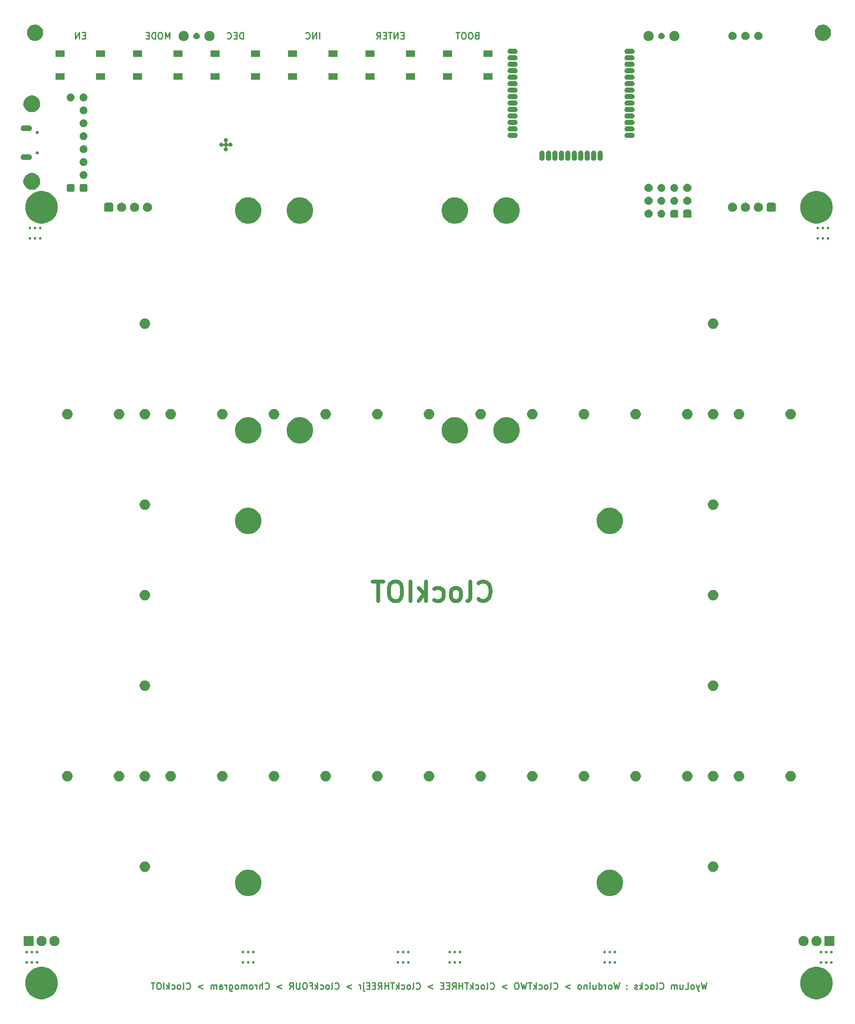
<source format=gbs>
G04 #@! TF.GenerationSoftware,KiCad,Pcbnew,5.1.4-e60b266~84~ubuntu18.04.1*
G04 #@! TF.CreationDate,2019-09-09T13:40:50+05:30*
G04 #@! TF.ProjectId,ClockIOT,436c6f63-6b49-44f5-942e-6b696361645f,rev 3*
G04 #@! TF.SameCoordinates,Original*
G04 #@! TF.FileFunction,Soldermask,Bot*
G04 #@! TF.FilePolarity,Negative*
%FSLAX46Y46*%
G04 Gerber Fmt 4.6, Leading zero omitted, Abs format (unit mm)*
G04 Created by KiCad (PCBNEW 5.1.4-e60b266~84~ubuntu18.04.1) date 2019-09-09 13:40:50*
%MOMM*%
%LPD*%
G04 APERTURE LIST*
%ADD10C,0.254000*%
%ADD11C,0.762000*%
%ADD12C,0.127000*%
G04 APERTURE END LIST*
D10*
X186054999Y-239969523D02*
X185752619Y-241239523D01*
X185510714Y-240332380D01*
X185268809Y-241239523D01*
X184966428Y-239969523D01*
X184603571Y-240392857D02*
X184301190Y-241239523D01*
X183998809Y-240392857D02*
X184301190Y-241239523D01*
X184422142Y-241541904D01*
X184482619Y-241602380D01*
X184603571Y-241662857D01*
X183333571Y-241239523D02*
X183454523Y-241179047D01*
X183514999Y-241118571D01*
X183575476Y-240997619D01*
X183575476Y-240634761D01*
X183514999Y-240513809D01*
X183454523Y-240453333D01*
X183333571Y-240392857D01*
X183152142Y-240392857D01*
X183031190Y-240453333D01*
X182970714Y-240513809D01*
X182910238Y-240634761D01*
X182910238Y-240997619D01*
X182970714Y-241118571D01*
X183031190Y-241179047D01*
X183152142Y-241239523D01*
X183333571Y-241239523D01*
X181761190Y-241239523D02*
X182365952Y-241239523D01*
X182365952Y-239969523D01*
X180793571Y-240392857D02*
X180793571Y-241239523D01*
X181337857Y-240392857D02*
X181337857Y-241058095D01*
X181277380Y-241179047D01*
X181156428Y-241239523D01*
X180974999Y-241239523D01*
X180854047Y-241179047D01*
X180793571Y-241118571D01*
X180188809Y-241239523D02*
X180188809Y-240392857D01*
X180188809Y-240513809D02*
X180128333Y-240453333D01*
X180007380Y-240392857D01*
X179825952Y-240392857D01*
X179704999Y-240453333D01*
X179644523Y-240574285D01*
X179644523Y-241239523D01*
X179644523Y-240574285D02*
X179584047Y-240453333D01*
X179463095Y-240392857D01*
X179281666Y-240392857D01*
X179160714Y-240453333D01*
X179100238Y-240574285D01*
X179100238Y-241239523D01*
X176802142Y-241118571D02*
X176862619Y-241179047D01*
X177044047Y-241239523D01*
X177165000Y-241239523D01*
X177346428Y-241179047D01*
X177467380Y-241058095D01*
X177527857Y-240937142D01*
X177588333Y-240695238D01*
X177588333Y-240513809D01*
X177527857Y-240271904D01*
X177467380Y-240150952D01*
X177346428Y-240030000D01*
X177165000Y-239969523D01*
X177044047Y-239969523D01*
X176862619Y-240030000D01*
X176802142Y-240090476D01*
X176076428Y-241239523D02*
X176197380Y-241179047D01*
X176257857Y-241058095D01*
X176257857Y-239969523D01*
X175411190Y-241239523D02*
X175532142Y-241179047D01*
X175592619Y-241118571D01*
X175653095Y-240997619D01*
X175653095Y-240634761D01*
X175592619Y-240513809D01*
X175532142Y-240453333D01*
X175411190Y-240392857D01*
X175229761Y-240392857D01*
X175108809Y-240453333D01*
X175048333Y-240513809D01*
X174987857Y-240634761D01*
X174987857Y-240997619D01*
X175048333Y-241118571D01*
X175108809Y-241179047D01*
X175229761Y-241239523D01*
X175411190Y-241239523D01*
X173899285Y-241179047D02*
X174020238Y-241239523D01*
X174262142Y-241239523D01*
X174383095Y-241179047D01*
X174443571Y-241118571D01*
X174504047Y-240997619D01*
X174504047Y-240634761D01*
X174443571Y-240513809D01*
X174383095Y-240453333D01*
X174262142Y-240392857D01*
X174020238Y-240392857D01*
X173899285Y-240453333D01*
X173355000Y-241239523D02*
X173355000Y-239969523D01*
X173234047Y-240755714D02*
X172871190Y-241239523D01*
X172871190Y-240392857D02*
X173355000Y-240876666D01*
X172387380Y-241179047D02*
X172266428Y-241239523D01*
X172024523Y-241239523D01*
X171903571Y-241179047D01*
X171843095Y-241058095D01*
X171843095Y-240997619D01*
X171903571Y-240876666D01*
X172024523Y-240816190D01*
X172205952Y-240816190D01*
X172326904Y-240755714D01*
X172387380Y-240634761D01*
X172387380Y-240574285D01*
X172326904Y-240453333D01*
X172205952Y-240392857D01*
X172024523Y-240392857D01*
X171903571Y-240453333D01*
X170331190Y-241118571D02*
X170270714Y-241179047D01*
X170331190Y-241239523D01*
X170391666Y-241179047D01*
X170331190Y-241118571D01*
X170331190Y-241239523D01*
X170331190Y-240453333D02*
X170270714Y-240513809D01*
X170331190Y-240574285D01*
X170391666Y-240513809D01*
X170331190Y-240453333D01*
X170331190Y-240574285D01*
X168879761Y-239969523D02*
X168577380Y-241239523D01*
X168335476Y-240332380D01*
X168093571Y-241239523D01*
X167791190Y-239969523D01*
X167125952Y-241239523D02*
X167246904Y-241179047D01*
X167307380Y-241118571D01*
X167367857Y-240997619D01*
X167367857Y-240634761D01*
X167307380Y-240513809D01*
X167246904Y-240453333D01*
X167125952Y-240392857D01*
X166944523Y-240392857D01*
X166823571Y-240453333D01*
X166763095Y-240513809D01*
X166702619Y-240634761D01*
X166702619Y-240997619D01*
X166763095Y-241118571D01*
X166823571Y-241179047D01*
X166944523Y-241239523D01*
X167125952Y-241239523D01*
X166158333Y-241239523D02*
X166158333Y-240392857D01*
X166158333Y-240634761D02*
X166097857Y-240513809D01*
X166037380Y-240453333D01*
X165916428Y-240392857D01*
X165795476Y-240392857D01*
X164827857Y-241239523D02*
X164827857Y-239969523D01*
X164827857Y-241179047D02*
X164948809Y-241239523D01*
X165190714Y-241239523D01*
X165311666Y-241179047D01*
X165372142Y-241118571D01*
X165432619Y-240997619D01*
X165432619Y-240634761D01*
X165372142Y-240513809D01*
X165311666Y-240453333D01*
X165190714Y-240392857D01*
X164948809Y-240392857D01*
X164827857Y-240453333D01*
X163678809Y-240392857D02*
X163678809Y-241239523D01*
X164223095Y-240392857D02*
X164223095Y-241058095D01*
X164162619Y-241179047D01*
X164041666Y-241239523D01*
X163860238Y-241239523D01*
X163739285Y-241179047D01*
X163678809Y-241118571D01*
X163074047Y-241239523D02*
X163074047Y-240392857D01*
X163074047Y-239969523D02*
X163134523Y-240030000D01*
X163074047Y-240090476D01*
X163013571Y-240030000D01*
X163074047Y-239969523D01*
X163074047Y-240090476D01*
X162469285Y-240392857D02*
X162469285Y-241239523D01*
X162469285Y-240513809D02*
X162408809Y-240453333D01*
X162287857Y-240392857D01*
X162106428Y-240392857D01*
X161985476Y-240453333D01*
X161925000Y-240574285D01*
X161925000Y-241239523D01*
X161138809Y-241239523D02*
X161259761Y-241179047D01*
X161320238Y-241118571D01*
X161380714Y-240997619D01*
X161380714Y-240634761D01*
X161320238Y-240513809D01*
X161259761Y-240453333D01*
X161138809Y-240392857D01*
X160957380Y-240392857D01*
X160836428Y-240453333D01*
X160775952Y-240513809D01*
X160715476Y-240634761D01*
X160715476Y-240997619D01*
X160775952Y-241118571D01*
X160836428Y-241179047D01*
X160957380Y-241239523D01*
X161138809Y-241239523D01*
X159203571Y-240392857D02*
X158235952Y-240755714D01*
X159203571Y-241118571D01*
X155937857Y-241118571D02*
X155998333Y-241179047D01*
X156179761Y-241239523D01*
X156300714Y-241239523D01*
X156482142Y-241179047D01*
X156603095Y-241058095D01*
X156663571Y-240937142D01*
X156724047Y-240695238D01*
X156724047Y-240513809D01*
X156663571Y-240271904D01*
X156603095Y-240150952D01*
X156482142Y-240030000D01*
X156300714Y-239969523D01*
X156179761Y-239969523D01*
X155998333Y-240030000D01*
X155937857Y-240090476D01*
X155212142Y-241239523D02*
X155333095Y-241179047D01*
X155393571Y-241058095D01*
X155393571Y-239969523D01*
X154546904Y-241239523D02*
X154667857Y-241179047D01*
X154728333Y-241118571D01*
X154788809Y-240997619D01*
X154788809Y-240634761D01*
X154728333Y-240513809D01*
X154667857Y-240453333D01*
X154546904Y-240392857D01*
X154365476Y-240392857D01*
X154244523Y-240453333D01*
X154184047Y-240513809D01*
X154123571Y-240634761D01*
X154123571Y-240997619D01*
X154184047Y-241118571D01*
X154244523Y-241179047D01*
X154365476Y-241239523D01*
X154546904Y-241239523D01*
X153035000Y-241179047D02*
X153155952Y-241239523D01*
X153397857Y-241239523D01*
X153518809Y-241179047D01*
X153579285Y-241118571D01*
X153639761Y-240997619D01*
X153639761Y-240634761D01*
X153579285Y-240513809D01*
X153518809Y-240453333D01*
X153397857Y-240392857D01*
X153155952Y-240392857D01*
X153035000Y-240453333D01*
X152490714Y-241239523D02*
X152490714Y-239969523D01*
X152369761Y-240755714D02*
X152006904Y-241239523D01*
X152006904Y-240392857D02*
X152490714Y-240876666D01*
X151644047Y-239969523D02*
X150918333Y-239969523D01*
X151281190Y-241239523D02*
X151281190Y-239969523D01*
X150615952Y-239969523D02*
X150313571Y-241239523D01*
X150071666Y-240332380D01*
X149829761Y-241239523D01*
X149527380Y-239969523D01*
X148801666Y-239969523D02*
X148559761Y-239969523D01*
X148438809Y-240030000D01*
X148317857Y-240150952D01*
X148257380Y-240392857D01*
X148257380Y-240816190D01*
X148317857Y-241058095D01*
X148438809Y-241179047D01*
X148559761Y-241239523D01*
X148801666Y-241239523D01*
X148922619Y-241179047D01*
X149043571Y-241058095D01*
X149104047Y-240816190D01*
X149104047Y-240392857D01*
X149043571Y-240150952D01*
X148922619Y-240030000D01*
X148801666Y-239969523D01*
X146745476Y-240392857D02*
X145777857Y-240755714D01*
X146745476Y-241118571D01*
X143479761Y-241118571D02*
X143540238Y-241179047D01*
X143721666Y-241239523D01*
X143842619Y-241239523D01*
X144024047Y-241179047D01*
X144145000Y-241058095D01*
X144205476Y-240937142D01*
X144265952Y-240695238D01*
X144265952Y-240513809D01*
X144205476Y-240271904D01*
X144145000Y-240150952D01*
X144024047Y-240030000D01*
X143842619Y-239969523D01*
X143721666Y-239969523D01*
X143540238Y-240030000D01*
X143479761Y-240090476D01*
X142754047Y-241239523D02*
X142875000Y-241179047D01*
X142935476Y-241058095D01*
X142935476Y-239969523D01*
X142088809Y-241239523D02*
X142209761Y-241179047D01*
X142270238Y-241118571D01*
X142330714Y-240997619D01*
X142330714Y-240634761D01*
X142270238Y-240513809D01*
X142209761Y-240453333D01*
X142088809Y-240392857D01*
X141907380Y-240392857D01*
X141786428Y-240453333D01*
X141725952Y-240513809D01*
X141665476Y-240634761D01*
X141665476Y-240997619D01*
X141725952Y-241118571D01*
X141786428Y-241179047D01*
X141907380Y-241239523D01*
X142088809Y-241239523D01*
X140576904Y-241179047D02*
X140697857Y-241239523D01*
X140939761Y-241239523D01*
X141060714Y-241179047D01*
X141121190Y-241118571D01*
X141181666Y-240997619D01*
X141181666Y-240634761D01*
X141121190Y-240513809D01*
X141060714Y-240453333D01*
X140939761Y-240392857D01*
X140697857Y-240392857D01*
X140576904Y-240453333D01*
X140032619Y-241239523D02*
X140032619Y-239969523D01*
X139911666Y-240755714D02*
X139548809Y-241239523D01*
X139548809Y-240392857D02*
X140032619Y-240876666D01*
X139185952Y-239969523D02*
X138460238Y-239969523D01*
X138823095Y-241239523D02*
X138823095Y-239969523D01*
X138036904Y-241239523D02*
X138036904Y-239969523D01*
X138036904Y-240574285D02*
X137311190Y-240574285D01*
X137311190Y-241239523D02*
X137311190Y-239969523D01*
X135980714Y-241239523D02*
X136404047Y-240634761D01*
X136706428Y-241239523D02*
X136706428Y-239969523D01*
X136222619Y-239969523D01*
X136101666Y-240030000D01*
X136041190Y-240090476D01*
X135980714Y-240211428D01*
X135980714Y-240392857D01*
X136041190Y-240513809D01*
X136101666Y-240574285D01*
X136222619Y-240634761D01*
X136706428Y-240634761D01*
X135436428Y-240574285D02*
X135013095Y-240574285D01*
X134831666Y-241239523D02*
X135436428Y-241239523D01*
X135436428Y-239969523D01*
X134831666Y-239969523D01*
X134287380Y-240574285D02*
X133864047Y-240574285D01*
X133682619Y-241239523D02*
X134287380Y-241239523D01*
X134287380Y-239969523D01*
X133682619Y-239969523D01*
X132170714Y-240392857D02*
X131203095Y-240755714D01*
X132170714Y-241118571D01*
X128905000Y-241118571D02*
X128965476Y-241179047D01*
X129146904Y-241239523D01*
X129267857Y-241239523D01*
X129449285Y-241179047D01*
X129570238Y-241058095D01*
X129630714Y-240937142D01*
X129691190Y-240695238D01*
X129691190Y-240513809D01*
X129630714Y-240271904D01*
X129570238Y-240150952D01*
X129449285Y-240030000D01*
X129267857Y-239969523D01*
X129146904Y-239969523D01*
X128965476Y-240030000D01*
X128905000Y-240090476D01*
X128179285Y-241239523D02*
X128300238Y-241179047D01*
X128360714Y-241058095D01*
X128360714Y-239969523D01*
X127514047Y-241239523D02*
X127635000Y-241179047D01*
X127695476Y-241118571D01*
X127755952Y-240997619D01*
X127755952Y-240634761D01*
X127695476Y-240513809D01*
X127635000Y-240453333D01*
X127514047Y-240392857D01*
X127332619Y-240392857D01*
X127211666Y-240453333D01*
X127151190Y-240513809D01*
X127090714Y-240634761D01*
X127090714Y-240997619D01*
X127151190Y-241118571D01*
X127211666Y-241179047D01*
X127332619Y-241239523D01*
X127514047Y-241239523D01*
X126002142Y-241179047D02*
X126123095Y-241239523D01*
X126365000Y-241239523D01*
X126485952Y-241179047D01*
X126546428Y-241118571D01*
X126606904Y-240997619D01*
X126606904Y-240634761D01*
X126546428Y-240513809D01*
X126485952Y-240453333D01*
X126365000Y-240392857D01*
X126123095Y-240392857D01*
X126002142Y-240453333D01*
X125457857Y-241239523D02*
X125457857Y-239969523D01*
X125336904Y-240755714D02*
X124974047Y-241239523D01*
X124974047Y-240392857D02*
X125457857Y-240876666D01*
X124611190Y-239969523D02*
X123885476Y-239969523D01*
X124248333Y-241239523D02*
X124248333Y-239969523D01*
X123462142Y-241239523D02*
X123462142Y-239969523D01*
X123462142Y-240574285D02*
X122736428Y-240574285D01*
X122736428Y-241239523D02*
X122736428Y-239969523D01*
X121405952Y-241239523D02*
X121829285Y-240634761D01*
X122131666Y-241239523D02*
X122131666Y-239969523D01*
X121647857Y-239969523D01*
X121526904Y-240030000D01*
X121466428Y-240090476D01*
X121405952Y-240211428D01*
X121405952Y-240392857D01*
X121466428Y-240513809D01*
X121526904Y-240574285D01*
X121647857Y-240634761D01*
X122131666Y-240634761D01*
X120861666Y-240574285D02*
X120438333Y-240574285D01*
X120256904Y-241239523D02*
X120861666Y-241239523D01*
X120861666Y-239969523D01*
X120256904Y-239969523D01*
X119712619Y-240574285D02*
X119289285Y-240574285D01*
X119107857Y-241239523D02*
X119712619Y-241239523D01*
X119712619Y-239969523D01*
X119107857Y-239969523D01*
X118563571Y-240392857D02*
X118563571Y-241481428D01*
X118624047Y-241602380D01*
X118745000Y-241662857D01*
X118805476Y-241662857D01*
X118563571Y-239969523D02*
X118624047Y-240030000D01*
X118563571Y-240090476D01*
X118503095Y-240030000D01*
X118563571Y-239969523D01*
X118563571Y-240090476D01*
X117958809Y-241239523D02*
X117958809Y-240392857D01*
X117958809Y-240634761D02*
X117898333Y-240513809D01*
X117837857Y-240453333D01*
X117716904Y-240392857D01*
X117595952Y-240392857D01*
X116205000Y-240392857D02*
X115237380Y-240755714D01*
X116205000Y-241118571D01*
X112939285Y-241118571D02*
X112999761Y-241179047D01*
X113181190Y-241239523D01*
X113302142Y-241239523D01*
X113483571Y-241179047D01*
X113604523Y-241058095D01*
X113665000Y-240937142D01*
X113725476Y-240695238D01*
X113725476Y-240513809D01*
X113665000Y-240271904D01*
X113604523Y-240150952D01*
X113483571Y-240030000D01*
X113302142Y-239969523D01*
X113181190Y-239969523D01*
X112999761Y-240030000D01*
X112939285Y-240090476D01*
X112213571Y-241239523D02*
X112334523Y-241179047D01*
X112395000Y-241058095D01*
X112395000Y-239969523D01*
X111548333Y-241239523D02*
X111669285Y-241179047D01*
X111729761Y-241118571D01*
X111790238Y-240997619D01*
X111790238Y-240634761D01*
X111729761Y-240513809D01*
X111669285Y-240453333D01*
X111548333Y-240392857D01*
X111366904Y-240392857D01*
X111245952Y-240453333D01*
X111185476Y-240513809D01*
X111125000Y-240634761D01*
X111125000Y-240997619D01*
X111185476Y-241118571D01*
X111245952Y-241179047D01*
X111366904Y-241239523D01*
X111548333Y-241239523D01*
X110036428Y-241179047D02*
X110157380Y-241239523D01*
X110399285Y-241239523D01*
X110520238Y-241179047D01*
X110580714Y-241118571D01*
X110641190Y-240997619D01*
X110641190Y-240634761D01*
X110580714Y-240513809D01*
X110520238Y-240453333D01*
X110399285Y-240392857D01*
X110157380Y-240392857D01*
X110036428Y-240453333D01*
X109492142Y-241239523D02*
X109492142Y-239969523D01*
X109371190Y-240755714D02*
X109008333Y-241239523D01*
X109008333Y-240392857D02*
X109492142Y-240876666D01*
X108040714Y-240574285D02*
X108464047Y-240574285D01*
X108464047Y-241239523D02*
X108464047Y-239969523D01*
X107859285Y-239969523D01*
X107133571Y-239969523D02*
X106891666Y-239969523D01*
X106770714Y-240030000D01*
X106649761Y-240150952D01*
X106589285Y-240392857D01*
X106589285Y-240816190D01*
X106649761Y-241058095D01*
X106770714Y-241179047D01*
X106891666Y-241239523D01*
X107133571Y-241239523D01*
X107254523Y-241179047D01*
X107375476Y-241058095D01*
X107435952Y-240816190D01*
X107435952Y-240392857D01*
X107375476Y-240150952D01*
X107254523Y-240030000D01*
X107133571Y-239969523D01*
X106045000Y-239969523D02*
X106045000Y-240997619D01*
X105984523Y-241118571D01*
X105924047Y-241179047D01*
X105803095Y-241239523D01*
X105561190Y-241239523D01*
X105440238Y-241179047D01*
X105379761Y-241118571D01*
X105319285Y-240997619D01*
X105319285Y-239969523D01*
X103988809Y-241239523D02*
X104412142Y-240634761D01*
X104714523Y-241239523D02*
X104714523Y-239969523D01*
X104230714Y-239969523D01*
X104109761Y-240030000D01*
X104049285Y-240090476D01*
X103988809Y-240211428D01*
X103988809Y-240392857D01*
X104049285Y-240513809D01*
X104109761Y-240574285D01*
X104230714Y-240634761D01*
X104714523Y-240634761D01*
X102476904Y-240392857D02*
X101509285Y-240755714D01*
X102476904Y-241118571D01*
X99211190Y-241118571D02*
X99271666Y-241179047D01*
X99453095Y-241239523D01*
X99574047Y-241239523D01*
X99755476Y-241179047D01*
X99876428Y-241058095D01*
X99936904Y-240937142D01*
X99997380Y-240695238D01*
X99997380Y-240513809D01*
X99936904Y-240271904D01*
X99876428Y-240150952D01*
X99755476Y-240030000D01*
X99574047Y-239969523D01*
X99453095Y-239969523D01*
X99271666Y-240030000D01*
X99211190Y-240090476D01*
X98666904Y-241239523D02*
X98666904Y-239969523D01*
X98122619Y-241239523D02*
X98122619Y-240574285D01*
X98183095Y-240453333D01*
X98304047Y-240392857D01*
X98485476Y-240392857D01*
X98606428Y-240453333D01*
X98666904Y-240513809D01*
X97517857Y-241239523D02*
X97517857Y-240392857D01*
X97517857Y-240634761D02*
X97457380Y-240513809D01*
X97396904Y-240453333D01*
X97275952Y-240392857D01*
X97155000Y-240392857D01*
X96550238Y-241239523D02*
X96671190Y-241179047D01*
X96731666Y-241118571D01*
X96792142Y-240997619D01*
X96792142Y-240634761D01*
X96731666Y-240513809D01*
X96671190Y-240453333D01*
X96550238Y-240392857D01*
X96368809Y-240392857D01*
X96247857Y-240453333D01*
X96187380Y-240513809D01*
X96126904Y-240634761D01*
X96126904Y-240997619D01*
X96187380Y-241118571D01*
X96247857Y-241179047D01*
X96368809Y-241239523D01*
X96550238Y-241239523D01*
X95582619Y-241239523D02*
X95582619Y-240392857D01*
X95582619Y-240513809D02*
X95522142Y-240453333D01*
X95401190Y-240392857D01*
X95219761Y-240392857D01*
X95098809Y-240453333D01*
X95038333Y-240574285D01*
X95038333Y-241239523D01*
X95038333Y-240574285D02*
X94977857Y-240453333D01*
X94856904Y-240392857D01*
X94675476Y-240392857D01*
X94554523Y-240453333D01*
X94494047Y-240574285D01*
X94494047Y-241239523D01*
X93707857Y-241239523D02*
X93828809Y-241179047D01*
X93889285Y-241118571D01*
X93949761Y-240997619D01*
X93949761Y-240634761D01*
X93889285Y-240513809D01*
X93828809Y-240453333D01*
X93707857Y-240392857D01*
X93526428Y-240392857D01*
X93405476Y-240453333D01*
X93345000Y-240513809D01*
X93284523Y-240634761D01*
X93284523Y-240997619D01*
X93345000Y-241118571D01*
X93405476Y-241179047D01*
X93526428Y-241239523D01*
X93707857Y-241239523D01*
X92195952Y-240392857D02*
X92195952Y-241420952D01*
X92256428Y-241541904D01*
X92316904Y-241602380D01*
X92437857Y-241662857D01*
X92619285Y-241662857D01*
X92740238Y-241602380D01*
X92195952Y-241179047D02*
X92316904Y-241239523D01*
X92558809Y-241239523D01*
X92679761Y-241179047D01*
X92740238Y-241118571D01*
X92800714Y-240997619D01*
X92800714Y-240634761D01*
X92740238Y-240513809D01*
X92679761Y-240453333D01*
X92558809Y-240392857D01*
X92316904Y-240392857D01*
X92195952Y-240453333D01*
X91591190Y-241239523D02*
X91591190Y-240392857D01*
X91591190Y-240634761D02*
X91530714Y-240513809D01*
X91470238Y-240453333D01*
X91349285Y-240392857D01*
X91228333Y-240392857D01*
X90260714Y-241239523D02*
X90260714Y-240574285D01*
X90321190Y-240453333D01*
X90442142Y-240392857D01*
X90684047Y-240392857D01*
X90805000Y-240453333D01*
X90260714Y-241179047D02*
X90381666Y-241239523D01*
X90684047Y-241239523D01*
X90805000Y-241179047D01*
X90865476Y-241058095D01*
X90865476Y-240937142D01*
X90805000Y-240816190D01*
X90684047Y-240755714D01*
X90381666Y-240755714D01*
X90260714Y-240695238D01*
X89655952Y-241239523D02*
X89655952Y-240392857D01*
X89655952Y-240513809D02*
X89595476Y-240453333D01*
X89474523Y-240392857D01*
X89293095Y-240392857D01*
X89172142Y-240453333D01*
X89111666Y-240574285D01*
X89111666Y-241239523D01*
X89111666Y-240574285D02*
X89051190Y-240453333D01*
X88930238Y-240392857D01*
X88748809Y-240392857D01*
X88627857Y-240453333D01*
X88567380Y-240574285D01*
X88567380Y-241239523D01*
X86995000Y-240392857D02*
X86027380Y-240755714D01*
X86995000Y-241118571D01*
X83729285Y-241118571D02*
X83789761Y-241179047D01*
X83971190Y-241239523D01*
X84092142Y-241239523D01*
X84273571Y-241179047D01*
X84394523Y-241058095D01*
X84455000Y-240937142D01*
X84515476Y-240695238D01*
X84515476Y-240513809D01*
X84455000Y-240271904D01*
X84394523Y-240150952D01*
X84273571Y-240030000D01*
X84092142Y-239969523D01*
X83971190Y-239969523D01*
X83789761Y-240030000D01*
X83729285Y-240090476D01*
X83003571Y-241239523D02*
X83124523Y-241179047D01*
X83185000Y-241058095D01*
X83185000Y-239969523D01*
X82338333Y-241239523D02*
X82459285Y-241179047D01*
X82519761Y-241118571D01*
X82580238Y-240997619D01*
X82580238Y-240634761D01*
X82519761Y-240513809D01*
X82459285Y-240453333D01*
X82338333Y-240392857D01*
X82156904Y-240392857D01*
X82035952Y-240453333D01*
X81975476Y-240513809D01*
X81915000Y-240634761D01*
X81915000Y-240997619D01*
X81975476Y-241118571D01*
X82035952Y-241179047D01*
X82156904Y-241239523D01*
X82338333Y-241239523D01*
X80826428Y-241179047D02*
X80947380Y-241239523D01*
X81189285Y-241239523D01*
X81310238Y-241179047D01*
X81370714Y-241118571D01*
X81431190Y-240997619D01*
X81431190Y-240634761D01*
X81370714Y-240513809D01*
X81310238Y-240453333D01*
X81189285Y-240392857D01*
X80947380Y-240392857D01*
X80826428Y-240453333D01*
X80282142Y-241239523D02*
X80282142Y-239969523D01*
X80161190Y-240755714D02*
X79798333Y-241239523D01*
X79798333Y-240392857D02*
X80282142Y-240876666D01*
X79254047Y-241239523D02*
X79254047Y-239969523D01*
X78407380Y-239969523D02*
X78165476Y-239969523D01*
X78044523Y-240030000D01*
X77923571Y-240150952D01*
X77863095Y-240392857D01*
X77863095Y-240816190D01*
X77923571Y-241058095D01*
X78044523Y-241179047D01*
X78165476Y-241239523D01*
X78407380Y-241239523D01*
X78528333Y-241179047D01*
X78649285Y-241058095D01*
X78709761Y-240816190D01*
X78709761Y-240392857D01*
X78649285Y-240150952D01*
X78528333Y-240030000D01*
X78407380Y-239969523D01*
X77500238Y-239969523D02*
X76774523Y-239969523D01*
X77137380Y-241239523D02*
X77137380Y-239969523D01*
D11*
X141151428Y-164555714D02*
X141332857Y-164737142D01*
X141877142Y-164918571D01*
X142240000Y-164918571D01*
X142784285Y-164737142D01*
X143147142Y-164374285D01*
X143328571Y-164011428D01*
X143510000Y-163285714D01*
X143510000Y-162741428D01*
X143328571Y-162015714D01*
X143147142Y-161652857D01*
X142784285Y-161290000D01*
X142240000Y-161108571D01*
X141877142Y-161108571D01*
X141332857Y-161290000D01*
X141151428Y-161471428D01*
X138974285Y-164918571D02*
X139337142Y-164737142D01*
X139518571Y-164374285D01*
X139518571Y-161108571D01*
X136978571Y-164918571D02*
X137341428Y-164737142D01*
X137522857Y-164555714D01*
X137704285Y-164192857D01*
X137704285Y-163104285D01*
X137522857Y-162741428D01*
X137341428Y-162560000D01*
X136978571Y-162378571D01*
X136434285Y-162378571D01*
X136071428Y-162560000D01*
X135890000Y-162741428D01*
X135708571Y-163104285D01*
X135708571Y-164192857D01*
X135890000Y-164555714D01*
X136071428Y-164737142D01*
X136434285Y-164918571D01*
X136978571Y-164918571D01*
X132442857Y-164737142D02*
X132805714Y-164918571D01*
X133531428Y-164918571D01*
X133894285Y-164737142D01*
X134075714Y-164555714D01*
X134257142Y-164192857D01*
X134257142Y-163104285D01*
X134075714Y-162741428D01*
X133894285Y-162560000D01*
X133531428Y-162378571D01*
X132805714Y-162378571D01*
X132442857Y-162560000D01*
X130810000Y-164918571D02*
X130810000Y-161108571D01*
X130447142Y-163467142D02*
X129358571Y-164918571D01*
X129358571Y-162378571D02*
X130810000Y-163830000D01*
X127725714Y-164918571D02*
X127725714Y-161108571D01*
X125185714Y-161108571D02*
X124460000Y-161108571D01*
X124097142Y-161290000D01*
X123734285Y-161652857D01*
X123552857Y-162378571D01*
X123552857Y-163648571D01*
X123734285Y-164374285D01*
X124097142Y-164737142D01*
X124460000Y-164918571D01*
X125185714Y-164918571D01*
X125548571Y-164737142D01*
X125911428Y-164374285D01*
X126092857Y-163648571D01*
X126092857Y-162378571D01*
X125911428Y-161652857D01*
X125548571Y-161290000D01*
X125185714Y-161108571D01*
X122464285Y-161108571D02*
X120287142Y-161108571D01*
X121375714Y-164918571D02*
X121375714Y-161108571D01*
D10*
X140788571Y-53884285D02*
X140607142Y-53944761D01*
X140546666Y-54005238D01*
X140486190Y-54126190D01*
X140486190Y-54307619D01*
X140546666Y-54428571D01*
X140607142Y-54489047D01*
X140728095Y-54549523D01*
X141211904Y-54549523D01*
X141211904Y-53279523D01*
X140788571Y-53279523D01*
X140667619Y-53340000D01*
X140607142Y-53400476D01*
X140546666Y-53521428D01*
X140546666Y-53642380D01*
X140607142Y-53763333D01*
X140667619Y-53823809D01*
X140788571Y-53884285D01*
X141211904Y-53884285D01*
X139700000Y-53279523D02*
X139458095Y-53279523D01*
X139337142Y-53340000D01*
X139216190Y-53460952D01*
X139155714Y-53702857D01*
X139155714Y-54126190D01*
X139216190Y-54368095D01*
X139337142Y-54489047D01*
X139458095Y-54549523D01*
X139700000Y-54549523D01*
X139820952Y-54489047D01*
X139941904Y-54368095D01*
X140002380Y-54126190D01*
X140002380Y-53702857D01*
X139941904Y-53460952D01*
X139820952Y-53340000D01*
X139700000Y-53279523D01*
X138369523Y-53279523D02*
X138127619Y-53279523D01*
X138006666Y-53340000D01*
X137885714Y-53460952D01*
X137825238Y-53702857D01*
X137825238Y-54126190D01*
X137885714Y-54368095D01*
X138006666Y-54489047D01*
X138127619Y-54549523D01*
X138369523Y-54549523D01*
X138490476Y-54489047D01*
X138611428Y-54368095D01*
X138671904Y-54126190D01*
X138671904Y-53702857D01*
X138611428Y-53460952D01*
X138490476Y-53340000D01*
X138369523Y-53279523D01*
X137462380Y-53279523D02*
X136736666Y-53279523D01*
X137099523Y-54549523D02*
X137099523Y-53279523D01*
X126455714Y-53884285D02*
X126032380Y-53884285D01*
X125850952Y-54549523D02*
X126455714Y-54549523D01*
X126455714Y-53279523D01*
X125850952Y-53279523D01*
X125306666Y-54549523D02*
X125306666Y-53279523D01*
X124580952Y-54549523D01*
X124580952Y-53279523D01*
X124157619Y-53279523D02*
X123431904Y-53279523D01*
X123794761Y-54549523D02*
X123794761Y-53279523D01*
X123008571Y-53884285D02*
X122585238Y-53884285D01*
X122403809Y-54549523D02*
X123008571Y-54549523D01*
X123008571Y-53279523D01*
X122403809Y-53279523D01*
X121133809Y-54549523D02*
X121557142Y-53944761D01*
X121859523Y-54549523D02*
X121859523Y-53279523D01*
X121375714Y-53279523D01*
X121254761Y-53340000D01*
X121194285Y-53400476D01*
X121133809Y-53521428D01*
X121133809Y-53702857D01*
X121194285Y-53823809D01*
X121254761Y-53884285D01*
X121375714Y-53944761D01*
X121859523Y-53944761D01*
X109885238Y-54549523D02*
X109885238Y-53279523D01*
X109280476Y-54549523D02*
X109280476Y-53279523D01*
X108554761Y-54549523D01*
X108554761Y-53279523D01*
X107224285Y-54428571D02*
X107284761Y-54489047D01*
X107466190Y-54549523D01*
X107587142Y-54549523D01*
X107768571Y-54489047D01*
X107889523Y-54368095D01*
X107950000Y-54247142D01*
X108010476Y-54005238D01*
X108010476Y-53823809D01*
X107950000Y-53581904D01*
X107889523Y-53460952D01*
X107768571Y-53340000D01*
X107587142Y-53279523D01*
X107466190Y-53279523D01*
X107284761Y-53340000D01*
X107224285Y-53400476D01*
X94887142Y-54549523D02*
X94887142Y-53279523D01*
X94584761Y-53279523D01*
X94403333Y-53340000D01*
X94282380Y-53460952D01*
X94221904Y-53581904D01*
X94161428Y-53823809D01*
X94161428Y-54005238D01*
X94221904Y-54247142D01*
X94282380Y-54368095D01*
X94403333Y-54489047D01*
X94584761Y-54549523D01*
X94887142Y-54549523D01*
X93617142Y-53884285D02*
X93193809Y-53884285D01*
X93012380Y-54549523D02*
X93617142Y-54549523D01*
X93617142Y-53279523D01*
X93012380Y-53279523D01*
X91742380Y-54428571D02*
X91802857Y-54489047D01*
X91984285Y-54549523D01*
X92105238Y-54549523D01*
X92286666Y-54489047D01*
X92407619Y-54368095D01*
X92468095Y-54247142D01*
X92528571Y-54005238D01*
X92528571Y-53823809D01*
X92468095Y-53581904D01*
X92407619Y-53460952D01*
X92286666Y-53340000D01*
X92105238Y-53279523D01*
X91984285Y-53279523D01*
X91802857Y-53340000D01*
X91742380Y-53400476D01*
X80403095Y-54549523D02*
X80403095Y-53279523D01*
X79979761Y-54186666D01*
X79556428Y-53279523D01*
X79556428Y-54549523D01*
X78709761Y-53279523D02*
X78467857Y-53279523D01*
X78346904Y-53340000D01*
X78225952Y-53460952D01*
X78165476Y-53702857D01*
X78165476Y-54126190D01*
X78225952Y-54368095D01*
X78346904Y-54489047D01*
X78467857Y-54549523D01*
X78709761Y-54549523D01*
X78830714Y-54489047D01*
X78951666Y-54368095D01*
X79012142Y-54126190D01*
X79012142Y-53702857D01*
X78951666Y-53460952D01*
X78830714Y-53340000D01*
X78709761Y-53279523D01*
X77621190Y-54549523D02*
X77621190Y-53279523D01*
X77318809Y-53279523D01*
X77137380Y-53340000D01*
X77016428Y-53460952D01*
X76955952Y-53581904D01*
X76895476Y-53823809D01*
X76895476Y-54005238D01*
X76955952Y-54247142D01*
X77016428Y-54368095D01*
X77137380Y-54489047D01*
X77318809Y-54549523D01*
X77621190Y-54549523D01*
X76351190Y-53884285D02*
X75927857Y-53884285D01*
X75746428Y-54549523D02*
X76351190Y-54549523D01*
X76351190Y-53279523D01*
X75746428Y-53279523D01*
X63802380Y-53884285D02*
X63379047Y-53884285D01*
X63197619Y-54549523D02*
X63802380Y-54549523D01*
X63802380Y-53279523D01*
X63197619Y-53279523D01*
X62653333Y-54549523D02*
X62653333Y-53279523D01*
X61927619Y-54549523D01*
X61927619Y-53279523D01*
D12*
G36*
X56178404Y-236952974D02*
G01*
X56760767Y-237194196D01*
X56760768Y-237194197D01*
X57284881Y-237544398D01*
X57730602Y-237990119D01*
X57881710Y-238216268D01*
X58080804Y-238514233D01*
X58322026Y-239096596D01*
X58445000Y-239714826D01*
X58445000Y-240345174D01*
X58322026Y-240963404D01*
X58080804Y-241545767D01*
X57964599Y-241719679D01*
X57730602Y-242069881D01*
X57284881Y-242515602D01*
X57031381Y-242684985D01*
X56760767Y-242865804D01*
X56178404Y-243107026D01*
X55560174Y-243230000D01*
X54929826Y-243230000D01*
X54311596Y-243107026D01*
X53729233Y-242865804D01*
X53458619Y-242684985D01*
X53205119Y-242515602D01*
X52759398Y-242069881D01*
X52525401Y-241719679D01*
X52409196Y-241545767D01*
X52167974Y-240963404D01*
X52045000Y-240345174D01*
X52045000Y-239714826D01*
X52167974Y-239096596D01*
X52409196Y-238514233D01*
X52608290Y-238216268D01*
X52759398Y-237990119D01*
X53205119Y-237544398D01*
X53729232Y-237194197D01*
X53729233Y-237194196D01*
X54311596Y-236952974D01*
X54929826Y-236830000D01*
X55560174Y-236830000D01*
X56178404Y-236952974D01*
X56178404Y-236952974D01*
G37*
G36*
X208578404Y-236952974D02*
G01*
X209160767Y-237194196D01*
X209160768Y-237194197D01*
X209684881Y-237544398D01*
X210130602Y-237990119D01*
X210281710Y-238216268D01*
X210480804Y-238514233D01*
X210722026Y-239096596D01*
X210845000Y-239714826D01*
X210845000Y-240345174D01*
X210722026Y-240963404D01*
X210480804Y-241545767D01*
X210364599Y-241719679D01*
X210130602Y-242069881D01*
X209684881Y-242515602D01*
X209431381Y-242684985D01*
X209160767Y-242865804D01*
X208578404Y-243107026D01*
X207960174Y-243230000D01*
X207329826Y-243230000D01*
X206711596Y-243107026D01*
X206129233Y-242865804D01*
X205858619Y-242684985D01*
X205605119Y-242515602D01*
X205159398Y-242069881D01*
X204925401Y-241719679D01*
X204809196Y-241545767D01*
X204567974Y-240963404D01*
X204445000Y-240345174D01*
X204445000Y-239714826D01*
X204567974Y-239096596D01*
X204809196Y-238514233D01*
X205008290Y-238216268D01*
X205159398Y-237990119D01*
X205605119Y-237544398D01*
X206129232Y-237194197D01*
X206129233Y-237194196D01*
X206711596Y-236952974D01*
X207329826Y-236830000D01*
X207960174Y-236830000D01*
X208578404Y-236952974D01*
X208578404Y-236952974D01*
G37*
G36*
X209624091Y-235721761D02*
G01*
X209670311Y-235740906D01*
X209670314Y-235740908D01*
X209711916Y-235768705D01*
X209747295Y-235804084D01*
X209775092Y-235845686D01*
X209775094Y-235845689D01*
X209794239Y-235891909D01*
X209804000Y-235940983D01*
X209804000Y-235991017D01*
X209794239Y-236040091D01*
X209775094Y-236086311D01*
X209775092Y-236086314D01*
X209747295Y-236127916D01*
X209711916Y-236163295D01*
X209670314Y-236191092D01*
X209670311Y-236191094D01*
X209624091Y-236210239D01*
X209575017Y-236220000D01*
X209524983Y-236220000D01*
X209475909Y-236210239D01*
X209429689Y-236191094D01*
X209429686Y-236191092D01*
X209388084Y-236163295D01*
X209352705Y-236127916D01*
X209324908Y-236086314D01*
X209324906Y-236086311D01*
X209305761Y-236040091D01*
X209296000Y-235991017D01*
X209296000Y-235940983D01*
X209305761Y-235891909D01*
X209324906Y-235845689D01*
X209324908Y-235845686D01*
X209352705Y-235804084D01*
X209388084Y-235768705D01*
X209429686Y-235740908D01*
X209429689Y-235740906D01*
X209475909Y-235721761D01*
X209524983Y-235712000D01*
X209575017Y-235712000D01*
X209624091Y-235721761D01*
X209624091Y-235721761D01*
G37*
G36*
X53414091Y-235721761D02*
G01*
X53460311Y-235740906D01*
X53460314Y-235740908D01*
X53501916Y-235768705D01*
X53537295Y-235804084D01*
X53565092Y-235845686D01*
X53565094Y-235845689D01*
X53584239Y-235891909D01*
X53594000Y-235940983D01*
X53594000Y-235991017D01*
X53584239Y-236040091D01*
X53565094Y-236086311D01*
X53565092Y-236086314D01*
X53537295Y-236127916D01*
X53501916Y-236163295D01*
X53460314Y-236191092D01*
X53460311Y-236191094D01*
X53414091Y-236210239D01*
X53365017Y-236220000D01*
X53314983Y-236220000D01*
X53265909Y-236210239D01*
X53219689Y-236191094D01*
X53219686Y-236191092D01*
X53178084Y-236163295D01*
X53142705Y-236127916D01*
X53114908Y-236086314D01*
X53114906Y-236086311D01*
X53095761Y-236040091D01*
X53086000Y-235991017D01*
X53086000Y-235940983D01*
X53095761Y-235891909D01*
X53114906Y-235845689D01*
X53114908Y-235845686D01*
X53142705Y-235804084D01*
X53178084Y-235768705D01*
X53219686Y-235740908D01*
X53219689Y-235740906D01*
X53265909Y-235721761D01*
X53314983Y-235712000D01*
X53365017Y-235712000D01*
X53414091Y-235721761D01*
X53414091Y-235721761D01*
G37*
G36*
X52398091Y-235721761D02*
G01*
X52444311Y-235740906D01*
X52444314Y-235740908D01*
X52485916Y-235768705D01*
X52521295Y-235804084D01*
X52549092Y-235845686D01*
X52549094Y-235845689D01*
X52568239Y-235891909D01*
X52578000Y-235940983D01*
X52578000Y-235991017D01*
X52568239Y-236040091D01*
X52549094Y-236086311D01*
X52549092Y-236086314D01*
X52521295Y-236127916D01*
X52485916Y-236163295D01*
X52444314Y-236191092D01*
X52444311Y-236191094D01*
X52398091Y-236210239D01*
X52349017Y-236220000D01*
X52298983Y-236220000D01*
X52249909Y-236210239D01*
X52203689Y-236191094D01*
X52203686Y-236191092D01*
X52162084Y-236163295D01*
X52126705Y-236127916D01*
X52098908Y-236086314D01*
X52098906Y-236086311D01*
X52079761Y-236040091D01*
X52070000Y-235991017D01*
X52070000Y-235940983D01*
X52079761Y-235891909D01*
X52098906Y-235845689D01*
X52098908Y-235845686D01*
X52126705Y-235804084D01*
X52162084Y-235768705D01*
X52203686Y-235740908D01*
X52203689Y-235740906D01*
X52249909Y-235721761D01*
X52298983Y-235712000D01*
X52349017Y-235712000D01*
X52398091Y-235721761D01*
X52398091Y-235721761D01*
G37*
G36*
X54430091Y-235721761D02*
G01*
X54476311Y-235740906D01*
X54476314Y-235740908D01*
X54517916Y-235768705D01*
X54553295Y-235804084D01*
X54581092Y-235845686D01*
X54581094Y-235845689D01*
X54600239Y-235891909D01*
X54610000Y-235940983D01*
X54610000Y-235991017D01*
X54600239Y-236040091D01*
X54581094Y-236086311D01*
X54581092Y-236086314D01*
X54553295Y-236127916D01*
X54517916Y-236163295D01*
X54476314Y-236191092D01*
X54476311Y-236191094D01*
X54430091Y-236210239D01*
X54381017Y-236220000D01*
X54330983Y-236220000D01*
X54281909Y-236210239D01*
X54235689Y-236191094D01*
X54235686Y-236191092D01*
X54194084Y-236163295D01*
X54158705Y-236127916D01*
X54130908Y-236086314D01*
X54130906Y-236086311D01*
X54111761Y-236040091D01*
X54102000Y-235991017D01*
X54102000Y-235940983D01*
X54111761Y-235891909D01*
X54130906Y-235845689D01*
X54130908Y-235845686D01*
X54158705Y-235804084D01*
X54194084Y-235768705D01*
X54235686Y-235740908D01*
X54235689Y-235740906D01*
X54281909Y-235721761D01*
X54330983Y-235712000D01*
X54381017Y-235712000D01*
X54430091Y-235721761D01*
X54430091Y-235721761D01*
G37*
G36*
X210640091Y-235721761D02*
G01*
X210686311Y-235740906D01*
X210686314Y-235740908D01*
X210727916Y-235768705D01*
X210763295Y-235804084D01*
X210791092Y-235845686D01*
X210791094Y-235845689D01*
X210810239Y-235891909D01*
X210820000Y-235940983D01*
X210820000Y-235991017D01*
X210810239Y-236040091D01*
X210791094Y-236086311D01*
X210791092Y-236086314D01*
X210763295Y-236127916D01*
X210727916Y-236163295D01*
X210686314Y-236191092D01*
X210686311Y-236191094D01*
X210640091Y-236210239D01*
X210591017Y-236220000D01*
X210540983Y-236220000D01*
X210491909Y-236210239D01*
X210445689Y-236191094D01*
X210445686Y-236191092D01*
X210404084Y-236163295D01*
X210368705Y-236127916D01*
X210340908Y-236086314D01*
X210340906Y-236086311D01*
X210321761Y-236040091D01*
X210312000Y-235991017D01*
X210312000Y-235940983D01*
X210321761Y-235891909D01*
X210340906Y-235845689D01*
X210340908Y-235845686D01*
X210368705Y-235804084D01*
X210404084Y-235768705D01*
X210445686Y-235740908D01*
X210445689Y-235740906D01*
X210491909Y-235721761D01*
X210540983Y-235712000D01*
X210591017Y-235712000D01*
X210640091Y-235721761D01*
X210640091Y-235721761D01*
G37*
G36*
X208608091Y-235721761D02*
G01*
X208654311Y-235740906D01*
X208654314Y-235740908D01*
X208695916Y-235768705D01*
X208731295Y-235804084D01*
X208759092Y-235845686D01*
X208759094Y-235845689D01*
X208778239Y-235891909D01*
X208788000Y-235940983D01*
X208788000Y-235991017D01*
X208778239Y-236040091D01*
X208759094Y-236086311D01*
X208759092Y-236086314D01*
X208731295Y-236127916D01*
X208695916Y-236163295D01*
X208654314Y-236191092D01*
X208654311Y-236191094D01*
X208608091Y-236210239D01*
X208559017Y-236220000D01*
X208508983Y-236220000D01*
X208459909Y-236210239D01*
X208413689Y-236191094D01*
X208413686Y-236191092D01*
X208372084Y-236163295D01*
X208336705Y-236127916D01*
X208308908Y-236086314D01*
X208308906Y-236086311D01*
X208289761Y-236040091D01*
X208280000Y-235991017D01*
X208280000Y-235940983D01*
X208289761Y-235891909D01*
X208308906Y-235845689D01*
X208308908Y-235845686D01*
X208336705Y-235804084D01*
X208372084Y-235768705D01*
X208413686Y-235740908D01*
X208413689Y-235740906D01*
X208459909Y-235721761D01*
X208508983Y-235712000D01*
X208559017Y-235712000D01*
X208608091Y-235721761D01*
X208608091Y-235721761D01*
G37*
G36*
X168095091Y-235721761D02*
G01*
X168141311Y-235740906D01*
X168141314Y-235740908D01*
X168182916Y-235768705D01*
X168218295Y-235804084D01*
X168246092Y-235845686D01*
X168246094Y-235845689D01*
X168265239Y-235891909D01*
X168275000Y-235940983D01*
X168275000Y-235991017D01*
X168265239Y-236040091D01*
X168246094Y-236086311D01*
X168246092Y-236086314D01*
X168218295Y-236127916D01*
X168182916Y-236163295D01*
X168141314Y-236191092D01*
X168141311Y-236191094D01*
X168095091Y-236210239D01*
X168046017Y-236220000D01*
X167995983Y-236220000D01*
X167946909Y-236210239D01*
X167900689Y-236191094D01*
X167900686Y-236191092D01*
X167859084Y-236163295D01*
X167823705Y-236127916D01*
X167795908Y-236086314D01*
X167795906Y-236086311D01*
X167776761Y-236040091D01*
X167767000Y-235991017D01*
X167767000Y-235940983D01*
X167776761Y-235891909D01*
X167795906Y-235845689D01*
X167795908Y-235845686D01*
X167823705Y-235804084D01*
X167859084Y-235768705D01*
X167900686Y-235740908D01*
X167900689Y-235740906D01*
X167946909Y-235721761D01*
X167995983Y-235712000D01*
X168046017Y-235712000D01*
X168095091Y-235721761D01*
X168095091Y-235721761D01*
G37*
G36*
X167079091Y-235721761D02*
G01*
X167125311Y-235740906D01*
X167125314Y-235740908D01*
X167166916Y-235768705D01*
X167202295Y-235804084D01*
X167230092Y-235845686D01*
X167230094Y-235845689D01*
X167249239Y-235891909D01*
X167259000Y-235940983D01*
X167259000Y-235991017D01*
X167249239Y-236040091D01*
X167230094Y-236086311D01*
X167230092Y-236086314D01*
X167202295Y-236127916D01*
X167166916Y-236163295D01*
X167125314Y-236191092D01*
X167125311Y-236191094D01*
X167079091Y-236210239D01*
X167030017Y-236220000D01*
X166979983Y-236220000D01*
X166930909Y-236210239D01*
X166884689Y-236191094D01*
X166884686Y-236191092D01*
X166843084Y-236163295D01*
X166807705Y-236127916D01*
X166779908Y-236086314D01*
X166779906Y-236086311D01*
X166760761Y-236040091D01*
X166751000Y-235991017D01*
X166751000Y-235940983D01*
X166760761Y-235891909D01*
X166779906Y-235845689D01*
X166779908Y-235845686D01*
X166807705Y-235804084D01*
X166843084Y-235768705D01*
X166884686Y-235740908D01*
X166884689Y-235740906D01*
X166930909Y-235721761D01*
X166979983Y-235712000D01*
X167030017Y-235712000D01*
X167079091Y-235721761D01*
X167079091Y-235721761D01*
G37*
G36*
X166063091Y-235721761D02*
G01*
X166109311Y-235740906D01*
X166109314Y-235740908D01*
X166150916Y-235768705D01*
X166186295Y-235804084D01*
X166214092Y-235845686D01*
X166214094Y-235845689D01*
X166233239Y-235891909D01*
X166243000Y-235940983D01*
X166243000Y-235991017D01*
X166233239Y-236040091D01*
X166214094Y-236086311D01*
X166214092Y-236086314D01*
X166186295Y-236127916D01*
X166150916Y-236163295D01*
X166109314Y-236191092D01*
X166109311Y-236191094D01*
X166063091Y-236210239D01*
X166014017Y-236220000D01*
X165963983Y-236220000D01*
X165914909Y-236210239D01*
X165868689Y-236191094D01*
X165868686Y-236191092D01*
X165827084Y-236163295D01*
X165791705Y-236127916D01*
X165763908Y-236086314D01*
X165763906Y-236086311D01*
X165744761Y-236040091D01*
X165735000Y-235991017D01*
X165735000Y-235940983D01*
X165744761Y-235891909D01*
X165763906Y-235845689D01*
X165763908Y-235845686D01*
X165791705Y-235804084D01*
X165827084Y-235768705D01*
X165868686Y-235740908D01*
X165868689Y-235740906D01*
X165914909Y-235721761D01*
X165963983Y-235712000D01*
X166014017Y-235712000D01*
X166063091Y-235721761D01*
X166063091Y-235721761D01*
G37*
G36*
X137615091Y-235721761D02*
G01*
X137661311Y-235740906D01*
X137661314Y-235740908D01*
X137702916Y-235768705D01*
X137738295Y-235804084D01*
X137766092Y-235845686D01*
X137766094Y-235845689D01*
X137785239Y-235891909D01*
X137795000Y-235940983D01*
X137795000Y-235991017D01*
X137785239Y-236040091D01*
X137766094Y-236086311D01*
X137766092Y-236086314D01*
X137738295Y-236127916D01*
X137702916Y-236163295D01*
X137661314Y-236191092D01*
X137661311Y-236191094D01*
X137615091Y-236210239D01*
X137566017Y-236220000D01*
X137515983Y-236220000D01*
X137466909Y-236210239D01*
X137420689Y-236191094D01*
X137420686Y-236191092D01*
X137379084Y-236163295D01*
X137343705Y-236127916D01*
X137315908Y-236086314D01*
X137315906Y-236086311D01*
X137296761Y-236040091D01*
X137287000Y-235991017D01*
X137287000Y-235940983D01*
X137296761Y-235891909D01*
X137315906Y-235845689D01*
X137315908Y-235845686D01*
X137343705Y-235804084D01*
X137379084Y-235768705D01*
X137420686Y-235740908D01*
X137420689Y-235740906D01*
X137466909Y-235721761D01*
X137515983Y-235712000D01*
X137566017Y-235712000D01*
X137615091Y-235721761D01*
X137615091Y-235721761D01*
G37*
G36*
X135583091Y-235721761D02*
G01*
X135629311Y-235740906D01*
X135629314Y-235740908D01*
X135670916Y-235768705D01*
X135706295Y-235804084D01*
X135734092Y-235845686D01*
X135734094Y-235845689D01*
X135753239Y-235891909D01*
X135763000Y-235940983D01*
X135763000Y-235991017D01*
X135753239Y-236040091D01*
X135734094Y-236086311D01*
X135734092Y-236086314D01*
X135706295Y-236127916D01*
X135670916Y-236163295D01*
X135629314Y-236191092D01*
X135629311Y-236191094D01*
X135583091Y-236210239D01*
X135534017Y-236220000D01*
X135483983Y-236220000D01*
X135434909Y-236210239D01*
X135388689Y-236191094D01*
X135388686Y-236191092D01*
X135347084Y-236163295D01*
X135311705Y-236127916D01*
X135283908Y-236086314D01*
X135283906Y-236086311D01*
X135264761Y-236040091D01*
X135255000Y-235991017D01*
X135255000Y-235940983D01*
X135264761Y-235891909D01*
X135283906Y-235845689D01*
X135283908Y-235845686D01*
X135311705Y-235804084D01*
X135347084Y-235768705D01*
X135388686Y-235740908D01*
X135388689Y-235740906D01*
X135434909Y-235721761D01*
X135483983Y-235712000D01*
X135534017Y-235712000D01*
X135583091Y-235721761D01*
X135583091Y-235721761D01*
G37*
G36*
X127455091Y-235721761D02*
G01*
X127501311Y-235740906D01*
X127501314Y-235740908D01*
X127542916Y-235768705D01*
X127578295Y-235804084D01*
X127606092Y-235845686D01*
X127606094Y-235845689D01*
X127625239Y-235891909D01*
X127635000Y-235940983D01*
X127635000Y-235991017D01*
X127625239Y-236040091D01*
X127606094Y-236086311D01*
X127606092Y-236086314D01*
X127578295Y-236127916D01*
X127542916Y-236163295D01*
X127501314Y-236191092D01*
X127501311Y-236191094D01*
X127455091Y-236210239D01*
X127406017Y-236220000D01*
X127355983Y-236220000D01*
X127306909Y-236210239D01*
X127260689Y-236191094D01*
X127260686Y-236191092D01*
X127219084Y-236163295D01*
X127183705Y-236127916D01*
X127155908Y-236086314D01*
X127155906Y-236086311D01*
X127136761Y-236040091D01*
X127127000Y-235991017D01*
X127127000Y-235940983D01*
X127136761Y-235891909D01*
X127155906Y-235845689D01*
X127155908Y-235845686D01*
X127183705Y-235804084D01*
X127219084Y-235768705D01*
X127260686Y-235740908D01*
X127260689Y-235740906D01*
X127306909Y-235721761D01*
X127355983Y-235712000D01*
X127406017Y-235712000D01*
X127455091Y-235721761D01*
X127455091Y-235721761D01*
G37*
G36*
X126439091Y-235721761D02*
G01*
X126485311Y-235740906D01*
X126485314Y-235740908D01*
X126526916Y-235768705D01*
X126562295Y-235804084D01*
X126590092Y-235845686D01*
X126590094Y-235845689D01*
X126609239Y-235891909D01*
X126619000Y-235940983D01*
X126619000Y-235991017D01*
X126609239Y-236040091D01*
X126590094Y-236086311D01*
X126590092Y-236086314D01*
X126562295Y-236127916D01*
X126526916Y-236163295D01*
X126485314Y-236191092D01*
X126485311Y-236191094D01*
X126439091Y-236210239D01*
X126390017Y-236220000D01*
X126339983Y-236220000D01*
X126290909Y-236210239D01*
X126244689Y-236191094D01*
X126244686Y-236191092D01*
X126203084Y-236163295D01*
X126167705Y-236127916D01*
X126139908Y-236086314D01*
X126139906Y-236086311D01*
X126120761Y-236040091D01*
X126111000Y-235991017D01*
X126111000Y-235940983D01*
X126120761Y-235891909D01*
X126139906Y-235845689D01*
X126139908Y-235845686D01*
X126167705Y-235804084D01*
X126203084Y-235768705D01*
X126244686Y-235740908D01*
X126244689Y-235740906D01*
X126290909Y-235721761D01*
X126339983Y-235712000D01*
X126390017Y-235712000D01*
X126439091Y-235721761D01*
X126439091Y-235721761D01*
G37*
G36*
X125423091Y-235721761D02*
G01*
X125469311Y-235740906D01*
X125469314Y-235740908D01*
X125510916Y-235768705D01*
X125546295Y-235804084D01*
X125574092Y-235845686D01*
X125574094Y-235845689D01*
X125593239Y-235891909D01*
X125603000Y-235940983D01*
X125603000Y-235991017D01*
X125593239Y-236040091D01*
X125574094Y-236086311D01*
X125574092Y-236086314D01*
X125546295Y-236127916D01*
X125510916Y-236163295D01*
X125469314Y-236191092D01*
X125469311Y-236191094D01*
X125423091Y-236210239D01*
X125374017Y-236220000D01*
X125323983Y-236220000D01*
X125274909Y-236210239D01*
X125228689Y-236191094D01*
X125228686Y-236191092D01*
X125187084Y-236163295D01*
X125151705Y-236127916D01*
X125123908Y-236086314D01*
X125123906Y-236086311D01*
X125104761Y-236040091D01*
X125095000Y-235991017D01*
X125095000Y-235940983D01*
X125104761Y-235891909D01*
X125123906Y-235845689D01*
X125123908Y-235845686D01*
X125151705Y-235804084D01*
X125187084Y-235768705D01*
X125228686Y-235740908D01*
X125228689Y-235740906D01*
X125274909Y-235721761D01*
X125323983Y-235712000D01*
X125374017Y-235712000D01*
X125423091Y-235721761D01*
X125423091Y-235721761D01*
G37*
G36*
X96975091Y-235721761D02*
G01*
X97021311Y-235740906D01*
X97021314Y-235740908D01*
X97062916Y-235768705D01*
X97098295Y-235804084D01*
X97126092Y-235845686D01*
X97126094Y-235845689D01*
X97145239Y-235891909D01*
X97155000Y-235940983D01*
X97155000Y-235991017D01*
X97145239Y-236040091D01*
X97126094Y-236086311D01*
X97126092Y-236086314D01*
X97098295Y-236127916D01*
X97062916Y-236163295D01*
X97021314Y-236191092D01*
X97021311Y-236191094D01*
X96975091Y-236210239D01*
X96926017Y-236220000D01*
X96875983Y-236220000D01*
X96826909Y-236210239D01*
X96780689Y-236191094D01*
X96780686Y-236191092D01*
X96739084Y-236163295D01*
X96703705Y-236127916D01*
X96675908Y-236086314D01*
X96675906Y-236086311D01*
X96656761Y-236040091D01*
X96647000Y-235991017D01*
X96647000Y-235940983D01*
X96656761Y-235891909D01*
X96675906Y-235845689D01*
X96675908Y-235845686D01*
X96703705Y-235804084D01*
X96739084Y-235768705D01*
X96780686Y-235740908D01*
X96780689Y-235740906D01*
X96826909Y-235721761D01*
X96875983Y-235712000D01*
X96926017Y-235712000D01*
X96975091Y-235721761D01*
X96975091Y-235721761D01*
G37*
G36*
X95959091Y-235721761D02*
G01*
X96005311Y-235740906D01*
X96005314Y-235740908D01*
X96046916Y-235768705D01*
X96082295Y-235804084D01*
X96110092Y-235845686D01*
X96110094Y-235845689D01*
X96129239Y-235891909D01*
X96139000Y-235940983D01*
X96139000Y-235991017D01*
X96129239Y-236040091D01*
X96110094Y-236086311D01*
X96110092Y-236086314D01*
X96082295Y-236127916D01*
X96046916Y-236163295D01*
X96005314Y-236191092D01*
X96005311Y-236191094D01*
X95959091Y-236210239D01*
X95910017Y-236220000D01*
X95859983Y-236220000D01*
X95810909Y-236210239D01*
X95764689Y-236191094D01*
X95764686Y-236191092D01*
X95723084Y-236163295D01*
X95687705Y-236127916D01*
X95659908Y-236086314D01*
X95659906Y-236086311D01*
X95640761Y-236040091D01*
X95631000Y-235991017D01*
X95631000Y-235940983D01*
X95640761Y-235891909D01*
X95659906Y-235845689D01*
X95659908Y-235845686D01*
X95687705Y-235804084D01*
X95723084Y-235768705D01*
X95764686Y-235740908D01*
X95764689Y-235740906D01*
X95810909Y-235721761D01*
X95859983Y-235712000D01*
X95910017Y-235712000D01*
X95959091Y-235721761D01*
X95959091Y-235721761D01*
G37*
G36*
X94943091Y-235721761D02*
G01*
X94989311Y-235740906D01*
X94989314Y-235740908D01*
X95030916Y-235768705D01*
X95066295Y-235804084D01*
X95094092Y-235845686D01*
X95094094Y-235845689D01*
X95113239Y-235891909D01*
X95123000Y-235940983D01*
X95123000Y-235991017D01*
X95113239Y-236040091D01*
X95094094Y-236086311D01*
X95094092Y-236086314D01*
X95066295Y-236127916D01*
X95030916Y-236163295D01*
X94989314Y-236191092D01*
X94989311Y-236191094D01*
X94943091Y-236210239D01*
X94894017Y-236220000D01*
X94843983Y-236220000D01*
X94794909Y-236210239D01*
X94748689Y-236191094D01*
X94748686Y-236191092D01*
X94707084Y-236163295D01*
X94671705Y-236127916D01*
X94643908Y-236086314D01*
X94643906Y-236086311D01*
X94624761Y-236040091D01*
X94615000Y-235991017D01*
X94615000Y-235940983D01*
X94624761Y-235891909D01*
X94643906Y-235845689D01*
X94643908Y-235845686D01*
X94671705Y-235804084D01*
X94707084Y-235768705D01*
X94748686Y-235740908D01*
X94748689Y-235740906D01*
X94794909Y-235721761D01*
X94843983Y-235712000D01*
X94894017Y-235712000D01*
X94943091Y-235721761D01*
X94943091Y-235721761D01*
G37*
G36*
X136599091Y-235721761D02*
G01*
X136645311Y-235740906D01*
X136645314Y-235740908D01*
X136686916Y-235768705D01*
X136722295Y-235804084D01*
X136750092Y-235845686D01*
X136750094Y-235845689D01*
X136769239Y-235891909D01*
X136779000Y-235940983D01*
X136779000Y-235991017D01*
X136769239Y-236040091D01*
X136750094Y-236086311D01*
X136750092Y-236086314D01*
X136722295Y-236127916D01*
X136686916Y-236163295D01*
X136645314Y-236191092D01*
X136645311Y-236191094D01*
X136599091Y-236210239D01*
X136550017Y-236220000D01*
X136499983Y-236220000D01*
X136450909Y-236210239D01*
X136404689Y-236191094D01*
X136404686Y-236191092D01*
X136363084Y-236163295D01*
X136327705Y-236127916D01*
X136299908Y-236086314D01*
X136299906Y-236086311D01*
X136280761Y-236040091D01*
X136271000Y-235991017D01*
X136271000Y-235940983D01*
X136280761Y-235891909D01*
X136299906Y-235845689D01*
X136299908Y-235845686D01*
X136327705Y-235804084D01*
X136363084Y-235768705D01*
X136404686Y-235740908D01*
X136404689Y-235740906D01*
X136450909Y-235721761D01*
X136499983Y-235712000D01*
X136550017Y-235712000D01*
X136599091Y-235721761D01*
X136599091Y-235721761D01*
G37*
G36*
X137615091Y-233689761D02*
G01*
X137661311Y-233708906D01*
X137661314Y-233708908D01*
X137702916Y-233736705D01*
X137738295Y-233772084D01*
X137766092Y-233813686D01*
X137766094Y-233813689D01*
X137785239Y-233859909D01*
X137795000Y-233908983D01*
X137795000Y-233959017D01*
X137785239Y-234008091D01*
X137766094Y-234054311D01*
X137766092Y-234054314D01*
X137738295Y-234095916D01*
X137702916Y-234131295D01*
X137661314Y-234159092D01*
X137661311Y-234159094D01*
X137615091Y-234178239D01*
X137566017Y-234188000D01*
X137515983Y-234188000D01*
X137466909Y-234178239D01*
X137420689Y-234159094D01*
X137420686Y-234159092D01*
X137379084Y-234131295D01*
X137343705Y-234095916D01*
X137315908Y-234054314D01*
X137315906Y-234054311D01*
X137296761Y-234008091D01*
X137287000Y-233959017D01*
X137287000Y-233908983D01*
X137296761Y-233859909D01*
X137315906Y-233813689D01*
X137315908Y-233813686D01*
X137343705Y-233772084D01*
X137379084Y-233736705D01*
X137420686Y-233708908D01*
X137420689Y-233708906D01*
X137466909Y-233689761D01*
X137515983Y-233680000D01*
X137566017Y-233680000D01*
X137615091Y-233689761D01*
X137615091Y-233689761D01*
G37*
G36*
X136599091Y-233689761D02*
G01*
X136645311Y-233708906D01*
X136645314Y-233708908D01*
X136686916Y-233736705D01*
X136722295Y-233772084D01*
X136750092Y-233813686D01*
X136750094Y-233813689D01*
X136769239Y-233859909D01*
X136779000Y-233908983D01*
X136779000Y-233959017D01*
X136769239Y-234008091D01*
X136750094Y-234054311D01*
X136750092Y-234054314D01*
X136722295Y-234095916D01*
X136686916Y-234131295D01*
X136645314Y-234159092D01*
X136645311Y-234159094D01*
X136599091Y-234178239D01*
X136550017Y-234188000D01*
X136499983Y-234188000D01*
X136450909Y-234178239D01*
X136404689Y-234159094D01*
X136404686Y-234159092D01*
X136363084Y-234131295D01*
X136327705Y-234095916D01*
X136299908Y-234054314D01*
X136299906Y-234054311D01*
X136280761Y-234008091D01*
X136271000Y-233959017D01*
X136271000Y-233908983D01*
X136280761Y-233859909D01*
X136299906Y-233813689D01*
X136299908Y-233813686D01*
X136327705Y-233772084D01*
X136363084Y-233736705D01*
X136404686Y-233708908D01*
X136404689Y-233708906D01*
X136450909Y-233689761D01*
X136499983Y-233680000D01*
X136550017Y-233680000D01*
X136599091Y-233689761D01*
X136599091Y-233689761D01*
G37*
G36*
X125423091Y-233689761D02*
G01*
X125469311Y-233708906D01*
X125469314Y-233708908D01*
X125510916Y-233736705D01*
X125546295Y-233772084D01*
X125574092Y-233813686D01*
X125574094Y-233813689D01*
X125593239Y-233859909D01*
X125603000Y-233908983D01*
X125603000Y-233959017D01*
X125593239Y-234008091D01*
X125574094Y-234054311D01*
X125574092Y-234054314D01*
X125546295Y-234095916D01*
X125510916Y-234131295D01*
X125469314Y-234159092D01*
X125469311Y-234159094D01*
X125423091Y-234178239D01*
X125374017Y-234188000D01*
X125323983Y-234188000D01*
X125274909Y-234178239D01*
X125228689Y-234159094D01*
X125228686Y-234159092D01*
X125187084Y-234131295D01*
X125151705Y-234095916D01*
X125123908Y-234054314D01*
X125123906Y-234054311D01*
X125104761Y-234008091D01*
X125095000Y-233959017D01*
X125095000Y-233908983D01*
X125104761Y-233859909D01*
X125123906Y-233813689D01*
X125123908Y-233813686D01*
X125151705Y-233772084D01*
X125187084Y-233736705D01*
X125228686Y-233708908D01*
X125228689Y-233708906D01*
X125274909Y-233689761D01*
X125323983Y-233680000D01*
X125374017Y-233680000D01*
X125423091Y-233689761D01*
X125423091Y-233689761D01*
G37*
G36*
X52398091Y-233689761D02*
G01*
X52444311Y-233708906D01*
X52444314Y-233708908D01*
X52485916Y-233736705D01*
X52521295Y-233772084D01*
X52549092Y-233813686D01*
X52549094Y-233813689D01*
X52568239Y-233859909D01*
X52578000Y-233908983D01*
X52578000Y-233959017D01*
X52568239Y-234008091D01*
X52549094Y-234054311D01*
X52549092Y-234054314D01*
X52521295Y-234095916D01*
X52485916Y-234131295D01*
X52444314Y-234159092D01*
X52444311Y-234159094D01*
X52398091Y-234178239D01*
X52349017Y-234188000D01*
X52298983Y-234188000D01*
X52249909Y-234178239D01*
X52203689Y-234159094D01*
X52203686Y-234159092D01*
X52162084Y-234131295D01*
X52126705Y-234095916D01*
X52098908Y-234054314D01*
X52098906Y-234054311D01*
X52079761Y-234008091D01*
X52070000Y-233959017D01*
X52070000Y-233908983D01*
X52079761Y-233859909D01*
X52098906Y-233813689D01*
X52098908Y-233813686D01*
X52126705Y-233772084D01*
X52162084Y-233736705D01*
X52203686Y-233708908D01*
X52203689Y-233708906D01*
X52249909Y-233689761D01*
X52298983Y-233680000D01*
X52349017Y-233680000D01*
X52398091Y-233689761D01*
X52398091Y-233689761D01*
G37*
G36*
X135583091Y-233689761D02*
G01*
X135629311Y-233708906D01*
X135629314Y-233708908D01*
X135670916Y-233736705D01*
X135706295Y-233772084D01*
X135734092Y-233813686D01*
X135734094Y-233813689D01*
X135753239Y-233859909D01*
X135763000Y-233908983D01*
X135763000Y-233959017D01*
X135753239Y-234008091D01*
X135734094Y-234054311D01*
X135734092Y-234054314D01*
X135706295Y-234095916D01*
X135670916Y-234131295D01*
X135629314Y-234159092D01*
X135629311Y-234159094D01*
X135583091Y-234178239D01*
X135534017Y-234188000D01*
X135483983Y-234188000D01*
X135434909Y-234178239D01*
X135388689Y-234159094D01*
X135388686Y-234159092D01*
X135347084Y-234131295D01*
X135311705Y-234095916D01*
X135283908Y-234054314D01*
X135283906Y-234054311D01*
X135264761Y-234008091D01*
X135255000Y-233959017D01*
X135255000Y-233908983D01*
X135264761Y-233859909D01*
X135283906Y-233813689D01*
X135283908Y-233813686D01*
X135311705Y-233772084D01*
X135347084Y-233736705D01*
X135388686Y-233708908D01*
X135388689Y-233708906D01*
X135434909Y-233689761D01*
X135483983Y-233680000D01*
X135534017Y-233680000D01*
X135583091Y-233689761D01*
X135583091Y-233689761D01*
G37*
G36*
X126439091Y-233689761D02*
G01*
X126485311Y-233708906D01*
X126485314Y-233708908D01*
X126526916Y-233736705D01*
X126562295Y-233772084D01*
X126590092Y-233813686D01*
X126590094Y-233813689D01*
X126609239Y-233859909D01*
X126619000Y-233908983D01*
X126619000Y-233959017D01*
X126609239Y-234008091D01*
X126590094Y-234054311D01*
X126590092Y-234054314D01*
X126562295Y-234095916D01*
X126526916Y-234131295D01*
X126485314Y-234159092D01*
X126485311Y-234159094D01*
X126439091Y-234178239D01*
X126390017Y-234188000D01*
X126339983Y-234188000D01*
X126290909Y-234178239D01*
X126244689Y-234159094D01*
X126244686Y-234159092D01*
X126203084Y-234131295D01*
X126167705Y-234095916D01*
X126139908Y-234054314D01*
X126139906Y-234054311D01*
X126120761Y-234008091D01*
X126111000Y-233959017D01*
X126111000Y-233908983D01*
X126120761Y-233859909D01*
X126139906Y-233813689D01*
X126139908Y-233813686D01*
X126167705Y-233772084D01*
X126203084Y-233736705D01*
X126244686Y-233708908D01*
X126244689Y-233708906D01*
X126290909Y-233689761D01*
X126339983Y-233680000D01*
X126390017Y-233680000D01*
X126439091Y-233689761D01*
X126439091Y-233689761D01*
G37*
G36*
X209624091Y-233689761D02*
G01*
X209670311Y-233708906D01*
X209670314Y-233708908D01*
X209711916Y-233736705D01*
X209747295Y-233772084D01*
X209775092Y-233813686D01*
X209775094Y-233813689D01*
X209794239Y-233859909D01*
X209804000Y-233908983D01*
X209804000Y-233959017D01*
X209794239Y-234008091D01*
X209775094Y-234054311D01*
X209775092Y-234054314D01*
X209747295Y-234095916D01*
X209711916Y-234131295D01*
X209670314Y-234159092D01*
X209670311Y-234159094D01*
X209624091Y-234178239D01*
X209575017Y-234188000D01*
X209524983Y-234188000D01*
X209475909Y-234178239D01*
X209429689Y-234159094D01*
X209429686Y-234159092D01*
X209388084Y-234131295D01*
X209352705Y-234095916D01*
X209324908Y-234054314D01*
X209324906Y-234054311D01*
X209305761Y-234008091D01*
X209296000Y-233959017D01*
X209296000Y-233908983D01*
X209305761Y-233859909D01*
X209324906Y-233813689D01*
X209324908Y-233813686D01*
X209352705Y-233772084D01*
X209388084Y-233736705D01*
X209429686Y-233708908D01*
X209429689Y-233708906D01*
X209475909Y-233689761D01*
X209524983Y-233680000D01*
X209575017Y-233680000D01*
X209624091Y-233689761D01*
X209624091Y-233689761D01*
G37*
G36*
X210640091Y-233689761D02*
G01*
X210686311Y-233708906D01*
X210686314Y-233708908D01*
X210727916Y-233736705D01*
X210763295Y-233772084D01*
X210791092Y-233813686D01*
X210791094Y-233813689D01*
X210810239Y-233859909D01*
X210820000Y-233908983D01*
X210820000Y-233959017D01*
X210810239Y-234008091D01*
X210791094Y-234054311D01*
X210791092Y-234054314D01*
X210763295Y-234095916D01*
X210727916Y-234131295D01*
X210686314Y-234159092D01*
X210686311Y-234159094D01*
X210640091Y-234178239D01*
X210591017Y-234188000D01*
X210540983Y-234188000D01*
X210491909Y-234178239D01*
X210445689Y-234159094D01*
X210445686Y-234159092D01*
X210404084Y-234131295D01*
X210368705Y-234095916D01*
X210340908Y-234054314D01*
X210340906Y-234054311D01*
X210321761Y-234008091D01*
X210312000Y-233959017D01*
X210312000Y-233908983D01*
X210321761Y-233859909D01*
X210340906Y-233813689D01*
X210340908Y-233813686D01*
X210368705Y-233772084D01*
X210404084Y-233736705D01*
X210445686Y-233708908D01*
X210445689Y-233708906D01*
X210491909Y-233689761D01*
X210540983Y-233680000D01*
X210591017Y-233680000D01*
X210640091Y-233689761D01*
X210640091Y-233689761D01*
G37*
G36*
X95959091Y-233689761D02*
G01*
X96005311Y-233708906D01*
X96005314Y-233708908D01*
X96046916Y-233736705D01*
X96082295Y-233772084D01*
X96110092Y-233813686D01*
X96110094Y-233813689D01*
X96129239Y-233859909D01*
X96139000Y-233908983D01*
X96139000Y-233959017D01*
X96129239Y-234008091D01*
X96110094Y-234054311D01*
X96110092Y-234054314D01*
X96082295Y-234095916D01*
X96046916Y-234131295D01*
X96005314Y-234159092D01*
X96005311Y-234159094D01*
X95959091Y-234178239D01*
X95910017Y-234188000D01*
X95859983Y-234188000D01*
X95810909Y-234178239D01*
X95764689Y-234159094D01*
X95764686Y-234159092D01*
X95723084Y-234131295D01*
X95687705Y-234095916D01*
X95659908Y-234054314D01*
X95659906Y-234054311D01*
X95640761Y-234008091D01*
X95631000Y-233959017D01*
X95631000Y-233908983D01*
X95640761Y-233859909D01*
X95659906Y-233813689D01*
X95659908Y-233813686D01*
X95687705Y-233772084D01*
X95723084Y-233736705D01*
X95764686Y-233708908D01*
X95764689Y-233708906D01*
X95810909Y-233689761D01*
X95859983Y-233680000D01*
X95910017Y-233680000D01*
X95959091Y-233689761D01*
X95959091Y-233689761D01*
G37*
G36*
X166063091Y-233689761D02*
G01*
X166109311Y-233708906D01*
X166109314Y-233708908D01*
X166150916Y-233736705D01*
X166186295Y-233772084D01*
X166214092Y-233813686D01*
X166214094Y-233813689D01*
X166233239Y-233859909D01*
X166243000Y-233908983D01*
X166243000Y-233959017D01*
X166233239Y-234008091D01*
X166214094Y-234054311D01*
X166214092Y-234054314D01*
X166186295Y-234095916D01*
X166150916Y-234131295D01*
X166109314Y-234159092D01*
X166109311Y-234159094D01*
X166063091Y-234178239D01*
X166014017Y-234188000D01*
X165963983Y-234188000D01*
X165914909Y-234178239D01*
X165868689Y-234159094D01*
X165868686Y-234159092D01*
X165827084Y-234131295D01*
X165791705Y-234095916D01*
X165763908Y-234054314D01*
X165763906Y-234054311D01*
X165744761Y-234008091D01*
X165735000Y-233959017D01*
X165735000Y-233908983D01*
X165744761Y-233859909D01*
X165763906Y-233813689D01*
X165763908Y-233813686D01*
X165791705Y-233772084D01*
X165827084Y-233736705D01*
X165868686Y-233708908D01*
X165868689Y-233708906D01*
X165914909Y-233689761D01*
X165963983Y-233680000D01*
X166014017Y-233680000D01*
X166063091Y-233689761D01*
X166063091Y-233689761D01*
G37*
G36*
X96975091Y-233689761D02*
G01*
X97021311Y-233708906D01*
X97021314Y-233708908D01*
X97062916Y-233736705D01*
X97098295Y-233772084D01*
X97126092Y-233813686D01*
X97126094Y-233813689D01*
X97145239Y-233859909D01*
X97155000Y-233908983D01*
X97155000Y-233959017D01*
X97145239Y-234008091D01*
X97126094Y-234054311D01*
X97126092Y-234054314D01*
X97098295Y-234095916D01*
X97062916Y-234131295D01*
X97021314Y-234159092D01*
X97021311Y-234159094D01*
X96975091Y-234178239D01*
X96926017Y-234188000D01*
X96875983Y-234188000D01*
X96826909Y-234178239D01*
X96780689Y-234159094D01*
X96780686Y-234159092D01*
X96739084Y-234131295D01*
X96703705Y-234095916D01*
X96675908Y-234054314D01*
X96675906Y-234054311D01*
X96656761Y-234008091D01*
X96647000Y-233959017D01*
X96647000Y-233908983D01*
X96656761Y-233859909D01*
X96675906Y-233813689D01*
X96675908Y-233813686D01*
X96703705Y-233772084D01*
X96739084Y-233736705D01*
X96780686Y-233708908D01*
X96780689Y-233708906D01*
X96826909Y-233689761D01*
X96875983Y-233680000D01*
X96926017Y-233680000D01*
X96975091Y-233689761D01*
X96975091Y-233689761D01*
G37*
G36*
X94943091Y-233689761D02*
G01*
X94989311Y-233708906D01*
X94989314Y-233708908D01*
X95030916Y-233736705D01*
X95066295Y-233772084D01*
X95094092Y-233813686D01*
X95094094Y-233813689D01*
X95113239Y-233859909D01*
X95123000Y-233908983D01*
X95123000Y-233959017D01*
X95113239Y-234008091D01*
X95094094Y-234054311D01*
X95094092Y-234054314D01*
X95066295Y-234095916D01*
X95030916Y-234131295D01*
X94989314Y-234159092D01*
X94989311Y-234159094D01*
X94943091Y-234178239D01*
X94894017Y-234188000D01*
X94843983Y-234188000D01*
X94794909Y-234178239D01*
X94748689Y-234159094D01*
X94748686Y-234159092D01*
X94707084Y-234131295D01*
X94671705Y-234095916D01*
X94643908Y-234054314D01*
X94643906Y-234054311D01*
X94624761Y-234008091D01*
X94615000Y-233959017D01*
X94615000Y-233908983D01*
X94624761Y-233859909D01*
X94643906Y-233813689D01*
X94643908Y-233813686D01*
X94671705Y-233772084D01*
X94707084Y-233736705D01*
X94748686Y-233708908D01*
X94748689Y-233708906D01*
X94794909Y-233689761D01*
X94843983Y-233680000D01*
X94894017Y-233680000D01*
X94943091Y-233689761D01*
X94943091Y-233689761D01*
G37*
G36*
X167079091Y-233689761D02*
G01*
X167125311Y-233708906D01*
X167125314Y-233708908D01*
X167166916Y-233736705D01*
X167202295Y-233772084D01*
X167230092Y-233813686D01*
X167230094Y-233813689D01*
X167249239Y-233859909D01*
X167259000Y-233908983D01*
X167259000Y-233959017D01*
X167249239Y-234008091D01*
X167230094Y-234054311D01*
X167230092Y-234054314D01*
X167202295Y-234095916D01*
X167166916Y-234131295D01*
X167125314Y-234159092D01*
X167125311Y-234159094D01*
X167079091Y-234178239D01*
X167030017Y-234188000D01*
X166979983Y-234188000D01*
X166930909Y-234178239D01*
X166884689Y-234159094D01*
X166884686Y-234159092D01*
X166843084Y-234131295D01*
X166807705Y-234095916D01*
X166779908Y-234054314D01*
X166779906Y-234054311D01*
X166760761Y-234008091D01*
X166751000Y-233959017D01*
X166751000Y-233908983D01*
X166760761Y-233859909D01*
X166779906Y-233813689D01*
X166779908Y-233813686D01*
X166807705Y-233772084D01*
X166843084Y-233736705D01*
X166884686Y-233708908D01*
X166884689Y-233708906D01*
X166930909Y-233689761D01*
X166979983Y-233680000D01*
X167030017Y-233680000D01*
X167079091Y-233689761D01*
X167079091Y-233689761D01*
G37*
G36*
X168095091Y-233689761D02*
G01*
X168141311Y-233708906D01*
X168141314Y-233708908D01*
X168182916Y-233736705D01*
X168218295Y-233772084D01*
X168246092Y-233813686D01*
X168246094Y-233813689D01*
X168265239Y-233859909D01*
X168275000Y-233908983D01*
X168275000Y-233959017D01*
X168265239Y-234008091D01*
X168246094Y-234054311D01*
X168246092Y-234054314D01*
X168218295Y-234095916D01*
X168182916Y-234131295D01*
X168141314Y-234159092D01*
X168141311Y-234159094D01*
X168095091Y-234178239D01*
X168046017Y-234188000D01*
X167995983Y-234188000D01*
X167946909Y-234178239D01*
X167900689Y-234159094D01*
X167900686Y-234159092D01*
X167859084Y-234131295D01*
X167823705Y-234095916D01*
X167795908Y-234054314D01*
X167795906Y-234054311D01*
X167776761Y-234008091D01*
X167767000Y-233959017D01*
X167767000Y-233908983D01*
X167776761Y-233859909D01*
X167795906Y-233813689D01*
X167795908Y-233813686D01*
X167823705Y-233772084D01*
X167859084Y-233736705D01*
X167900686Y-233708908D01*
X167900689Y-233708906D01*
X167946909Y-233689761D01*
X167995983Y-233680000D01*
X168046017Y-233680000D01*
X168095091Y-233689761D01*
X168095091Y-233689761D01*
G37*
G36*
X53414091Y-233689761D02*
G01*
X53460311Y-233708906D01*
X53460314Y-233708908D01*
X53501916Y-233736705D01*
X53537295Y-233772084D01*
X53565092Y-233813686D01*
X53565094Y-233813689D01*
X53584239Y-233859909D01*
X53594000Y-233908983D01*
X53594000Y-233959017D01*
X53584239Y-234008091D01*
X53565094Y-234054311D01*
X53565092Y-234054314D01*
X53537295Y-234095916D01*
X53501916Y-234131295D01*
X53460314Y-234159092D01*
X53460311Y-234159094D01*
X53414091Y-234178239D01*
X53365017Y-234188000D01*
X53314983Y-234188000D01*
X53265909Y-234178239D01*
X53219689Y-234159094D01*
X53219686Y-234159092D01*
X53178084Y-234131295D01*
X53142705Y-234095916D01*
X53114908Y-234054314D01*
X53114906Y-234054311D01*
X53095761Y-234008091D01*
X53086000Y-233959017D01*
X53086000Y-233908983D01*
X53095761Y-233859909D01*
X53114906Y-233813689D01*
X53114908Y-233813686D01*
X53142705Y-233772084D01*
X53178084Y-233736705D01*
X53219686Y-233708908D01*
X53219689Y-233708906D01*
X53265909Y-233689761D01*
X53314983Y-233680000D01*
X53365017Y-233680000D01*
X53414091Y-233689761D01*
X53414091Y-233689761D01*
G37*
G36*
X208608091Y-233689761D02*
G01*
X208654311Y-233708906D01*
X208654314Y-233708908D01*
X208695916Y-233736705D01*
X208731295Y-233772084D01*
X208759092Y-233813686D01*
X208759094Y-233813689D01*
X208778239Y-233859909D01*
X208788000Y-233908983D01*
X208788000Y-233959017D01*
X208778239Y-234008091D01*
X208759094Y-234054311D01*
X208759092Y-234054314D01*
X208731295Y-234095916D01*
X208695916Y-234131295D01*
X208654314Y-234159092D01*
X208654311Y-234159094D01*
X208608091Y-234178239D01*
X208559017Y-234188000D01*
X208508983Y-234188000D01*
X208459909Y-234178239D01*
X208413689Y-234159094D01*
X208413686Y-234159092D01*
X208372084Y-234131295D01*
X208336705Y-234095916D01*
X208308908Y-234054314D01*
X208308906Y-234054311D01*
X208289761Y-234008091D01*
X208280000Y-233959017D01*
X208280000Y-233908983D01*
X208289761Y-233859909D01*
X208308906Y-233813689D01*
X208308908Y-233813686D01*
X208336705Y-233772084D01*
X208372084Y-233736705D01*
X208413686Y-233708908D01*
X208413689Y-233708906D01*
X208459909Y-233689761D01*
X208508983Y-233680000D01*
X208559017Y-233680000D01*
X208608091Y-233689761D01*
X208608091Y-233689761D01*
G37*
G36*
X54430091Y-233689761D02*
G01*
X54476311Y-233708906D01*
X54476314Y-233708908D01*
X54517916Y-233736705D01*
X54553295Y-233772084D01*
X54581092Y-233813686D01*
X54581094Y-233813689D01*
X54600239Y-233859909D01*
X54610000Y-233908983D01*
X54610000Y-233959017D01*
X54600239Y-234008091D01*
X54581094Y-234054311D01*
X54581092Y-234054314D01*
X54553295Y-234095916D01*
X54517916Y-234131295D01*
X54476314Y-234159092D01*
X54476311Y-234159094D01*
X54430091Y-234178239D01*
X54381017Y-234188000D01*
X54330983Y-234188000D01*
X54281909Y-234178239D01*
X54235689Y-234159094D01*
X54235686Y-234159092D01*
X54194084Y-234131295D01*
X54158705Y-234095916D01*
X54130908Y-234054314D01*
X54130906Y-234054311D01*
X54111761Y-234008091D01*
X54102000Y-233959017D01*
X54102000Y-233908983D01*
X54111761Y-233859909D01*
X54130906Y-233813689D01*
X54130908Y-233813686D01*
X54158705Y-233772084D01*
X54194084Y-233736705D01*
X54235686Y-233708908D01*
X54235689Y-233708906D01*
X54281909Y-233689761D01*
X54330983Y-233680000D01*
X54381017Y-233680000D01*
X54430091Y-233689761D01*
X54430091Y-233689761D01*
G37*
G36*
X127455091Y-233689761D02*
G01*
X127501311Y-233708906D01*
X127501314Y-233708908D01*
X127542916Y-233736705D01*
X127578295Y-233772084D01*
X127606092Y-233813686D01*
X127606094Y-233813689D01*
X127625239Y-233859909D01*
X127635000Y-233908983D01*
X127635000Y-233959017D01*
X127625239Y-234008091D01*
X127606094Y-234054311D01*
X127606092Y-234054314D01*
X127578295Y-234095916D01*
X127542916Y-234131295D01*
X127501314Y-234159092D01*
X127501311Y-234159094D01*
X127455091Y-234178239D01*
X127406017Y-234188000D01*
X127355983Y-234188000D01*
X127306909Y-234178239D01*
X127260689Y-234159094D01*
X127260686Y-234159092D01*
X127219084Y-234131295D01*
X127183705Y-234095916D01*
X127155908Y-234054314D01*
X127155906Y-234054311D01*
X127136761Y-234008091D01*
X127127000Y-233959017D01*
X127127000Y-233908983D01*
X127136761Y-233859909D01*
X127155906Y-233813689D01*
X127155908Y-233813686D01*
X127183705Y-233772084D01*
X127219084Y-233736705D01*
X127260686Y-233708908D01*
X127260689Y-233708906D01*
X127306909Y-233689761D01*
X127355983Y-233680000D01*
X127406017Y-233680000D01*
X127455091Y-233689761D01*
X127455091Y-233689761D01*
G37*
G36*
X207872290Y-230800619D02*
G01*
X207936689Y-230813429D01*
X208118678Y-230888811D01*
X208282463Y-230998249D01*
X208421751Y-231137537D01*
X208531189Y-231301322D01*
X208606571Y-231483311D01*
X208645000Y-231676509D01*
X208645000Y-231873491D01*
X208606571Y-232066689D01*
X208531189Y-232248678D01*
X208421751Y-232412463D01*
X208282463Y-232551751D01*
X208118678Y-232661189D01*
X207936689Y-232736571D01*
X207872290Y-232749381D01*
X207743493Y-232775000D01*
X207546507Y-232775000D01*
X207417710Y-232749381D01*
X207353311Y-232736571D01*
X207171322Y-232661189D01*
X207007537Y-232551751D01*
X206868249Y-232412463D01*
X206758811Y-232248678D01*
X206683429Y-232066689D01*
X206645000Y-231873491D01*
X206645000Y-231676509D01*
X206683429Y-231483311D01*
X206758811Y-231301322D01*
X206868249Y-231137537D01*
X207007537Y-230998249D01*
X207171322Y-230888811D01*
X207353311Y-230813429D01*
X207417710Y-230800619D01*
X207546507Y-230775000D01*
X207743493Y-230775000D01*
X207872290Y-230800619D01*
X207872290Y-230800619D01*
G37*
G36*
X211185000Y-232775000D02*
G01*
X209185000Y-232775000D01*
X209185000Y-230775000D01*
X211185000Y-230775000D01*
X211185000Y-232775000D01*
X211185000Y-232775000D01*
G37*
G36*
X205332290Y-230800619D02*
G01*
X205396689Y-230813429D01*
X205578678Y-230888811D01*
X205742463Y-230998249D01*
X205881751Y-231137537D01*
X205991189Y-231301322D01*
X206066571Y-231483311D01*
X206105000Y-231676509D01*
X206105000Y-231873491D01*
X206066571Y-232066689D01*
X205991189Y-232248678D01*
X205881751Y-232412463D01*
X205742463Y-232551751D01*
X205578678Y-232661189D01*
X205396689Y-232736571D01*
X205332290Y-232749381D01*
X205203493Y-232775000D01*
X205006507Y-232775000D01*
X204877710Y-232749381D01*
X204813311Y-232736571D01*
X204631322Y-232661189D01*
X204467537Y-232551751D01*
X204328249Y-232412463D01*
X204218811Y-232248678D01*
X204143429Y-232066689D01*
X204105000Y-231873491D01*
X204105000Y-231676509D01*
X204143429Y-231483311D01*
X204218811Y-231301322D01*
X204328249Y-231137537D01*
X204467537Y-230998249D01*
X204631322Y-230888811D01*
X204813311Y-230813429D01*
X204877710Y-230800619D01*
X205006507Y-230775000D01*
X205203493Y-230775000D01*
X205332290Y-230800619D01*
X205332290Y-230800619D01*
G37*
G36*
X55472290Y-230800619D02*
G01*
X55536689Y-230813429D01*
X55718678Y-230888811D01*
X55882463Y-230998249D01*
X56021751Y-231137537D01*
X56131189Y-231301322D01*
X56206571Y-231483311D01*
X56245000Y-231676509D01*
X56245000Y-231873491D01*
X56206571Y-232066689D01*
X56131189Y-232248678D01*
X56021751Y-232412463D01*
X55882463Y-232551751D01*
X55718678Y-232661189D01*
X55536689Y-232736571D01*
X55472290Y-232749381D01*
X55343493Y-232775000D01*
X55146507Y-232775000D01*
X55017710Y-232749381D01*
X54953311Y-232736571D01*
X54771322Y-232661189D01*
X54607537Y-232551751D01*
X54468249Y-232412463D01*
X54358811Y-232248678D01*
X54283429Y-232066689D01*
X54245000Y-231873491D01*
X54245000Y-231676509D01*
X54283429Y-231483311D01*
X54358811Y-231301322D01*
X54468249Y-231137537D01*
X54607537Y-230998249D01*
X54771322Y-230888811D01*
X54953311Y-230813429D01*
X55017710Y-230800619D01*
X55146507Y-230775000D01*
X55343493Y-230775000D01*
X55472290Y-230800619D01*
X55472290Y-230800619D01*
G37*
G36*
X53705000Y-232775000D02*
G01*
X51705000Y-232775000D01*
X51705000Y-230775000D01*
X53705000Y-230775000D01*
X53705000Y-232775000D01*
X53705000Y-232775000D01*
G37*
G36*
X58012290Y-230800619D02*
G01*
X58076689Y-230813429D01*
X58258678Y-230888811D01*
X58422463Y-230998249D01*
X58561751Y-231137537D01*
X58671189Y-231301322D01*
X58746571Y-231483311D01*
X58785000Y-231676509D01*
X58785000Y-231873491D01*
X58746571Y-232066689D01*
X58671189Y-232248678D01*
X58561751Y-232412463D01*
X58422463Y-232551751D01*
X58258678Y-232661189D01*
X58076689Y-232736571D01*
X58012290Y-232749381D01*
X57883493Y-232775000D01*
X57686507Y-232775000D01*
X57557710Y-232749381D01*
X57493311Y-232736571D01*
X57311322Y-232661189D01*
X57147537Y-232551751D01*
X57008249Y-232412463D01*
X56898811Y-232248678D01*
X56823429Y-232066689D01*
X56785000Y-231873491D01*
X56785000Y-231676509D01*
X56823429Y-231483311D01*
X56898811Y-231301322D01*
X57008249Y-231137537D01*
X57147537Y-230998249D01*
X57311322Y-230888811D01*
X57493311Y-230813429D01*
X57557710Y-230800619D01*
X57686507Y-230775000D01*
X57883493Y-230775000D01*
X58012290Y-230800619D01*
X58012290Y-230800619D01*
G37*
G36*
X167763391Y-217844916D02*
G01*
X168236560Y-218040909D01*
X168236562Y-218040910D01*
X168431824Y-218171380D01*
X168662403Y-218325448D01*
X169024552Y-218687597D01*
X169309091Y-219113440D01*
X169505084Y-219586609D01*
X169605000Y-220088921D01*
X169605000Y-220601079D01*
X169505084Y-221103391D01*
X169309091Y-221576560D01*
X169309090Y-221576562D01*
X169024552Y-222002403D01*
X168662403Y-222364552D01*
X168236562Y-222649090D01*
X168236561Y-222649091D01*
X168236560Y-222649091D01*
X167763391Y-222845084D01*
X167261079Y-222945000D01*
X166748921Y-222945000D01*
X166246609Y-222845084D01*
X165773440Y-222649091D01*
X165773439Y-222649091D01*
X165773438Y-222649090D01*
X165347597Y-222364552D01*
X164985448Y-222002403D01*
X164700910Y-221576562D01*
X164700909Y-221576560D01*
X164504916Y-221103391D01*
X164405000Y-220601079D01*
X164405000Y-220088921D01*
X164504916Y-219586609D01*
X164700909Y-219113440D01*
X164985448Y-218687597D01*
X165347597Y-218325448D01*
X165578176Y-218171380D01*
X165773438Y-218040910D01*
X165773440Y-218040909D01*
X166246609Y-217844916D01*
X166748921Y-217745000D01*
X167261079Y-217745000D01*
X167763391Y-217844916D01*
X167763391Y-217844916D01*
G37*
G36*
X96643391Y-217844916D02*
G01*
X97116560Y-218040909D01*
X97116562Y-218040910D01*
X97311824Y-218171380D01*
X97542403Y-218325448D01*
X97904552Y-218687597D01*
X98189091Y-219113440D01*
X98385084Y-219586609D01*
X98485000Y-220088921D01*
X98485000Y-220601079D01*
X98385084Y-221103391D01*
X98189091Y-221576560D01*
X98189090Y-221576562D01*
X97904552Y-222002403D01*
X97542403Y-222364552D01*
X97116562Y-222649090D01*
X97116561Y-222649091D01*
X97116560Y-222649091D01*
X96643391Y-222845084D01*
X96141079Y-222945000D01*
X95628921Y-222945000D01*
X95126609Y-222845084D01*
X94653440Y-222649091D01*
X94653439Y-222649091D01*
X94653438Y-222649090D01*
X94227597Y-222364552D01*
X93865448Y-222002403D01*
X93580910Y-221576562D01*
X93580909Y-221576560D01*
X93384916Y-221103391D01*
X93285000Y-220601079D01*
X93285000Y-220088921D01*
X93384916Y-219586609D01*
X93580909Y-219113440D01*
X93865448Y-218687597D01*
X94227597Y-218325448D01*
X94458176Y-218171380D01*
X94653438Y-218040910D01*
X94653440Y-218040909D01*
X95126609Y-217844916D01*
X95628921Y-217745000D01*
X96141079Y-217745000D01*
X96643391Y-217844916D01*
X96643391Y-217844916D01*
G37*
G36*
X75868765Y-216168620D02*
G01*
X76058288Y-216247123D01*
X76228854Y-216361092D01*
X76373908Y-216506146D01*
X76487877Y-216676712D01*
X76566380Y-216866235D01*
X76606400Y-217067431D01*
X76606400Y-217272569D01*
X76566380Y-217473765D01*
X76487877Y-217663288D01*
X76373908Y-217833854D01*
X76228854Y-217978908D01*
X76058288Y-218092877D01*
X76058287Y-218092878D01*
X76058286Y-218092878D01*
X75868765Y-218171380D01*
X75667570Y-218211400D01*
X75462430Y-218211400D01*
X75261235Y-218171380D01*
X75071714Y-218092878D01*
X75071713Y-218092878D01*
X75071712Y-218092877D01*
X74901146Y-217978908D01*
X74756092Y-217833854D01*
X74642123Y-217663288D01*
X74563620Y-217473765D01*
X74523600Y-217272569D01*
X74523600Y-217067431D01*
X74563620Y-216866235D01*
X74642123Y-216676712D01*
X74756092Y-216506146D01*
X74901146Y-216361092D01*
X75071712Y-216247123D01*
X75261235Y-216168620D01*
X75462430Y-216128600D01*
X75667570Y-216128600D01*
X75868765Y-216168620D01*
X75868765Y-216168620D01*
G37*
G36*
X187628765Y-216168620D02*
G01*
X187818288Y-216247123D01*
X187988854Y-216361092D01*
X188133908Y-216506146D01*
X188247877Y-216676712D01*
X188326380Y-216866235D01*
X188366400Y-217067431D01*
X188366400Y-217272569D01*
X188326380Y-217473765D01*
X188247877Y-217663288D01*
X188133908Y-217833854D01*
X187988854Y-217978908D01*
X187818288Y-218092877D01*
X187818287Y-218092878D01*
X187818286Y-218092878D01*
X187628765Y-218171380D01*
X187427570Y-218211400D01*
X187222430Y-218211400D01*
X187021235Y-218171380D01*
X186831714Y-218092878D01*
X186831713Y-218092878D01*
X186831712Y-218092877D01*
X186661146Y-217978908D01*
X186516092Y-217833854D01*
X186402123Y-217663288D01*
X186323620Y-217473765D01*
X186283600Y-217272569D01*
X186283600Y-217067431D01*
X186323620Y-216866235D01*
X186402123Y-216676712D01*
X186516092Y-216506146D01*
X186661146Y-216361092D01*
X186831712Y-216247123D01*
X187021235Y-216168620D01*
X187222430Y-216128600D01*
X187427570Y-216128600D01*
X187628765Y-216168620D01*
X187628765Y-216168620D01*
G37*
G36*
X141908765Y-198388620D02*
G01*
X142098288Y-198467123D01*
X142268854Y-198581092D01*
X142413908Y-198726146D01*
X142527877Y-198896712D01*
X142606380Y-199086235D01*
X142646400Y-199287431D01*
X142646400Y-199492569D01*
X142606380Y-199693765D01*
X142527877Y-199883288D01*
X142413908Y-200053854D01*
X142268854Y-200198908D01*
X142098288Y-200312877D01*
X142098287Y-200312878D01*
X142098286Y-200312878D01*
X141908765Y-200391380D01*
X141707570Y-200431400D01*
X141502430Y-200431400D01*
X141301235Y-200391380D01*
X141111714Y-200312878D01*
X141111713Y-200312878D01*
X141111712Y-200312877D01*
X140941146Y-200198908D01*
X140796092Y-200053854D01*
X140682123Y-199883288D01*
X140603620Y-199693765D01*
X140563600Y-199492569D01*
X140563600Y-199287431D01*
X140603620Y-199086235D01*
X140682123Y-198896712D01*
X140796092Y-198726146D01*
X140941146Y-198581092D01*
X141111712Y-198467123D01*
X141301235Y-198388620D01*
X141502430Y-198348600D01*
X141707570Y-198348600D01*
X141908765Y-198388620D01*
X141908765Y-198388620D01*
G37*
G36*
X70788765Y-198388620D02*
G01*
X70978288Y-198467123D01*
X71148854Y-198581092D01*
X71293908Y-198726146D01*
X71407877Y-198896712D01*
X71486380Y-199086235D01*
X71526400Y-199287431D01*
X71526400Y-199492569D01*
X71486380Y-199693765D01*
X71407877Y-199883288D01*
X71293908Y-200053854D01*
X71148854Y-200198908D01*
X70978288Y-200312877D01*
X70978287Y-200312878D01*
X70978286Y-200312878D01*
X70788765Y-200391380D01*
X70587570Y-200431400D01*
X70382430Y-200431400D01*
X70181235Y-200391380D01*
X69991714Y-200312878D01*
X69991713Y-200312878D01*
X69991712Y-200312877D01*
X69821146Y-200198908D01*
X69676092Y-200053854D01*
X69562123Y-199883288D01*
X69483620Y-199693765D01*
X69443600Y-199492569D01*
X69443600Y-199287431D01*
X69483620Y-199086235D01*
X69562123Y-198896712D01*
X69676092Y-198726146D01*
X69821146Y-198581092D01*
X69991712Y-198467123D01*
X70181235Y-198388620D01*
X70382430Y-198348600D01*
X70587570Y-198348600D01*
X70788765Y-198388620D01*
X70788765Y-198388620D01*
G37*
G36*
X80948765Y-198388620D02*
G01*
X81138288Y-198467123D01*
X81308854Y-198581092D01*
X81453908Y-198726146D01*
X81567877Y-198896712D01*
X81646380Y-199086235D01*
X81686400Y-199287431D01*
X81686400Y-199492569D01*
X81646380Y-199693765D01*
X81567877Y-199883288D01*
X81453908Y-200053854D01*
X81308854Y-200198908D01*
X81138288Y-200312877D01*
X81138287Y-200312878D01*
X81138286Y-200312878D01*
X80948765Y-200391380D01*
X80747570Y-200431400D01*
X80542430Y-200431400D01*
X80341235Y-200391380D01*
X80151714Y-200312878D01*
X80151713Y-200312878D01*
X80151712Y-200312877D01*
X79981146Y-200198908D01*
X79836092Y-200053854D01*
X79722123Y-199883288D01*
X79643620Y-199693765D01*
X79603600Y-199492569D01*
X79603600Y-199287431D01*
X79643620Y-199086235D01*
X79722123Y-198896712D01*
X79836092Y-198726146D01*
X79981146Y-198581092D01*
X80151712Y-198467123D01*
X80341235Y-198388620D01*
X80542430Y-198348600D01*
X80747570Y-198348600D01*
X80948765Y-198388620D01*
X80948765Y-198388620D01*
G37*
G36*
X91108765Y-198388620D02*
G01*
X91298288Y-198467123D01*
X91468854Y-198581092D01*
X91613908Y-198726146D01*
X91727877Y-198896712D01*
X91806380Y-199086235D01*
X91846400Y-199287431D01*
X91846400Y-199492569D01*
X91806380Y-199693765D01*
X91727877Y-199883288D01*
X91613908Y-200053854D01*
X91468854Y-200198908D01*
X91298288Y-200312877D01*
X91298287Y-200312878D01*
X91298286Y-200312878D01*
X91108765Y-200391380D01*
X90907570Y-200431400D01*
X90702430Y-200431400D01*
X90501235Y-200391380D01*
X90311714Y-200312878D01*
X90311713Y-200312878D01*
X90311712Y-200312877D01*
X90141146Y-200198908D01*
X89996092Y-200053854D01*
X89882123Y-199883288D01*
X89803620Y-199693765D01*
X89763600Y-199492569D01*
X89763600Y-199287431D01*
X89803620Y-199086235D01*
X89882123Y-198896712D01*
X89996092Y-198726146D01*
X90141146Y-198581092D01*
X90311712Y-198467123D01*
X90501235Y-198388620D01*
X90702430Y-198348600D01*
X90907570Y-198348600D01*
X91108765Y-198388620D01*
X91108765Y-198388620D01*
G37*
G36*
X101268765Y-198388620D02*
G01*
X101458288Y-198467123D01*
X101628854Y-198581092D01*
X101773908Y-198726146D01*
X101887877Y-198896712D01*
X101966380Y-199086235D01*
X102006400Y-199287431D01*
X102006400Y-199492569D01*
X101966380Y-199693765D01*
X101887877Y-199883288D01*
X101773908Y-200053854D01*
X101628854Y-200198908D01*
X101458288Y-200312877D01*
X101458287Y-200312878D01*
X101458286Y-200312878D01*
X101268765Y-200391380D01*
X101067570Y-200431400D01*
X100862430Y-200431400D01*
X100661235Y-200391380D01*
X100471714Y-200312878D01*
X100471713Y-200312878D01*
X100471712Y-200312877D01*
X100301146Y-200198908D01*
X100156092Y-200053854D01*
X100042123Y-199883288D01*
X99963620Y-199693765D01*
X99923600Y-199492569D01*
X99923600Y-199287431D01*
X99963620Y-199086235D01*
X100042123Y-198896712D01*
X100156092Y-198726146D01*
X100301146Y-198581092D01*
X100471712Y-198467123D01*
X100661235Y-198388620D01*
X100862430Y-198348600D01*
X101067570Y-198348600D01*
X101268765Y-198388620D01*
X101268765Y-198388620D01*
G37*
G36*
X111428765Y-198388620D02*
G01*
X111618288Y-198467123D01*
X111788854Y-198581092D01*
X111933908Y-198726146D01*
X112047877Y-198896712D01*
X112126380Y-199086235D01*
X112166400Y-199287431D01*
X112166400Y-199492569D01*
X112126380Y-199693765D01*
X112047877Y-199883288D01*
X111933908Y-200053854D01*
X111788854Y-200198908D01*
X111618288Y-200312877D01*
X111618287Y-200312878D01*
X111618286Y-200312878D01*
X111428765Y-200391380D01*
X111227570Y-200431400D01*
X111022430Y-200431400D01*
X110821235Y-200391380D01*
X110631714Y-200312878D01*
X110631713Y-200312878D01*
X110631712Y-200312877D01*
X110461146Y-200198908D01*
X110316092Y-200053854D01*
X110202123Y-199883288D01*
X110123620Y-199693765D01*
X110083600Y-199492569D01*
X110083600Y-199287431D01*
X110123620Y-199086235D01*
X110202123Y-198896712D01*
X110316092Y-198726146D01*
X110461146Y-198581092D01*
X110631712Y-198467123D01*
X110821235Y-198388620D01*
X111022430Y-198348600D01*
X111227570Y-198348600D01*
X111428765Y-198388620D01*
X111428765Y-198388620D01*
G37*
G36*
X131748765Y-198388620D02*
G01*
X131938288Y-198467123D01*
X132108854Y-198581092D01*
X132253908Y-198726146D01*
X132367877Y-198896712D01*
X132446380Y-199086235D01*
X132486400Y-199287431D01*
X132486400Y-199492569D01*
X132446380Y-199693765D01*
X132367877Y-199883288D01*
X132253908Y-200053854D01*
X132108854Y-200198908D01*
X131938288Y-200312877D01*
X131938287Y-200312878D01*
X131938286Y-200312878D01*
X131748765Y-200391380D01*
X131547570Y-200431400D01*
X131342430Y-200431400D01*
X131141235Y-200391380D01*
X130951714Y-200312878D01*
X130951713Y-200312878D01*
X130951712Y-200312877D01*
X130781146Y-200198908D01*
X130636092Y-200053854D01*
X130522123Y-199883288D01*
X130443620Y-199693765D01*
X130403600Y-199492569D01*
X130403600Y-199287431D01*
X130443620Y-199086235D01*
X130522123Y-198896712D01*
X130636092Y-198726146D01*
X130781146Y-198581092D01*
X130951712Y-198467123D01*
X131141235Y-198388620D01*
X131342430Y-198348600D01*
X131547570Y-198348600D01*
X131748765Y-198388620D01*
X131748765Y-198388620D01*
G37*
G36*
X187628765Y-198388620D02*
G01*
X187818288Y-198467123D01*
X187988854Y-198581092D01*
X188133908Y-198726146D01*
X188247877Y-198896712D01*
X188326380Y-199086235D01*
X188366400Y-199287431D01*
X188366400Y-199492569D01*
X188326380Y-199693765D01*
X188247877Y-199883288D01*
X188133908Y-200053854D01*
X187988854Y-200198908D01*
X187818288Y-200312877D01*
X187818287Y-200312878D01*
X187818286Y-200312878D01*
X187628765Y-200391380D01*
X187427570Y-200431400D01*
X187222430Y-200431400D01*
X187021235Y-200391380D01*
X186831714Y-200312878D01*
X186831713Y-200312878D01*
X186831712Y-200312877D01*
X186661146Y-200198908D01*
X186516092Y-200053854D01*
X186402123Y-199883288D01*
X186323620Y-199693765D01*
X186283600Y-199492569D01*
X186283600Y-199287431D01*
X186323620Y-199086235D01*
X186402123Y-198896712D01*
X186516092Y-198726146D01*
X186661146Y-198581092D01*
X186831712Y-198467123D01*
X187021235Y-198388620D01*
X187222430Y-198348600D01*
X187427570Y-198348600D01*
X187628765Y-198388620D01*
X187628765Y-198388620D01*
G37*
G36*
X162228765Y-198388620D02*
G01*
X162418288Y-198467123D01*
X162588854Y-198581092D01*
X162733908Y-198726146D01*
X162847877Y-198896712D01*
X162926380Y-199086235D01*
X162966400Y-199287431D01*
X162966400Y-199492569D01*
X162926380Y-199693765D01*
X162847877Y-199883288D01*
X162733908Y-200053854D01*
X162588854Y-200198908D01*
X162418288Y-200312877D01*
X162418287Y-200312878D01*
X162418286Y-200312878D01*
X162228765Y-200391380D01*
X162027570Y-200431400D01*
X161822430Y-200431400D01*
X161621235Y-200391380D01*
X161431714Y-200312878D01*
X161431713Y-200312878D01*
X161431712Y-200312877D01*
X161261146Y-200198908D01*
X161116092Y-200053854D01*
X161002123Y-199883288D01*
X160923620Y-199693765D01*
X160883600Y-199492569D01*
X160883600Y-199287431D01*
X160923620Y-199086235D01*
X161002123Y-198896712D01*
X161116092Y-198726146D01*
X161261146Y-198581092D01*
X161431712Y-198467123D01*
X161621235Y-198388620D01*
X161822430Y-198348600D01*
X162027570Y-198348600D01*
X162228765Y-198388620D01*
X162228765Y-198388620D01*
G37*
G36*
X60628765Y-198388620D02*
G01*
X60818288Y-198467123D01*
X60988854Y-198581092D01*
X61133908Y-198726146D01*
X61247877Y-198896712D01*
X61326380Y-199086235D01*
X61366400Y-199287431D01*
X61366400Y-199492569D01*
X61326380Y-199693765D01*
X61247877Y-199883288D01*
X61133908Y-200053854D01*
X60988854Y-200198908D01*
X60818288Y-200312877D01*
X60818287Y-200312878D01*
X60818286Y-200312878D01*
X60628765Y-200391380D01*
X60427570Y-200431400D01*
X60222430Y-200431400D01*
X60021235Y-200391380D01*
X59831714Y-200312878D01*
X59831713Y-200312878D01*
X59831712Y-200312877D01*
X59661146Y-200198908D01*
X59516092Y-200053854D01*
X59402123Y-199883288D01*
X59323620Y-199693765D01*
X59283600Y-199492569D01*
X59283600Y-199287431D01*
X59323620Y-199086235D01*
X59402123Y-198896712D01*
X59516092Y-198726146D01*
X59661146Y-198581092D01*
X59831712Y-198467123D01*
X60021235Y-198388620D01*
X60222430Y-198348600D01*
X60427570Y-198348600D01*
X60628765Y-198388620D01*
X60628765Y-198388620D01*
G37*
G36*
X152068765Y-198388620D02*
G01*
X152258288Y-198467123D01*
X152428854Y-198581092D01*
X152573908Y-198726146D01*
X152687877Y-198896712D01*
X152766380Y-199086235D01*
X152806400Y-199287431D01*
X152806400Y-199492569D01*
X152766380Y-199693765D01*
X152687877Y-199883288D01*
X152573908Y-200053854D01*
X152428854Y-200198908D01*
X152258288Y-200312877D01*
X152258287Y-200312878D01*
X152258286Y-200312878D01*
X152068765Y-200391380D01*
X151867570Y-200431400D01*
X151662430Y-200431400D01*
X151461235Y-200391380D01*
X151271714Y-200312878D01*
X151271713Y-200312878D01*
X151271712Y-200312877D01*
X151101146Y-200198908D01*
X150956092Y-200053854D01*
X150842123Y-199883288D01*
X150763620Y-199693765D01*
X150723600Y-199492569D01*
X150723600Y-199287431D01*
X150763620Y-199086235D01*
X150842123Y-198896712D01*
X150956092Y-198726146D01*
X151101146Y-198581092D01*
X151271712Y-198467123D01*
X151461235Y-198388620D01*
X151662430Y-198348600D01*
X151867570Y-198348600D01*
X152068765Y-198388620D01*
X152068765Y-198388620D01*
G37*
G36*
X121588765Y-198388620D02*
G01*
X121778288Y-198467123D01*
X121948854Y-198581092D01*
X122093908Y-198726146D01*
X122207877Y-198896712D01*
X122286380Y-199086235D01*
X122326400Y-199287431D01*
X122326400Y-199492569D01*
X122286380Y-199693765D01*
X122207877Y-199883288D01*
X122093908Y-200053854D01*
X121948854Y-200198908D01*
X121778288Y-200312877D01*
X121778287Y-200312878D01*
X121778286Y-200312878D01*
X121588765Y-200391380D01*
X121387570Y-200431400D01*
X121182430Y-200431400D01*
X120981235Y-200391380D01*
X120791714Y-200312878D01*
X120791713Y-200312878D01*
X120791712Y-200312877D01*
X120621146Y-200198908D01*
X120476092Y-200053854D01*
X120362123Y-199883288D01*
X120283620Y-199693765D01*
X120243600Y-199492569D01*
X120243600Y-199287431D01*
X120283620Y-199086235D01*
X120362123Y-198896712D01*
X120476092Y-198726146D01*
X120621146Y-198581092D01*
X120791712Y-198467123D01*
X120981235Y-198388620D01*
X121182430Y-198348600D01*
X121387570Y-198348600D01*
X121588765Y-198388620D01*
X121588765Y-198388620D01*
G37*
G36*
X75868765Y-198388620D02*
G01*
X76058288Y-198467123D01*
X76228854Y-198581092D01*
X76373908Y-198726146D01*
X76487877Y-198896712D01*
X76566380Y-199086235D01*
X76606400Y-199287431D01*
X76606400Y-199492569D01*
X76566380Y-199693765D01*
X76487877Y-199883288D01*
X76373908Y-200053854D01*
X76228854Y-200198908D01*
X76058288Y-200312877D01*
X76058287Y-200312878D01*
X76058286Y-200312878D01*
X75868765Y-200391380D01*
X75667570Y-200431400D01*
X75462430Y-200431400D01*
X75261235Y-200391380D01*
X75071714Y-200312878D01*
X75071713Y-200312878D01*
X75071712Y-200312877D01*
X74901146Y-200198908D01*
X74756092Y-200053854D01*
X74642123Y-199883288D01*
X74563620Y-199693765D01*
X74523600Y-199492569D01*
X74523600Y-199287431D01*
X74563620Y-199086235D01*
X74642123Y-198896712D01*
X74756092Y-198726146D01*
X74901146Y-198581092D01*
X75071712Y-198467123D01*
X75261235Y-198388620D01*
X75462430Y-198348600D01*
X75667570Y-198348600D01*
X75868765Y-198388620D01*
X75868765Y-198388620D01*
G37*
G36*
X192708765Y-198388620D02*
G01*
X192898288Y-198467123D01*
X193068854Y-198581092D01*
X193213908Y-198726146D01*
X193327877Y-198896712D01*
X193406380Y-199086235D01*
X193446400Y-199287431D01*
X193446400Y-199492569D01*
X193406380Y-199693765D01*
X193327877Y-199883288D01*
X193213908Y-200053854D01*
X193068854Y-200198908D01*
X192898288Y-200312877D01*
X192898287Y-200312878D01*
X192898286Y-200312878D01*
X192708765Y-200391380D01*
X192507570Y-200431400D01*
X192302430Y-200431400D01*
X192101235Y-200391380D01*
X191911714Y-200312878D01*
X191911713Y-200312878D01*
X191911712Y-200312877D01*
X191741146Y-200198908D01*
X191596092Y-200053854D01*
X191482123Y-199883288D01*
X191403620Y-199693765D01*
X191363600Y-199492569D01*
X191363600Y-199287431D01*
X191403620Y-199086235D01*
X191482123Y-198896712D01*
X191596092Y-198726146D01*
X191741146Y-198581092D01*
X191911712Y-198467123D01*
X192101235Y-198388620D01*
X192302430Y-198348600D01*
X192507570Y-198348600D01*
X192708765Y-198388620D01*
X192708765Y-198388620D01*
G37*
G36*
X182548765Y-198388620D02*
G01*
X182738288Y-198467123D01*
X182908854Y-198581092D01*
X183053908Y-198726146D01*
X183167877Y-198896712D01*
X183246380Y-199086235D01*
X183286400Y-199287431D01*
X183286400Y-199492569D01*
X183246380Y-199693765D01*
X183167877Y-199883288D01*
X183053908Y-200053854D01*
X182908854Y-200198908D01*
X182738288Y-200312877D01*
X182738287Y-200312878D01*
X182738286Y-200312878D01*
X182548765Y-200391380D01*
X182347570Y-200431400D01*
X182142430Y-200431400D01*
X181941235Y-200391380D01*
X181751714Y-200312878D01*
X181751713Y-200312878D01*
X181751712Y-200312877D01*
X181581146Y-200198908D01*
X181436092Y-200053854D01*
X181322123Y-199883288D01*
X181243620Y-199693765D01*
X181203600Y-199492569D01*
X181203600Y-199287431D01*
X181243620Y-199086235D01*
X181322123Y-198896712D01*
X181436092Y-198726146D01*
X181581146Y-198581092D01*
X181751712Y-198467123D01*
X181941235Y-198388620D01*
X182142430Y-198348600D01*
X182347570Y-198348600D01*
X182548765Y-198388620D01*
X182548765Y-198388620D01*
G37*
G36*
X172388765Y-198388620D02*
G01*
X172578288Y-198467123D01*
X172748854Y-198581092D01*
X172893908Y-198726146D01*
X173007877Y-198896712D01*
X173086380Y-199086235D01*
X173126400Y-199287431D01*
X173126400Y-199492569D01*
X173086380Y-199693765D01*
X173007877Y-199883288D01*
X172893908Y-200053854D01*
X172748854Y-200198908D01*
X172578288Y-200312877D01*
X172578287Y-200312878D01*
X172578286Y-200312878D01*
X172388765Y-200391380D01*
X172187570Y-200431400D01*
X171982430Y-200431400D01*
X171781235Y-200391380D01*
X171591714Y-200312878D01*
X171591713Y-200312878D01*
X171591712Y-200312877D01*
X171421146Y-200198908D01*
X171276092Y-200053854D01*
X171162123Y-199883288D01*
X171083620Y-199693765D01*
X171043600Y-199492569D01*
X171043600Y-199287431D01*
X171083620Y-199086235D01*
X171162123Y-198896712D01*
X171276092Y-198726146D01*
X171421146Y-198581092D01*
X171591712Y-198467123D01*
X171781235Y-198388620D01*
X171982430Y-198348600D01*
X172187570Y-198348600D01*
X172388765Y-198388620D01*
X172388765Y-198388620D01*
G37*
G36*
X202868765Y-198388620D02*
G01*
X203058288Y-198467123D01*
X203228854Y-198581092D01*
X203373908Y-198726146D01*
X203487877Y-198896712D01*
X203566380Y-199086235D01*
X203606400Y-199287431D01*
X203606400Y-199492569D01*
X203566380Y-199693765D01*
X203487877Y-199883288D01*
X203373908Y-200053854D01*
X203228854Y-200198908D01*
X203058288Y-200312877D01*
X203058287Y-200312878D01*
X203058286Y-200312878D01*
X202868765Y-200391380D01*
X202667570Y-200431400D01*
X202462430Y-200431400D01*
X202261235Y-200391380D01*
X202071714Y-200312878D01*
X202071713Y-200312878D01*
X202071712Y-200312877D01*
X201901146Y-200198908D01*
X201756092Y-200053854D01*
X201642123Y-199883288D01*
X201563620Y-199693765D01*
X201523600Y-199492569D01*
X201523600Y-199287431D01*
X201563620Y-199086235D01*
X201642123Y-198896712D01*
X201756092Y-198726146D01*
X201901146Y-198581092D01*
X202071712Y-198467123D01*
X202261235Y-198388620D01*
X202462430Y-198348600D01*
X202667570Y-198348600D01*
X202868765Y-198388620D01*
X202868765Y-198388620D01*
G37*
G36*
X187628765Y-180608620D02*
G01*
X187818288Y-180687123D01*
X187988854Y-180801092D01*
X188133908Y-180946146D01*
X188247877Y-181116712D01*
X188326380Y-181306235D01*
X188366400Y-181507431D01*
X188366400Y-181712569D01*
X188326380Y-181913765D01*
X188247877Y-182103288D01*
X188133908Y-182273854D01*
X187988854Y-182418908D01*
X187818288Y-182532877D01*
X187818287Y-182532878D01*
X187818286Y-182532878D01*
X187628765Y-182611380D01*
X187427570Y-182651400D01*
X187222430Y-182651400D01*
X187021235Y-182611380D01*
X186831714Y-182532878D01*
X186831713Y-182532878D01*
X186831712Y-182532877D01*
X186661146Y-182418908D01*
X186516092Y-182273854D01*
X186402123Y-182103288D01*
X186323620Y-181913765D01*
X186283600Y-181712569D01*
X186283600Y-181507431D01*
X186323620Y-181306235D01*
X186402123Y-181116712D01*
X186516092Y-180946146D01*
X186661146Y-180801092D01*
X186831712Y-180687123D01*
X187021235Y-180608620D01*
X187222430Y-180568600D01*
X187427570Y-180568600D01*
X187628765Y-180608620D01*
X187628765Y-180608620D01*
G37*
G36*
X75868765Y-180608620D02*
G01*
X76058288Y-180687123D01*
X76228854Y-180801092D01*
X76373908Y-180946146D01*
X76487877Y-181116712D01*
X76566380Y-181306235D01*
X76606400Y-181507431D01*
X76606400Y-181712569D01*
X76566380Y-181913765D01*
X76487877Y-182103288D01*
X76373908Y-182273854D01*
X76228854Y-182418908D01*
X76058288Y-182532877D01*
X76058287Y-182532878D01*
X76058286Y-182532878D01*
X75868765Y-182611380D01*
X75667570Y-182651400D01*
X75462430Y-182651400D01*
X75261235Y-182611380D01*
X75071714Y-182532878D01*
X75071713Y-182532878D01*
X75071712Y-182532877D01*
X74901146Y-182418908D01*
X74756092Y-182273854D01*
X74642123Y-182103288D01*
X74563620Y-181913765D01*
X74523600Y-181712569D01*
X74523600Y-181507431D01*
X74563620Y-181306235D01*
X74642123Y-181116712D01*
X74756092Y-180946146D01*
X74901146Y-180801092D01*
X75071712Y-180687123D01*
X75261235Y-180608620D01*
X75462430Y-180568600D01*
X75667570Y-180568600D01*
X75868765Y-180608620D01*
X75868765Y-180608620D01*
G37*
G36*
X187628765Y-162828620D02*
G01*
X187818288Y-162907123D01*
X187988854Y-163021092D01*
X188133908Y-163166146D01*
X188247877Y-163336712D01*
X188326380Y-163526235D01*
X188366400Y-163727431D01*
X188366400Y-163932569D01*
X188326380Y-164133765D01*
X188247877Y-164323288D01*
X188133908Y-164493854D01*
X187988854Y-164638908D01*
X187818288Y-164752877D01*
X187818287Y-164752878D01*
X187818286Y-164752878D01*
X187628765Y-164831380D01*
X187427570Y-164871400D01*
X187222430Y-164871400D01*
X187021235Y-164831380D01*
X186831714Y-164752878D01*
X186831713Y-164752878D01*
X186831712Y-164752877D01*
X186661146Y-164638908D01*
X186516092Y-164493854D01*
X186402123Y-164323288D01*
X186323620Y-164133765D01*
X186283600Y-163932569D01*
X186283600Y-163727431D01*
X186323620Y-163526235D01*
X186402123Y-163336712D01*
X186516092Y-163166146D01*
X186661146Y-163021092D01*
X186831712Y-162907123D01*
X187021235Y-162828620D01*
X187222430Y-162788600D01*
X187427570Y-162788600D01*
X187628765Y-162828620D01*
X187628765Y-162828620D01*
G37*
G36*
X75868765Y-162828620D02*
G01*
X76058288Y-162907123D01*
X76228854Y-163021092D01*
X76373908Y-163166146D01*
X76487877Y-163336712D01*
X76566380Y-163526235D01*
X76606400Y-163727431D01*
X76606400Y-163932569D01*
X76566380Y-164133765D01*
X76487877Y-164323288D01*
X76373908Y-164493854D01*
X76228854Y-164638908D01*
X76058288Y-164752877D01*
X76058287Y-164752878D01*
X76058286Y-164752878D01*
X75868765Y-164831380D01*
X75667570Y-164871400D01*
X75462430Y-164871400D01*
X75261235Y-164831380D01*
X75071714Y-164752878D01*
X75071713Y-164752878D01*
X75071712Y-164752877D01*
X74901146Y-164638908D01*
X74756092Y-164493854D01*
X74642123Y-164323288D01*
X74563620Y-164133765D01*
X74523600Y-163932569D01*
X74523600Y-163727431D01*
X74563620Y-163526235D01*
X74642123Y-163336712D01*
X74756092Y-163166146D01*
X74901146Y-163021092D01*
X75071712Y-162907123D01*
X75261235Y-162828620D01*
X75462430Y-162788600D01*
X75667570Y-162788600D01*
X75868765Y-162828620D01*
X75868765Y-162828620D01*
G37*
G36*
X167763391Y-146724916D02*
G01*
X168236560Y-146920909D01*
X168236562Y-146920910D01*
X168431824Y-147051380D01*
X168662403Y-147205448D01*
X169024552Y-147567597D01*
X169309091Y-147993440D01*
X169505084Y-148466609D01*
X169605000Y-148968921D01*
X169605000Y-149481079D01*
X169505084Y-149983391D01*
X169309091Y-150456560D01*
X169309090Y-150456562D01*
X169024552Y-150882403D01*
X168662403Y-151244552D01*
X168236562Y-151529090D01*
X168236561Y-151529091D01*
X168236560Y-151529091D01*
X167763391Y-151725084D01*
X167261079Y-151825000D01*
X166748921Y-151825000D01*
X166246609Y-151725084D01*
X165773440Y-151529091D01*
X165773439Y-151529091D01*
X165773438Y-151529090D01*
X165347597Y-151244552D01*
X164985448Y-150882403D01*
X164700910Y-150456562D01*
X164700909Y-150456560D01*
X164504916Y-149983391D01*
X164405000Y-149481079D01*
X164405000Y-148968921D01*
X164504916Y-148466609D01*
X164700909Y-147993440D01*
X164985448Y-147567597D01*
X165347597Y-147205448D01*
X165578176Y-147051380D01*
X165773438Y-146920910D01*
X165773440Y-146920909D01*
X166246609Y-146724916D01*
X166748921Y-146625000D01*
X167261079Y-146625000D01*
X167763391Y-146724916D01*
X167763391Y-146724916D01*
G37*
G36*
X96643391Y-146724916D02*
G01*
X97116560Y-146920909D01*
X97116562Y-146920910D01*
X97311824Y-147051380D01*
X97542403Y-147205448D01*
X97904552Y-147567597D01*
X98189091Y-147993440D01*
X98385084Y-148466609D01*
X98485000Y-148968921D01*
X98485000Y-149481079D01*
X98385084Y-149983391D01*
X98189091Y-150456560D01*
X98189090Y-150456562D01*
X97904552Y-150882403D01*
X97542403Y-151244552D01*
X97116562Y-151529090D01*
X97116561Y-151529091D01*
X97116560Y-151529091D01*
X96643391Y-151725084D01*
X96141079Y-151825000D01*
X95628921Y-151825000D01*
X95126609Y-151725084D01*
X94653440Y-151529091D01*
X94653439Y-151529091D01*
X94653438Y-151529090D01*
X94227597Y-151244552D01*
X93865448Y-150882403D01*
X93580910Y-150456562D01*
X93580909Y-150456560D01*
X93384916Y-149983391D01*
X93285000Y-149481079D01*
X93285000Y-148968921D01*
X93384916Y-148466609D01*
X93580909Y-147993440D01*
X93865448Y-147567597D01*
X94227597Y-147205448D01*
X94458176Y-147051380D01*
X94653438Y-146920910D01*
X94653440Y-146920909D01*
X95126609Y-146724916D01*
X95628921Y-146625000D01*
X96141079Y-146625000D01*
X96643391Y-146724916D01*
X96643391Y-146724916D01*
G37*
G36*
X187628765Y-145048620D02*
G01*
X187818288Y-145127123D01*
X187988854Y-145241092D01*
X188133908Y-145386146D01*
X188247877Y-145556712D01*
X188326380Y-145746235D01*
X188366400Y-145947431D01*
X188366400Y-146152569D01*
X188326380Y-146353765D01*
X188247877Y-146543288D01*
X188133908Y-146713854D01*
X187988854Y-146858908D01*
X187818288Y-146972877D01*
X187818287Y-146972878D01*
X187818286Y-146972878D01*
X187628765Y-147051380D01*
X187427570Y-147091400D01*
X187222430Y-147091400D01*
X187021235Y-147051380D01*
X186831714Y-146972878D01*
X186831713Y-146972878D01*
X186831712Y-146972877D01*
X186661146Y-146858908D01*
X186516092Y-146713854D01*
X186402123Y-146543288D01*
X186323620Y-146353765D01*
X186283600Y-146152569D01*
X186283600Y-145947431D01*
X186323620Y-145746235D01*
X186402123Y-145556712D01*
X186516092Y-145386146D01*
X186661146Y-145241092D01*
X186831712Y-145127123D01*
X187021235Y-145048620D01*
X187222430Y-145008600D01*
X187427570Y-145008600D01*
X187628765Y-145048620D01*
X187628765Y-145048620D01*
G37*
G36*
X75868765Y-145048620D02*
G01*
X76058288Y-145127123D01*
X76228854Y-145241092D01*
X76373908Y-145386146D01*
X76487877Y-145556712D01*
X76566380Y-145746235D01*
X76606400Y-145947431D01*
X76606400Y-146152569D01*
X76566380Y-146353765D01*
X76487877Y-146543288D01*
X76373908Y-146713854D01*
X76228854Y-146858908D01*
X76058288Y-146972877D01*
X76058287Y-146972878D01*
X76058286Y-146972878D01*
X75868765Y-147051380D01*
X75667570Y-147091400D01*
X75462430Y-147091400D01*
X75261235Y-147051380D01*
X75071714Y-146972878D01*
X75071713Y-146972878D01*
X75071712Y-146972877D01*
X74901146Y-146858908D01*
X74756092Y-146713854D01*
X74642123Y-146543288D01*
X74563620Y-146353765D01*
X74523600Y-146152569D01*
X74523600Y-145947431D01*
X74563620Y-145746235D01*
X74642123Y-145556712D01*
X74756092Y-145386146D01*
X74901146Y-145241092D01*
X75071712Y-145127123D01*
X75261235Y-145048620D01*
X75462430Y-145008600D01*
X75667570Y-145008600D01*
X75868765Y-145048620D01*
X75868765Y-145048620D01*
G37*
G36*
X106803391Y-128944916D02*
G01*
X107276560Y-129140909D01*
X107276562Y-129140910D01*
X107471824Y-129271380D01*
X107702403Y-129425448D01*
X108064552Y-129787597D01*
X108349091Y-130213440D01*
X108545084Y-130686609D01*
X108645000Y-131188921D01*
X108645000Y-131701079D01*
X108545084Y-132203391D01*
X108349091Y-132676560D01*
X108349090Y-132676562D01*
X108064552Y-133102403D01*
X107702403Y-133464552D01*
X107276562Y-133749090D01*
X107276561Y-133749091D01*
X107276560Y-133749091D01*
X106803391Y-133945084D01*
X106301079Y-134045000D01*
X105788921Y-134045000D01*
X105286609Y-133945084D01*
X104813440Y-133749091D01*
X104813439Y-133749091D01*
X104813438Y-133749090D01*
X104387597Y-133464552D01*
X104025448Y-133102403D01*
X103740910Y-132676562D01*
X103740909Y-132676560D01*
X103544916Y-132203391D01*
X103445000Y-131701079D01*
X103445000Y-131188921D01*
X103544916Y-130686609D01*
X103740909Y-130213440D01*
X104025448Y-129787597D01*
X104387597Y-129425448D01*
X104618176Y-129271380D01*
X104813438Y-129140910D01*
X104813440Y-129140909D01*
X105286609Y-128944916D01*
X105788921Y-128845000D01*
X106301079Y-128845000D01*
X106803391Y-128944916D01*
X106803391Y-128944916D01*
G37*
G36*
X147443391Y-128944916D02*
G01*
X147916560Y-129140909D01*
X147916562Y-129140910D01*
X148111824Y-129271380D01*
X148342403Y-129425448D01*
X148704552Y-129787597D01*
X148989091Y-130213440D01*
X149185084Y-130686609D01*
X149285000Y-131188921D01*
X149285000Y-131701079D01*
X149185084Y-132203391D01*
X148989091Y-132676560D01*
X148989090Y-132676562D01*
X148704552Y-133102403D01*
X148342403Y-133464552D01*
X147916562Y-133749090D01*
X147916561Y-133749091D01*
X147916560Y-133749091D01*
X147443391Y-133945084D01*
X146941079Y-134045000D01*
X146428921Y-134045000D01*
X145926609Y-133945084D01*
X145453440Y-133749091D01*
X145453439Y-133749091D01*
X145453438Y-133749090D01*
X145027597Y-133464552D01*
X144665448Y-133102403D01*
X144380910Y-132676562D01*
X144380909Y-132676560D01*
X144184916Y-132203391D01*
X144085000Y-131701079D01*
X144085000Y-131188921D01*
X144184916Y-130686609D01*
X144380909Y-130213440D01*
X144665448Y-129787597D01*
X145027597Y-129425448D01*
X145258176Y-129271380D01*
X145453438Y-129140910D01*
X145453440Y-129140909D01*
X145926609Y-128944916D01*
X146428921Y-128845000D01*
X146941079Y-128845000D01*
X147443391Y-128944916D01*
X147443391Y-128944916D01*
G37*
G36*
X137283391Y-128944916D02*
G01*
X137756560Y-129140909D01*
X137756562Y-129140910D01*
X137951824Y-129271380D01*
X138182403Y-129425448D01*
X138544552Y-129787597D01*
X138829091Y-130213440D01*
X139025084Y-130686609D01*
X139125000Y-131188921D01*
X139125000Y-131701079D01*
X139025084Y-132203391D01*
X138829091Y-132676560D01*
X138829090Y-132676562D01*
X138544552Y-133102403D01*
X138182403Y-133464552D01*
X137756562Y-133749090D01*
X137756561Y-133749091D01*
X137756560Y-133749091D01*
X137283391Y-133945084D01*
X136781079Y-134045000D01*
X136268921Y-134045000D01*
X135766609Y-133945084D01*
X135293440Y-133749091D01*
X135293439Y-133749091D01*
X135293438Y-133749090D01*
X134867597Y-133464552D01*
X134505448Y-133102403D01*
X134220910Y-132676562D01*
X134220909Y-132676560D01*
X134024916Y-132203391D01*
X133925000Y-131701079D01*
X133925000Y-131188921D01*
X134024916Y-130686609D01*
X134220909Y-130213440D01*
X134505448Y-129787597D01*
X134867597Y-129425448D01*
X135098176Y-129271380D01*
X135293438Y-129140910D01*
X135293440Y-129140909D01*
X135766609Y-128944916D01*
X136268921Y-128845000D01*
X136781079Y-128845000D01*
X137283391Y-128944916D01*
X137283391Y-128944916D01*
G37*
G36*
X96643391Y-128944916D02*
G01*
X97116560Y-129140909D01*
X97116562Y-129140910D01*
X97311824Y-129271380D01*
X97542403Y-129425448D01*
X97904552Y-129787597D01*
X98189091Y-130213440D01*
X98385084Y-130686609D01*
X98485000Y-131188921D01*
X98485000Y-131701079D01*
X98385084Y-132203391D01*
X98189091Y-132676560D01*
X98189090Y-132676562D01*
X97904552Y-133102403D01*
X97542403Y-133464552D01*
X97116562Y-133749090D01*
X97116561Y-133749091D01*
X97116560Y-133749091D01*
X96643391Y-133945084D01*
X96141079Y-134045000D01*
X95628921Y-134045000D01*
X95126609Y-133945084D01*
X94653440Y-133749091D01*
X94653439Y-133749091D01*
X94653438Y-133749090D01*
X94227597Y-133464552D01*
X93865448Y-133102403D01*
X93580910Y-132676562D01*
X93580909Y-132676560D01*
X93384916Y-132203391D01*
X93285000Y-131701079D01*
X93285000Y-131188921D01*
X93384916Y-130686609D01*
X93580909Y-130213440D01*
X93865448Y-129787597D01*
X94227597Y-129425448D01*
X94458176Y-129271380D01*
X94653438Y-129140910D01*
X94653440Y-129140909D01*
X95126609Y-128944916D01*
X95628921Y-128845000D01*
X96141079Y-128845000D01*
X96643391Y-128944916D01*
X96643391Y-128944916D01*
G37*
G36*
X192708765Y-127268620D02*
G01*
X192898288Y-127347123D01*
X193068854Y-127461092D01*
X193213908Y-127606146D01*
X193327877Y-127776712D01*
X193406380Y-127966235D01*
X193446400Y-128167431D01*
X193446400Y-128372569D01*
X193406380Y-128573765D01*
X193327877Y-128763288D01*
X193213908Y-128933854D01*
X193068854Y-129078908D01*
X192898288Y-129192877D01*
X192898287Y-129192878D01*
X192898286Y-129192878D01*
X192708765Y-129271380D01*
X192507570Y-129311400D01*
X192302430Y-129311400D01*
X192101235Y-129271380D01*
X191911714Y-129192878D01*
X191911713Y-129192878D01*
X191911712Y-129192877D01*
X191741146Y-129078908D01*
X191596092Y-128933854D01*
X191482123Y-128763288D01*
X191403620Y-128573765D01*
X191363600Y-128372569D01*
X191363600Y-128167431D01*
X191403620Y-127966235D01*
X191482123Y-127776712D01*
X191596092Y-127606146D01*
X191741146Y-127461092D01*
X191911712Y-127347123D01*
X192101235Y-127268620D01*
X192302430Y-127228600D01*
X192507570Y-127228600D01*
X192708765Y-127268620D01*
X192708765Y-127268620D01*
G37*
G36*
X202868765Y-127268620D02*
G01*
X203058288Y-127347123D01*
X203228854Y-127461092D01*
X203373908Y-127606146D01*
X203487877Y-127776712D01*
X203566380Y-127966235D01*
X203606400Y-128167431D01*
X203606400Y-128372569D01*
X203566380Y-128573765D01*
X203487877Y-128763288D01*
X203373908Y-128933854D01*
X203228854Y-129078908D01*
X203058288Y-129192877D01*
X203058287Y-129192878D01*
X203058286Y-129192878D01*
X202868765Y-129271380D01*
X202667570Y-129311400D01*
X202462430Y-129311400D01*
X202261235Y-129271380D01*
X202071714Y-129192878D01*
X202071713Y-129192878D01*
X202071712Y-129192877D01*
X201901146Y-129078908D01*
X201756092Y-128933854D01*
X201642123Y-128763288D01*
X201563620Y-128573765D01*
X201523600Y-128372569D01*
X201523600Y-128167431D01*
X201563620Y-127966235D01*
X201642123Y-127776712D01*
X201756092Y-127606146D01*
X201901146Y-127461092D01*
X202071712Y-127347123D01*
X202261235Y-127268620D01*
X202462430Y-127228600D01*
X202667570Y-127228600D01*
X202868765Y-127268620D01*
X202868765Y-127268620D01*
G37*
G36*
X187628765Y-127268620D02*
G01*
X187818288Y-127347123D01*
X187988854Y-127461092D01*
X188133908Y-127606146D01*
X188247877Y-127776712D01*
X188326380Y-127966235D01*
X188366400Y-128167431D01*
X188366400Y-128372569D01*
X188326380Y-128573765D01*
X188247877Y-128763288D01*
X188133908Y-128933854D01*
X187988854Y-129078908D01*
X187818288Y-129192877D01*
X187818287Y-129192878D01*
X187818286Y-129192878D01*
X187628765Y-129271380D01*
X187427570Y-129311400D01*
X187222430Y-129311400D01*
X187021235Y-129271380D01*
X186831714Y-129192878D01*
X186831713Y-129192878D01*
X186831712Y-129192877D01*
X186661146Y-129078908D01*
X186516092Y-128933854D01*
X186402123Y-128763288D01*
X186323620Y-128573765D01*
X186283600Y-128372569D01*
X186283600Y-128167431D01*
X186323620Y-127966235D01*
X186402123Y-127776712D01*
X186516092Y-127606146D01*
X186661146Y-127461092D01*
X186831712Y-127347123D01*
X187021235Y-127268620D01*
X187222430Y-127228600D01*
X187427570Y-127228600D01*
X187628765Y-127268620D01*
X187628765Y-127268620D01*
G37*
G36*
X70788765Y-127268620D02*
G01*
X70978288Y-127347123D01*
X71148854Y-127461092D01*
X71293908Y-127606146D01*
X71407877Y-127776712D01*
X71486380Y-127966235D01*
X71526400Y-128167431D01*
X71526400Y-128372569D01*
X71486380Y-128573765D01*
X71407877Y-128763288D01*
X71293908Y-128933854D01*
X71148854Y-129078908D01*
X70978288Y-129192877D01*
X70978287Y-129192878D01*
X70978286Y-129192878D01*
X70788765Y-129271380D01*
X70587570Y-129311400D01*
X70382430Y-129311400D01*
X70181235Y-129271380D01*
X69991714Y-129192878D01*
X69991713Y-129192878D01*
X69991712Y-129192877D01*
X69821146Y-129078908D01*
X69676092Y-128933854D01*
X69562123Y-128763288D01*
X69483620Y-128573765D01*
X69443600Y-128372569D01*
X69443600Y-128167431D01*
X69483620Y-127966235D01*
X69562123Y-127776712D01*
X69676092Y-127606146D01*
X69821146Y-127461092D01*
X69991712Y-127347123D01*
X70181235Y-127268620D01*
X70382430Y-127228600D01*
X70587570Y-127228600D01*
X70788765Y-127268620D01*
X70788765Y-127268620D01*
G37*
G36*
X182548765Y-127268620D02*
G01*
X182738288Y-127347123D01*
X182908854Y-127461092D01*
X183053908Y-127606146D01*
X183167877Y-127776712D01*
X183246380Y-127966235D01*
X183286400Y-128167431D01*
X183286400Y-128372569D01*
X183246380Y-128573765D01*
X183167877Y-128763288D01*
X183053908Y-128933854D01*
X182908854Y-129078908D01*
X182738288Y-129192877D01*
X182738287Y-129192878D01*
X182738286Y-129192878D01*
X182548765Y-129271380D01*
X182347570Y-129311400D01*
X182142430Y-129311400D01*
X181941235Y-129271380D01*
X181751714Y-129192878D01*
X181751713Y-129192878D01*
X181751712Y-129192877D01*
X181581146Y-129078908D01*
X181436092Y-128933854D01*
X181322123Y-128763288D01*
X181243620Y-128573765D01*
X181203600Y-128372569D01*
X181203600Y-128167431D01*
X181243620Y-127966235D01*
X181322123Y-127776712D01*
X181436092Y-127606146D01*
X181581146Y-127461092D01*
X181751712Y-127347123D01*
X181941235Y-127268620D01*
X182142430Y-127228600D01*
X182347570Y-127228600D01*
X182548765Y-127268620D01*
X182548765Y-127268620D01*
G37*
G36*
X172388765Y-127268620D02*
G01*
X172578288Y-127347123D01*
X172748854Y-127461092D01*
X172893908Y-127606146D01*
X173007877Y-127776712D01*
X173086380Y-127966235D01*
X173126400Y-128167431D01*
X173126400Y-128372569D01*
X173086380Y-128573765D01*
X173007877Y-128763288D01*
X172893908Y-128933854D01*
X172748854Y-129078908D01*
X172578288Y-129192877D01*
X172578287Y-129192878D01*
X172578286Y-129192878D01*
X172388765Y-129271380D01*
X172187570Y-129311400D01*
X171982430Y-129311400D01*
X171781235Y-129271380D01*
X171591714Y-129192878D01*
X171591713Y-129192878D01*
X171591712Y-129192877D01*
X171421146Y-129078908D01*
X171276092Y-128933854D01*
X171162123Y-128763288D01*
X171083620Y-128573765D01*
X171043600Y-128372569D01*
X171043600Y-128167431D01*
X171083620Y-127966235D01*
X171162123Y-127776712D01*
X171276092Y-127606146D01*
X171421146Y-127461092D01*
X171591712Y-127347123D01*
X171781235Y-127268620D01*
X171982430Y-127228600D01*
X172187570Y-127228600D01*
X172388765Y-127268620D01*
X172388765Y-127268620D01*
G37*
G36*
X162228765Y-127268620D02*
G01*
X162418288Y-127347123D01*
X162588854Y-127461092D01*
X162733908Y-127606146D01*
X162847877Y-127776712D01*
X162926380Y-127966235D01*
X162966400Y-128167431D01*
X162966400Y-128372569D01*
X162926380Y-128573765D01*
X162847877Y-128763288D01*
X162733908Y-128933854D01*
X162588854Y-129078908D01*
X162418288Y-129192877D01*
X162418287Y-129192878D01*
X162418286Y-129192878D01*
X162228765Y-129271380D01*
X162027570Y-129311400D01*
X161822430Y-129311400D01*
X161621235Y-129271380D01*
X161431714Y-129192878D01*
X161431713Y-129192878D01*
X161431712Y-129192877D01*
X161261146Y-129078908D01*
X161116092Y-128933854D01*
X161002123Y-128763288D01*
X160923620Y-128573765D01*
X160883600Y-128372569D01*
X160883600Y-128167431D01*
X160923620Y-127966235D01*
X161002123Y-127776712D01*
X161116092Y-127606146D01*
X161261146Y-127461092D01*
X161431712Y-127347123D01*
X161621235Y-127268620D01*
X161822430Y-127228600D01*
X162027570Y-127228600D01*
X162228765Y-127268620D01*
X162228765Y-127268620D01*
G37*
G36*
X152068765Y-127268620D02*
G01*
X152258288Y-127347123D01*
X152428854Y-127461092D01*
X152573908Y-127606146D01*
X152687877Y-127776712D01*
X152766380Y-127966235D01*
X152806400Y-128167431D01*
X152806400Y-128372569D01*
X152766380Y-128573765D01*
X152687877Y-128763288D01*
X152573908Y-128933854D01*
X152428854Y-129078908D01*
X152258288Y-129192877D01*
X152258287Y-129192878D01*
X152258286Y-129192878D01*
X152068765Y-129271380D01*
X151867570Y-129311400D01*
X151662430Y-129311400D01*
X151461235Y-129271380D01*
X151271714Y-129192878D01*
X151271713Y-129192878D01*
X151271712Y-129192877D01*
X151101146Y-129078908D01*
X150956092Y-128933854D01*
X150842123Y-128763288D01*
X150763620Y-128573765D01*
X150723600Y-128372569D01*
X150723600Y-128167431D01*
X150763620Y-127966235D01*
X150842123Y-127776712D01*
X150956092Y-127606146D01*
X151101146Y-127461092D01*
X151271712Y-127347123D01*
X151461235Y-127268620D01*
X151662430Y-127228600D01*
X151867570Y-127228600D01*
X152068765Y-127268620D01*
X152068765Y-127268620D01*
G37*
G36*
X141908765Y-127268620D02*
G01*
X142098288Y-127347123D01*
X142268854Y-127461092D01*
X142413908Y-127606146D01*
X142527877Y-127776712D01*
X142606380Y-127966235D01*
X142646400Y-128167431D01*
X142646400Y-128372569D01*
X142606380Y-128573765D01*
X142527877Y-128763288D01*
X142413908Y-128933854D01*
X142268854Y-129078908D01*
X142098288Y-129192877D01*
X142098287Y-129192878D01*
X142098286Y-129192878D01*
X141908765Y-129271380D01*
X141707570Y-129311400D01*
X141502430Y-129311400D01*
X141301235Y-129271380D01*
X141111714Y-129192878D01*
X141111713Y-129192878D01*
X141111712Y-129192877D01*
X140941146Y-129078908D01*
X140796092Y-128933854D01*
X140682123Y-128763288D01*
X140603620Y-128573765D01*
X140563600Y-128372569D01*
X140563600Y-128167431D01*
X140603620Y-127966235D01*
X140682123Y-127776712D01*
X140796092Y-127606146D01*
X140941146Y-127461092D01*
X141111712Y-127347123D01*
X141301235Y-127268620D01*
X141502430Y-127228600D01*
X141707570Y-127228600D01*
X141908765Y-127268620D01*
X141908765Y-127268620D01*
G37*
G36*
X121588765Y-127268620D02*
G01*
X121778288Y-127347123D01*
X121948854Y-127461092D01*
X122093908Y-127606146D01*
X122207877Y-127776712D01*
X122286380Y-127966235D01*
X122326400Y-128167431D01*
X122326400Y-128372569D01*
X122286380Y-128573765D01*
X122207877Y-128763288D01*
X122093908Y-128933854D01*
X121948854Y-129078908D01*
X121778288Y-129192877D01*
X121778287Y-129192878D01*
X121778286Y-129192878D01*
X121588765Y-129271380D01*
X121387570Y-129311400D01*
X121182430Y-129311400D01*
X120981235Y-129271380D01*
X120791714Y-129192878D01*
X120791713Y-129192878D01*
X120791712Y-129192877D01*
X120621146Y-129078908D01*
X120476092Y-128933854D01*
X120362123Y-128763288D01*
X120283620Y-128573765D01*
X120243600Y-128372569D01*
X120243600Y-128167431D01*
X120283620Y-127966235D01*
X120362123Y-127776712D01*
X120476092Y-127606146D01*
X120621146Y-127461092D01*
X120791712Y-127347123D01*
X120981235Y-127268620D01*
X121182430Y-127228600D01*
X121387570Y-127228600D01*
X121588765Y-127268620D01*
X121588765Y-127268620D01*
G37*
G36*
X111428765Y-127268620D02*
G01*
X111618288Y-127347123D01*
X111788854Y-127461092D01*
X111933908Y-127606146D01*
X112047877Y-127776712D01*
X112126380Y-127966235D01*
X112166400Y-128167431D01*
X112166400Y-128372569D01*
X112126380Y-128573765D01*
X112047877Y-128763288D01*
X111933908Y-128933854D01*
X111788854Y-129078908D01*
X111618288Y-129192877D01*
X111618287Y-129192878D01*
X111618286Y-129192878D01*
X111428765Y-129271380D01*
X111227570Y-129311400D01*
X111022430Y-129311400D01*
X110821235Y-129271380D01*
X110631714Y-129192878D01*
X110631713Y-129192878D01*
X110631712Y-129192877D01*
X110461146Y-129078908D01*
X110316092Y-128933854D01*
X110202123Y-128763288D01*
X110123620Y-128573765D01*
X110083600Y-128372569D01*
X110083600Y-128167431D01*
X110123620Y-127966235D01*
X110202123Y-127776712D01*
X110316092Y-127606146D01*
X110461146Y-127461092D01*
X110631712Y-127347123D01*
X110821235Y-127268620D01*
X111022430Y-127228600D01*
X111227570Y-127228600D01*
X111428765Y-127268620D01*
X111428765Y-127268620D01*
G37*
G36*
X101268765Y-127268620D02*
G01*
X101458288Y-127347123D01*
X101628854Y-127461092D01*
X101773908Y-127606146D01*
X101887877Y-127776712D01*
X101966380Y-127966235D01*
X102006400Y-128167431D01*
X102006400Y-128372569D01*
X101966380Y-128573765D01*
X101887877Y-128763288D01*
X101773908Y-128933854D01*
X101628854Y-129078908D01*
X101458288Y-129192877D01*
X101458287Y-129192878D01*
X101458286Y-129192878D01*
X101268765Y-129271380D01*
X101067570Y-129311400D01*
X100862430Y-129311400D01*
X100661235Y-129271380D01*
X100471714Y-129192878D01*
X100471713Y-129192878D01*
X100471712Y-129192877D01*
X100301146Y-129078908D01*
X100156092Y-128933854D01*
X100042123Y-128763288D01*
X99963620Y-128573765D01*
X99923600Y-128372569D01*
X99923600Y-128167431D01*
X99963620Y-127966235D01*
X100042123Y-127776712D01*
X100156092Y-127606146D01*
X100301146Y-127461092D01*
X100471712Y-127347123D01*
X100661235Y-127268620D01*
X100862430Y-127228600D01*
X101067570Y-127228600D01*
X101268765Y-127268620D01*
X101268765Y-127268620D01*
G37*
G36*
X75868765Y-127268620D02*
G01*
X76058288Y-127347123D01*
X76228854Y-127461092D01*
X76373908Y-127606146D01*
X76487877Y-127776712D01*
X76566380Y-127966235D01*
X76606400Y-128167431D01*
X76606400Y-128372569D01*
X76566380Y-128573765D01*
X76487877Y-128763288D01*
X76373908Y-128933854D01*
X76228854Y-129078908D01*
X76058288Y-129192877D01*
X76058287Y-129192878D01*
X76058286Y-129192878D01*
X75868765Y-129271380D01*
X75667570Y-129311400D01*
X75462430Y-129311400D01*
X75261235Y-129271380D01*
X75071714Y-129192878D01*
X75071713Y-129192878D01*
X75071712Y-129192877D01*
X74901146Y-129078908D01*
X74756092Y-128933854D01*
X74642123Y-128763288D01*
X74563620Y-128573765D01*
X74523600Y-128372569D01*
X74523600Y-128167431D01*
X74563620Y-127966235D01*
X74642123Y-127776712D01*
X74756092Y-127606146D01*
X74901146Y-127461092D01*
X75071712Y-127347123D01*
X75261235Y-127268620D01*
X75462430Y-127228600D01*
X75667570Y-127228600D01*
X75868765Y-127268620D01*
X75868765Y-127268620D01*
G37*
G36*
X60628765Y-127268620D02*
G01*
X60818288Y-127347123D01*
X60988854Y-127461092D01*
X61133908Y-127606146D01*
X61247877Y-127776712D01*
X61326380Y-127966235D01*
X61366400Y-128167431D01*
X61366400Y-128372569D01*
X61326380Y-128573765D01*
X61247877Y-128763288D01*
X61133908Y-128933854D01*
X60988854Y-129078908D01*
X60818288Y-129192877D01*
X60818287Y-129192878D01*
X60818286Y-129192878D01*
X60628765Y-129271380D01*
X60427570Y-129311400D01*
X60222430Y-129311400D01*
X60021235Y-129271380D01*
X59831714Y-129192878D01*
X59831713Y-129192878D01*
X59831712Y-129192877D01*
X59661146Y-129078908D01*
X59516092Y-128933854D01*
X59402123Y-128763288D01*
X59323620Y-128573765D01*
X59283600Y-128372569D01*
X59283600Y-128167431D01*
X59323620Y-127966235D01*
X59402123Y-127776712D01*
X59516092Y-127606146D01*
X59661146Y-127461092D01*
X59831712Y-127347123D01*
X60021235Y-127268620D01*
X60222430Y-127228600D01*
X60427570Y-127228600D01*
X60628765Y-127268620D01*
X60628765Y-127268620D01*
G37*
G36*
X91108765Y-127268620D02*
G01*
X91298288Y-127347123D01*
X91468854Y-127461092D01*
X91613908Y-127606146D01*
X91727877Y-127776712D01*
X91806380Y-127966235D01*
X91846400Y-128167431D01*
X91846400Y-128372569D01*
X91806380Y-128573765D01*
X91727877Y-128763288D01*
X91613908Y-128933854D01*
X91468854Y-129078908D01*
X91298288Y-129192877D01*
X91298287Y-129192878D01*
X91298286Y-129192878D01*
X91108765Y-129271380D01*
X90907570Y-129311400D01*
X90702430Y-129311400D01*
X90501235Y-129271380D01*
X90311714Y-129192878D01*
X90311713Y-129192878D01*
X90311712Y-129192877D01*
X90141146Y-129078908D01*
X89996092Y-128933854D01*
X89882123Y-128763288D01*
X89803620Y-128573765D01*
X89763600Y-128372569D01*
X89763600Y-128167431D01*
X89803620Y-127966235D01*
X89882123Y-127776712D01*
X89996092Y-127606146D01*
X90141146Y-127461092D01*
X90311712Y-127347123D01*
X90501235Y-127268620D01*
X90702430Y-127228600D01*
X90907570Y-127228600D01*
X91108765Y-127268620D01*
X91108765Y-127268620D01*
G37*
G36*
X80948765Y-127268620D02*
G01*
X81138288Y-127347123D01*
X81308854Y-127461092D01*
X81453908Y-127606146D01*
X81567877Y-127776712D01*
X81646380Y-127966235D01*
X81686400Y-128167431D01*
X81686400Y-128372569D01*
X81646380Y-128573765D01*
X81567877Y-128763288D01*
X81453908Y-128933854D01*
X81308854Y-129078908D01*
X81138288Y-129192877D01*
X81138287Y-129192878D01*
X81138286Y-129192878D01*
X80948765Y-129271380D01*
X80747570Y-129311400D01*
X80542430Y-129311400D01*
X80341235Y-129271380D01*
X80151714Y-129192878D01*
X80151713Y-129192878D01*
X80151712Y-129192877D01*
X79981146Y-129078908D01*
X79836092Y-128933854D01*
X79722123Y-128763288D01*
X79643620Y-128573765D01*
X79603600Y-128372569D01*
X79603600Y-128167431D01*
X79643620Y-127966235D01*
X79722123Y-127776712D01*
X79836092Y-127606146D01*
X79981146Y-127461092D01*
X80151712Y-127347123D01*
X80341235Y-127268620D01*
X80542430Y-127228600D01*
X80747570Y-127228600D01*
X80948765Y-127268620D01*
X80948765Y-127268620D01*
G37*
G36*
X131748765Y-127268620D02*
G01*
X131938288Y-127347123D01*
X132108854Y-127461092D01*
X132253908Y-127606146D01*
X132367877Y-127776712D01*
X132446380Y-127966235D01*
X132486400Y-128167431D01*
X132486400Y-128372569D01*
X132446380Y-128573765D01*
X132367877Y-128763288D01*
X132253908Y-128933854D01*
X132108854Y-129078908D01*
X131938288Y-129192877D01*
X131938287Y-129192878D01*
X131938286Y-129192878D01*
X131748765Y-129271380D01*
X131547570Y-129311400D01*
X131342430Y-129311400D01*
X131141235Y-129271380D01*
X130951714Y-129192878D01*
X130951713Y-129192878D01*
X130951712Y-129192877D01*
X130781146Y-129078908D01*
X130636092Y-128933854D01*
X130522123Y-128763288D01*
X130443620Y-128573765D01*
X130403600Y-128372569D01*
X130403600Y-128167431D01*
X130443620Y-127966235D01*
X130522123Y-127776712D01*
X130636092Y-127606146D01*
X130781146Y-127461092D01*
X130951712Y-127347123D01*
X131141235Y-127268620D01*
X131342430Y-127228600D01*
X131547570Y-127228600D01*
X131748765Y-127268620D01*
X131748765Y-127268620D01*
G37*
G36*
X187628765Y-109488620D02*
G01*
X187818288Y-109567123D01*
X187988854Y-109681092D01*
X188133908Y-109826146D01*
X188247877Y-109996712D01*
X188326380Y-110186235D01*
X188366400Y-110387431D01*
X188366400Y-110592569D01*
X188326380Y-110793765D01*
X188247877Y-110983288D01*
X188133908Y-111153854D01*
X187988854Y-111298908D01*
X187818288Y-111412877D01*
X187818287Y-111412878D01*
X187818286Y-111412878D01*
X187628765Y-111491380D01*
X187427570Y-111531400D01*
X187222430Y-111531400D01*
X187021235Y-111491380D01*
X186831714Y-111412878D01*
X186831713Y-111412878D01*
X186831712Y-111412877D01*
X186661146Y-111298908D01*
X186516092Y-111153854D01*
X186402123Y-110983288D01*
X186323620Y-110793765D01*
X186283600Y-110592569D01*
X186283600Y-110387431D01*
X186323620Y-110186235D01*
X186402123Y-109996712D01*
X186516092Y-109826146D01*
X186661146Y-109681092D01*
X186831712Y-109567123D01*
X187021235Y-109488620D01*
X187222430Y-109448600D01*
X187427570Y-109448600D01*
X187628765Y-109488620D01*
X187628765Y-109488620D01*
G37*
G36*
X75868765Y-109488620D02*
G01*
X76058288Y-109567123D01*
X76228854Y-109681092D01*
X76373908Y-109826146D01*
X76487877Y-109996712D01*
X76566380Y-110186235D01*
X76606400Y-110387431D01*
X76606400Y-110592569D01*
X76566380Y-110793765D01*
X76487877Y-110983288D01*
X76373908Y-111153854D01*
X76228854Y-111298908D01*
X76058288Y-111412877D01*
X76058287Y-111412878D01*
X76058286Y-111412878D01*
X75868765Y-111491380D01*
X75667570Y-111531400D01*
X75462430Y-111531400D01*
X75261235Y-111491380D01*
X75071714Y-111412878D01*
X75071713Y-111412878D01*
X75071712Y-111412877D01*
X74901146Y-111298908D01*
X74756092Y-111153854D01*
X74642123Y-110983288D01*
X74563620Y-110793765D01*
X74523600Y-110592569D01*
X74523600Y-110387431D01*
X74563620Y-110186235D01*
X74642123Y-109996712D01*
X74756092Y-109826146D01*
X74901146Y-109681092D01*
X75071712Y-109567123D01*
X75261235Y-109488620D01*
X75462430Y-109448600D01*
X75667570Y-109448600D01*
X75868765Y-109488620D01*
X75868765Y-109488620D01*
G37*
G36*
X208989091Y-93481761D02*
G01*
X209035311Y-93500906D01*
X209035314Y-93500908D01*
X209076916Y-93528705D01*
X209112295Y-93564084D01*
X209140092Y-93605686D01*
X209140094Y-93605689D01*
X209159239Y-93651909D01*
X209169000Y-93700983D01*
X209169000Y-93751017D01*
X209159239Y-93800091D01*
X209140094Y-93846311D01*
X209140092Y-93846314D01*
X209112295Y-93887916D01*
X209076916Y-93923295D01*
X209035314Y-93951092D01*
X209035311Y-93951094D01*
X208989091Y-93970239D01*
X208940017Y-93980000D01*
X208889983Y-93980000D01*
X208840909Y-93970239D01*
X208794689Y-93951094D01*
X208794686Y-93951092D01*
X208753084Y-93923295D01*
X208717705Y-93887916D01*
X208689908Y-93846314D01*
X208689906Y-93846311D01*
X208670761Y-93800091D01*
X208661000Y-93751017D01*
X208661000Y-93700983D01*
X208670761Y-93651909D01*
X208689906Y-93605689D01*
X208689908Y-93605686D01*
X208717705Y-93564084D01*
X208753084Y-93528705D01*
X208794686Y-93500908D01*
X208794689Y-93500906D01*
X208840909Y-93481761D01*
X208889983Y-93472000D01*
X208940017Y-93472000D01*
X208989091Y-93481761D01*
X208989091Y-93481761D01*
G37*
G36*
X210005091Y-93481761D02*
G01*
X210051311Y-93500906D01*
X210051314Y-93500908D01*
X210092916Y-93528705D01*
X210128295Y-93564084D01*
X210156092Y-93605686D01*
X210156094Y-93605689D01*
X210175239Y-93651909D01*
X210185000Y-93700983D01*
X210185000Y-93751017D01*
X210175239Y-93800091D01*
X210156094Y-93846311D01*
X210156092Y-93846314D01*
X210128295Y-93887916D01*
X210092916Y-93923295D01*
X210051314Y-93951092D01*
X210051311Y-93951094D01*
X210005091Y-93970239D01*
X209956017Y-93980000D01*
X209905983Y-93980000D01*
X209856909Y-93970239D01*
X209810689Y-93951094D01*
X209810686Y-93951092D01*
X209769084Y-93923295D01*
X209733705Y-93887916D01*
X209705908Y-93846314D01*
X209705906Y-93846311D01*
X209686761Y-93800091D01*
X209677000Y-93751017D01*
X209677000Y-93700983D01*
X209686761Y-93651909D01*
X209705906Y-93605689D01*
X209705908Y-93605686D01*
X209733705Y-93564084D01*
X209769084Y-93528705D01*
X209810686Y-93500908D01*
X209810689Y-93500906D01*
X209856909Y-93481761D01*
X209905983Y-93472000D01*
X209956017Y-93472000D01*
X210005091Y-93481761D01*
X210005091Y-93481761D01*
G37*
G36*
X207973091Y-93481761D02*
G01*
X208019311Y-93500906D01*
X208019314Y-93500908D01*
X208060916Y-93528705D01*
X208096295Y-93564084D01*
X208124092Y-93605686D01*
X208124094Y-93605689D01*
X208143239Y-93651909D01*
X208153000Y-93700983D01*
X208153000Y-93751017D01*
X208143239Y-93800091D01*
X208124094Y-93846311D01*
X208124092Y-93846314D01*
X208096295Y-93887916D01*
X208060916Y-93923295D01*
X208019314Y-93951092D01*
X208019311Y-93951094D01*
X207973091Y-93970239D01*
X207924017Y-93980000D01*
X207873983Y-93980000D01*
X207824909Y-93970239D01*
X207778689Y-93951094D01*
X207778686Y-93951092D01*
X207737084Y-93923295D01*
X207701705Y-93887916D01*
X207673908Y-93846314D01*
X207673906Y-93846311D01*
X207654761Y-93800091D01*
X207645000Y-93751017D01*
X207645000Y-93700983D01*
X207654761Y-93651909D01*
X207673906Y-93605689D01*
X207673908Y-93605686D01*
X207701705Y-93564084D01*
X207737084Y-93528705D01*
X207778686Y-93500908D01*
X207778689Y-93500906D01*
X207824909Y-93481761D01*
X207873983Y-93472000D01*
X207924017Y-93472000D01*
X207973091Y-93481761D01*
X207973091Y-93481761D01*
G37*
G36*
X55065091Y-93481761D02*
G01*
X55111311Y-93500906D01*
X55111314Y-93500908D01*
X55152916Y-93528705D01*
X55188295Y-93564084D01*
X55216092Y-93605686D01*
X55216094Y-93605689D01*
X55235239Y-93651909D01*
X55245000Y-93700983D01*
X55245000Y-93751017D01*
X55235239Y-93800091D01*
X55216094Y-93846311D01*
X55216092Y-93846314D01*
X55188295Y-93887916D01*
X55152916Y-93923295D01*
X55111314Y-93951092D01*
X55111311Y-93951094D01*
X55065091Y-93970239D01*
X55016017Y-93980000D01*
X54965983Y-93980000D01*
X54916909Y-93970239D01*
X54870689Y-93951094D01*
X54870686Y-93951092D01*
X54829084Y-93923295D01*
X54793705Y-93887916D01*
X54765908Y-93846314D01*
X54765906Y-93846311D01*
X54746761Y-93800091D01*
X54737000Y-93751017D01*
X54737000Y-93700983D01*
X54746761Y-93651909D01*
X54765906Y-93605689D01*
X54765908Y-93605686D01*
X54793705Y-93564084D01*
X54829084Y-93528705D01*
X54870686Y-93500908D01*
X54870689Y-93500906D01*
X54916909Y-93481761D01*
X54965983Y-93472000D01*
X55016017Y-93472000D01*
X55065091Y-93481761D01*
X55065091Y-93481761D01*
G37*
G36*
X53033091Y-93481761D02*
G01*
X53079311Y-93500906D01*
X53079314Y-93500908D01*
X53120916Y-93528705D01*
X53156295Y-93564084D01*
X53184092Y-93605686D01*
X53184094Y-93605689D01*
X53203239Y-93651909D01*
X53213000Y-93700983D01*
X53213000Y-93751017D01*
X53203239Y-93800091D01*
X53184094Y-93846311D01*
X53184092Y-93846314D01*
X53156295Y-93887916D01*
X53120916Y-93923295D01*
X53079314Y-93951092D01*
X53079311Y-93951094D01*
X53033091Y-93970239D01*
X52984017Y-93980000D01*
X52933983Y-93980000D01*
X52884909Y-93970239D01*
X52838689Y-93951094D01*
X52838686Y-93951092D01*
X52797084Y-93923295D01*
X52761705Y-93887916D01*
X52733908Y-93846314D01*
X52733906Y-93846311D01*
X52714761Y-93800091D01*
X52705000Y-93751017D01*
X52705000Y-93700983D01*
X52714761Y-93651909D01*
X52733906Y-93605689D01*
X52733908Y-93605686D01*
X52761705Y-93564084D01*
X52797084Y-93528705D01*
X52838686Y-93500908D01*
X52838689Y-93500906D01*
X52884909Y-93481761D01*
X52933983Y-93472000D01*
X52984017Y-93472000D01*
X53033091Y-93481761D01*
X53033091Y-93481761D01*
G37*
G36*
X54049091Y-93481761D02*
G01*
X54095311Y-93500906D01*
X54095314Y-93500908D01*
X54136916Y-93528705D01*
X54172295Y-93564084D01*
X54200092Y-93605686D01*
X54200094Y-93605689D01*
X54219239Y-93651909D01*
X54229000Y-93700983D01*
X54229000Y-93751017D01*
X54219239Y-93800091D01*
X54200094Y-93846311D01*
X54200092Y-93846314D01*
X54172295Y-93887916D01*
X54136916Y-93923295D01*
X54095314Y-93951092D01*
X54095311Y-93951094D01*
X54049091Y-93970239D01*
X54000017Y-93980000D01*
X53949983Y-93980000D01*
X53900909Y-93970239D01*
X53854689Y-93951094D01*
X53854686Y-93951092D01*
X53813084Y-93923295D01*
X53777705Y-93887916D01*
X53749908Y-93846314D01*
X53749906Y-93846311D01*
X53730761Y-93800091D01*
X53721000Y-93751017D01*
X53721000Y-93700983D01*
X53730761Y-93651909D01*
X53749906Y-93605689D01*
X53749908Y-93605686D01*
X53777705Y-93564084D01*
X53813084Y-93528705D01*
X53854686Y-93500908D01*
X53854689Y-93500906D01*
X53900909Y-93481761D01*
X53949983Y-93472000D01*
X54000017Y-93472000D01*
X54049091Y-93481761D01*
X54049091Y-93481761D01*
G37*
G36*
X208989091Y-91449761D02*
G01*
X209035311Y-91468906D01*
X209035314Y-91468908D01*
X209076916Y-91496705D01*
X209112295Y-91532084D01*
X209140092Y-91573686D01*
X209140094Y-91573689D01*
X209159239Y-91619909D01*
X209169000Y-91668983D01*
X209169000Y-91719017D01*
X209159239Y-91768091D01*
X209140094Y-91814311D01*
X209140092Y-91814314D01*
X209112295Y-91855916D01*
X209076916Y-91891295D01*
X209035314Y-91919092D01*
X209035311Y-91919094D01*
X208989091Y-91938239D01*
X208940017Y-91948000D01*
X208889983Y-91948000D01*
X208840909Y-91938239D01*
X208794689Y-91919094D01*
X208794686Y-91919092D01*
X208753084Y-91891295D01*
X208717705Y-91855916D01*
X208689908Y-91814314D01*
X208689906Y-91814311D01*
X208670761Y-91768091D01*
X208661000Y-91719017D01*
X208661000Y-91668983D01*
X208670761Y-91619909D01*
X208689906Y-91573689D01*
X208689908Y-91573686D01*
X208717705Y-91532084D01*
X208753084Y-91496705D01*
X208794686Y-91468908D01*
X208794689Y-91468906D01*
X208840909Y-91449761D01*
X208889983Y-91440000D01*
X208940017Y-91440000D01*
X208989091Y-91449761D01*
X208989091Y-91449761D01*
G37*
G36*
X54049091Y-91449761D02*
G01*
X54095311Y-91468906D01*
X54095314Y-91468908D01*
X54136916Y-91496705D01*
X54172295Y-91532084D01*
X54200092Y-91573686D01*
X54200094Y-91573689D01*
X54219239Y-91619909D01*
X54229000Y-91668983D01*
X54229000Y-91719017D01*
X54219239Y-91768091D01*
X54200094Y-91814311D01*
X54200092Y-91814314D01*
X54172295Y-91855916D01*
X54136916Y-91891295D01*
X54095314Y-91919092D01*
X54095311Y-91919094D01*
X54049091Y-91938239D01*
X54000017Y-91948000D01*
X53949983Y-91948000D01*
X53900909Y-91938239D01*
X53854689Y-91919094D01*
X53854686Y-91919092D01*
X53813084Y-91891295D01*
X53777705Y-91855916D01*
X53749908Y-91814314D01*
X53749906Y-91814311D01*
X53730761Y-91768091D01*
X53721000Y-91719017D01*
X53721000Y-91668983D01*
X53730761Y-91619909D01*
X53749906Y-91573689D01*
X53749908Y-91573686D01*
X53777705Y-91532084D01*
X53813084Y-91496705D01*
X53854686Y-91468908D01*
X53854689Y-91468906D01*
X53900909Y-91449761D01*
X53949983Y-91440000D01*
X54000017Y-91440000D01*
X54049091Y-91449761D01*
X54049091Y-91449761D01*
G37*
G36*
X53033091Y-91449761D02*
G01*
X53079311Y-91468906D01*
X53079314Y-91468908D01*
X53120916Y-91496705D01*
X53156295Y-91532084D01*
X53184092Y-91573686D01*
X53184094Y-91573689D01*
X53203239Y-91619909D01*
X53213000Y-91668983D01*
X53213000Y-91719017D01*
X53203239Y-91768091D01*
X53184094Y-91814311D01*
X53184092Y-91814314D01*
X53156295Y-91855916D01*
X53120916Y-91891295D01*
X53079314Y-91919092D01*
X53079311Y-91919094D01*
X53033091Y-91938239D01*
X52984017Y-91948000D01*
X52933983Y-91948000D01*
X52884909Y-91938239D01*
X52838689Y-91919094D01*
X52838686Y-91919092D01*
X52797084Y-91891295D01*
X52761705Y-91855916D01*
X52733908Y-91814314D01*
X52733906Y-91814311D01*
X52714761Y-91768091D01*
X52705000Y-91719017D01*
X52705000Y-91668983D01*
X52714761Y-91619909D01*
X52733906Y-91573689D01*
X52733908Y-91573686D01*
X52761705Y-91532084D01*
X52797084Y-91496705D01*
X52838686Y-91468908D01*
X52838689Y-91468906D01*
X52884909Y-91449761D01*
X52933983Y-91440000D01*
X52984017Y-91440000D01*
X53033091Y-91449761D01*
X53033091Y-91449761D01*
G37*
G36*
X55065091Y-91449761D02*
G01*
X55111311Y-91468906D01*
X55111314Y-91468908D01*
X55152916Y-91496705D01*
X55188295Y-91532084D01*
X55216092Y-91573686D01*
X55216094Y-91573689D01*
X55235239Y-91619909D01*
X55245000Y-91668983D01*
X55245000Y-91719017D01*
X55235239Y-91768091D01*
X55216094Y-91814311D01*
X55216092Y-91814314D01*
X55188295Y-91855916D01*
X55152916Y-91891295D01*
X55111314Y-91919092D01*
X55111311Y-91919094D01*
X55065091Y-91938239D01*
X55016017Y-91948000D01*
X54965983Y-91948000D01*
X54916909Y-91938239D01*
X54870689Y-91919094D01*
X54870686Y-91919092D01*
X54829084Y-91891295D01*
X54793705Y-91855916D01*
X54765908Y-91814314D01*
X54765906Y-91814311D01*
X54746761Y-91768091D01*
X54737000Y-91719017D01*
X54737000Y-91668983D01*
X54746761Y-91619909D01*
X54765906Y-91573689D01*
X54765908Y-91573686D01*
X54793705Y-91532084D01*
X54829084Y-91496705D01*
X54870686Y-91468908D01*
X54870689Y-91468906D01*
X54916909Y-91449761D01*
X54965983Y-91440000D01*
X55016017Y-91440000D01*
X55065091Y-91449761D01*
X55065091Y-91449761D01*
G37*
G36*
X207973091Y-91449761D02*
G01*
X208019311Y-91468906D01*
X208019314Y-91468908D01*
X208060916Y-91496705D01*
X208096295Y-91532084D01*
X208124092Y-91573686D01*
X208124094Y-91573689D01*
X208143239Y-91619909D01*
X208153000Y-91668983D01*
X208153000Y-91719017D01*
X208143239Y-91768091D01*
X208124094Y-91814311D01*
X208124092Y-91814314D01*
X208096295Y-91855916D01*
X208060916Y-91891295D01*
X208019314Y-91919092D01*
X208019311Y-91919094D01*
X207973091Y-91938239D01*
X207924017Y-91948000D01*
X207873983Y-91948000D01*
X207824909Y-91938239D01*
X207778689Y-91919094D01*
X207778686Y-91919092D01*
X207737084Y-91891295D01*
X207701705Y-91855916D01*
X207673908Y-91814314D01*
X207673906Y-91814311D01*
X207654761Y-91768091D01*
X207645000Y-91719017D01*
X207645000Y-91668983D01*
X207654761Y-91619909D01*
X207673906Y-91573689D01*
X207673908Y-91573686D01*
X207701705Y-91532084D01*
X207737084Y-91496705D01*
X207778686Y-91468908D01*
X207778689Y-91468906D01*
X207824909Y-91449761D01*
X207873983Y-91440000D01*
X207924017Y-91440000D01*
X207973091Y-91449761D01*
X207973091Y-91449761D01*
G37*
G36*
X210005091Y-91449761D02*
G01*
X210051311Y-91468906D01*
X210051314Y-91468908D01*
X210092916Y-91496705D01*
X210128295Y-91532084D01*
X210156092Y-91573686D01*
X210156094Y-91573689D01*
X210175239Y-91619909D01*
X210185000Y-91668983D01*
X210185000Y-91719017D01*
X210175239Y-91768091D01*
X210156094Y-91814311D01*
X210156092Y-91814314D01*
X210128295Y-91855916D01*
X210092916Y-91891295D01*
X210051314Y-91919092D01*
X210051311Y-91919094D01*
X210005091Y-91938239D01*
X209956017Y-91948000D01*
X209905983Y-91948000D01*
X209856909Y-91938239D01*
X209810689Y-91919094D01*
X209810686Y-91919092D01*
X209769084Y-91891295D01*
X209733705Y-91855916D01*
X209705908Y-91814314D01*
X209705906Y-91814311D01*
X209686761Y-91768091D01*
X209677000Y-91719017D01*
X209677000Y-91668983D01*
X209686761Y-91619909D01*
X209705906Y-91573689D01*
X209705908Y-91573686D01*
X209733705Y-91532084D01*
X209769084Y-91496705D01*
X209810686Y-91468908D01*
X209810689Y-91468906D01*
X209856909Y-91449761D01*
X209905983Y-91440000D01*
X209956017Y-91440000D01*
X210005091Y-91449761D01*
X210005091Y-91449761D01*
G37*
G36*
X147443391Y-85764916D02*
G01*
X147916560Y-85960909D01*
X147916562Y-85960910D01*
X148342403Y-86245448D01*
X148704552Y-86607597D01*
X148830311Y-86795808D01*
X148989091Y-87033440D01*
X149185084Y-87506609D01*
X149285000Y-88008921D01*
X149285000Y-88521079D01*
X149185084Y-89023391D01*
X149017397Y-89428223D01*
X148989090Y-89496562D01*
X148704552Y-89922403D01*
X148342403Y-90284552D01*
X147916562Y-90569090D01*
X147916561Y-90569091D01*
X147916560Y-90569091D01*
X147443391Y-90765084D01*
X146941079Y-90865000D01*
X146428921Y-90865000D01*
X145926609Y-90765084D01*
X145453440Y-90569091D01*
X145453439Y-90569091D01*
X145453438Y-90569090D01*
X145027597Y-90284552D01*
X144665448Y-89922403D01*
X144380910Y-89496562D01*
X144352603Y-89428223D01*
X144184916Y-89023391D01*
X144085000Y-88521079D01*
X144085000Y-88008921D01*
X144184916Y-87506609D01*
X144380909Y-87033440D01*
X144539690Y-86795808D01*
X144665448Y-86607597D01*
X145027597Y-86245448D01*
X145453438Y-85960910D01*
X145453440Y-85960909D01*
X145926609Y-85764916D01*
X146428921Y-85665000D01*
X146941079Y-85665000D01*
X147443391Y-85764916D01*
X147443391Y-85764916D01*
G37*
G36*
X96643391Y-85764916D02*
G01*
X97116560Y-85960909D01*
X97116562Y-85960910D01*
X97542403Y-86245448D01*
X97904552Y-86607597D01*
X98030311Y-86795808D01*
X98189091Y-87033440D01*
X98385084Y-87506609D01*
X98485000Y-88008921D01*
X98485000Y-88521079D01*
X98385084Y-89023391D01*
X98217397Y-89428223D01*
X98189090Y-89496562D01*
X97904552Y-89922403D01*
X97542403Y-90284552D01*
X97116562Y-90569090D01*
X97116561Y-90569091D01*
X97116560Y-90569091D01*
X96643391Y-90765084D01*
X96141079Y-90865000D01*
X95628921Y-90865000D01*
X95126609Y-90765084D01*
X94653440Y-90569091D01*
X94653439Y-90569091D01*
X94653438Y-90569090D01*
X94227597Y-90284552D01*
X93865448Y-89922403D01*
X93580910Y-89496562D01*
X93552603Y-89428223D01*
X93384916Y-89023391D01*
X93285000Y-88521079D01*
X93285000Y-88008921D01*
X93384916Y-87506609D01*
X93580909Y-87033440D01*
X93739690Y-86795808D01*
X93865448Y-86607597D01*
X94227597Y-86245448D01*
X94653438Y-85960910D01*
X94653440Y-85960909D01*
X95126609Y-85764916D01*
X95628921Y-85665000D01*
X96141079Y-85665000D01*
X96643391Y-85764916D01*
X96643391Y-85764916D01*
G37*
G36*
X106803391Y-85764916D02*
G01*
X107276560Y-85960909D01*
X107276562Y-85960910D01*
X107702403Y-86245448D01*
X108064552Y-86607597D01*
X108190311Y-86795808D01*
X108349091Y-87033440D01*
X108545084Y-87506609D01*
X108645000Y-88008921D01*
X108645000Y-88521079D01*
X108545084Y-89023391D01*
X108377397Y-89428223D01*
X108349090Y-89496562D01*
X108064552Y-89922403D01*
X107702403Y-90284552D01*
X107276562Y-90569090D01*
X107276561Y-90569091D01*
X107276560Y-90569091D01*
X106803391Y-90765084D01*
X106301079Y-90865000D01*
X105788921Y-90865000D01*
X105286609Y-90765084D01*
X104813440Y-90569091D01*
X104813439Y-90569091D01*
X104813438Y-90569090D01*
X104387597Y-90284552D01*
X104025448Y-89922403D01*
X103740910Y-89496562D01*
X103712603Y-89428223D01*
X103544916Y-89023391D01*
X103445000Y-88521079D01*
X103445000Y-88008921D01*
X103544916Y-87506609D01*
X103740909Y-87033440D01*
X103899690Y-86795808D01*
X104025448Y-86607597D01*
X104387597Y-86245448D01*
X104813438Y-85960910D01*
X104813440Y-85960909D01*
X105286609Y-85764916D01*
X105788921Y-85665000D01*
X106301079Y-85665000D01*
X106803391Y-85764916D01*
X106803391Y-85764916D01*
G37*
G36*
X137283391Y-85764916D02*
G01*
X137756560Y-85960909D01*
X137756562Y-85960910D01*
X138182403Y-86245448D01*
X138544552Y-86607597D01*
X138670311Y-86795808D01*
X138829091Y-87033440D01*
X139025084Y-87506609D01*
X139125000Y-88008921D01*
X139125000Y-88521079D01*
X139025084Y-89023391D01*
X138857397Y-89428223D01*
X138829090Y-89496562D01*
X138544552Y-89922403D01*
X138182403Y-90284552D01*
X137756562Y-90569090D01*
X137756561Y-90569091D01*
X137756560Y-90569091D01*
X137283391Y-90765084D01*
X136781079Y-90865000D01*
X136268921Y-90865000D01*
X135766609Y-90765084D01*
X135293440Y-90569091D01*
X135293439Y-90569091D01*
X135293438Y-90569090D01*
X134867597Y-90284552D01*
X134505448Y-89922403D01*
X134220910Y-89496562D01*
X134192603Y-89428223D01*
X134024916Y-89023391D01*
X133925000Y-88521079D01*
X133925000Y-88008921D01*
X134024916Y-87506609D01*
X134220909Y-87033440D01*
X134379690Y-86795808D01*
X134505448Y-86607597D01*
X134867597Y-86245448D01*
X135293438Y-85960910D01*
X135293440Y-85960909D01*
X135766609Y-85764916D01*
X136268921Y-85665000D01*
X136781079Y-85665000D01*
X137283391Y-85764916D01*
X137283391Y-85764916D01*
G37*
G36*
X56178404Y-84552974D02*
G01*
X56760767Y-84794196D01*
X56760768Y-84794197D01*
X57284881Y-85144398D01*
X57730602Y-85590119D01*
X57881710Y-85816268D01*
X58080804Y-86114233D01*
X58322026Y-86696596D01*
X58445000Y-87314826D01*
X58445000Y-87945174D01*
X58322026Y-88563404D01*
X58080804Y-89145767D01*
X57977749Y-89300000D01*
X57730602Y-89669881D01*
X57284881Y-90115602D01*
X57032029Y-90284552D01*
X56760767Y-90465804D01*
X56178404Y-90707026D01*
X55560174Y-90830000D01*
X54929826Y-90830000D01*
X54311596Y-90707026D01*
X53729233Y-90465804D01*
X53457971Y-90284552D01*
X53205119Y-90115602D01*
X52759398Y-89669881D01*
X52512251Y-89300000D01*
X52409196Y-89145767D01*
X52167974Y-88563404D01*
X52045000Y-87945174D01*
X52045000Y-87314826D01*
X52167974Y-86696596D01*
X52409196Y-86114233D01*
X52608290Y-85816268D01*
X52759398Y-85590119D01*
X53205119Y-85144398D01*
X53729232Y-84794197D01*
X53729233Y-84794196D01*
X54311596Y-84552974D01*
X54929826Y-84430000D01*
X55560174Y-84430000D01*
X56178404Y-84552974D01*
X56178404Y-84552974D01*
G37*
G36*
X208578404Y-84552974D02*
G01*
X209160767Y-84794196D01*
X209160768Y-84794197D01*
X209684881Y-85144398D01*
X210130602Y-85590119D01*
X210281710Y-85816268D01*
X210480804Y-86114233D01*
X210722026Y-86696596D01*
X210845000Y-87314826D01*
X210845000Y-87945174D01*
X210722026Y-88563404D01*
X210480804Y-89145767D01*
X210377749Y-89300000D01*
X210130602Y-89669881D01*
X209684881Y-90115602D01*
X209432029Y-90284552D01*
X209160767Y-90465804D01*
X208578404Y-90707026D01*
X207960174Y-90830000D01*
X207329826Y-90830000D01*
X206711596Y-90707026D01*
X206129233Y-90465804D01*
X205857971Y-90284552D01*
X205605119Y-90115602D01*
X205159398Y-89669881D01*
X204912251Y-89300000D01*
X204809196Y-89145767D01*
X204567974Y-88563404D01*
X204445000Y-87945174D01*
X204445000Y-87314826D01*
X204567974Y-86696596D01*
X204809196Y-86114233D01*
X205008290Y-85816268D01*
X205159398Y-85590119D01*
X205605119Y-85144398D01*
X206129232Y-84794197D01*
X206129233Y-84794196D01*
X206711596Y-84552974D01*
X207329826Y-84430000D01*
X207960174Y-84430000D01*
X208578404Y-84552974D01*
X208578404Y-84552974D01*
G37*
G36*
X174858351Y-88130743D02*
G01*
X175003941Y-88191048D01*
X175134970Y-88278599D01*
X175246401Y-88390030D01*
X175333952Y-88521059D01*
X175394257Y-88666649D01*
X175425000Y-88821206D01*
X175425000Y-88978794D01*
X175394257Y-89133351D01*
X175333952Y-89278941D01*
X175246401Y-89409970D01*
X175134970Y-89521401D01*
X175003941Y-89608952D01*
X174858351Y-89669257D01*
X174703794Y-89700000D01*
X174546206Y-89700000D01*
X174391649Y-89669257D01*
X174246059Y-89608952D01*
X174115030Y-89521401D01*
X174003599Y-89409970D01*
X173916048Y-89278941D01*
X173855743Y-89133351D01*
X173825000Y-88978794D01*
X173825000Y-88821206D01*
X173855743Y-88666649D01*
X173916048Y-88521059D01*
X174003599Y-88390030D01*
X174115030Y-88278599D01*
X174246059Y-88191048D01*
X174391649Y-88130743D01*
X174546206Y-88100000D01*
X174703794Y-88100000D01*
X174858351Y-88130743D01*
X174858351Y-88130743D01*
G37*
G36*
X182773223Y-88107078D02*
G01*
X182836423Y-88126250D01*
X182894672Y-88157384D01*
X182945721Y-88199279D01*
X182987616Y-88250328D01*
X183018750Y-88308577D01*
X183037922Y-88371777D01*
X183045000Y-88443640D01*
X183045000Y-89356360D01*
X183037922Y-89428223D01*
X183018750Y-89491423D01*
X182987616Y-89549672D01*
X182945721Y-89600721D01*
X182894672Y-89642616D01*
X182836423Y-89673750D01*
X182773223Y-89692922D01*
X182701360Y-89700000D01*
X181788640Y-89700000D01*
X181716777Y-89692922D01*
X181653577Y-89673750D01*
X181595328Y-89642616D01*
X181544279Y-89600721D01*
X181502384Y-89549672D01*
X181471250Y-89491423D01*
X181452078Y-89428223D01*
X181445000Y-89356360D01*
X181445000Y-88443640D01*
X181452078Y-88371777D01*
X181471250Y-88308577D01*
X181502384Y-88250328D01*
X181544279Y-88199279D01*
X181595328Y-88157384D01*
X181653577Y-88126250D01*
X181716777Y-88107078D01*
X181788640Y-88100000D01*
X182701360Y-88100000D01*
X182773223Y-88107078D01*
X182773223Y-88107078D01*
G37*
G36*
X180210518Y-88144713D02*
G01*
X180270153Y-88162803D01*
X180325114Y-88192180D01*
X180373286Y-88231714D01*
X180412820Y-88279886D01*
X180442197Y-88334847D01*
X180460287Y-88394482D01*
X180467000Y-88462641D01*
X180467000Y-89337359D01*
X180460287Y-89405518D01*
X180442197Y-89465153D01*
X180412820Y-89520114D01*
X180373286Y-89568286D01*
X180325114Y-89607820D01*
X180270153Y-89637197D01*
X180210518Y-89655287D01*
X180142359Y-89662000D01*
X179267641Y-89662000D01*
X179199482Y-89655287D01*
X179139847Y-89637197D01*
X179084886Y-89607820D01*
X179036714Y-89568286D01*
X178997180Y-89520114D01*
X178967803Y-89465153D01*
X178949713Y-89405518D01*
X178943000Y-89337359D01*
X178943000Y-88462641D01*
X178949713Y-88394482D01*
X178967803Y-88334847D01*
X178997180Y-88279886D01*
X179036714Y-88231714D01*
X179084886Y-88192180D01*
X179139847Y-88162803D01*
X179199482Y-88144713D01*
X179267641Y-88138000D01*
X180142359Y-88138000D01*
X180210518Y-88144713D01*
X180210518Y-88144713D01*
G37*
G36*
X177337501Y-88157384D02*
G01*
X177387267Y-88167283D01*
X177525942Y-88224724D01*
X177650747Y-88308116D01*
X177756884Y-88414253D01*
X177840276Y-88539058D01*
X177897717Y-88677733D01*
X177897717Y-88677734D01*
X177927000Y-88824948D01*
X177927000Y-88975052D01*
X177917384Y-89023392D01*
X177897717Y-89122267D01*
X177840276Y-89260942D01*
X177756884Y-89385747D01*
X177650747Y-89491884D01*
X177525942Y-89575276D01*
X177387267Y-89632717D01*
X177364744Y-89637197D01*
X177240052Y-89662000D01*
X177089948Y-89662000D01*
X176965256Y-89637197D01*
X176942733Y-89632717D01*
X176804058Y-89575276D01*
X176679253Y-89491884D01*
X176573116Y-89385747D01*
X176489724Y-89260942D01*
X176432283Y-89122267D01*
X176412616Y-89023392D01*
X176403000Y-88975052D01*
X176403000Y-88824948D01*
X176432283Y-88677734D01*
X176432283Y-88677733D01*
X176489724Y-88539058D01*
X176573116Y-88414253D01*
X176679253Y-88308116D01*
X176804058Y-88224724D01*
X176942733Y-88167283D01*
X176992499Y-88157384D01*
X177089948Y-88138000D01*
X177240052Y-88138000D01*
X177337501Y-88157384D01*
X177337501Y-88157384D01*
G37*
G36*
X71232751Y-86760057D02*
G01*
X71255520Y-86764586D01*
X71419310Y-86832430D01*
X71566717Y-86930924D01*
X71692076Y-87056283D01*
X71790570Y-87203690D01*
X71858414Y-87367480D01*
X71893000Y-87541358D01*
X71893000Y-87718642D01*
X71858414Y-87892520D01*
X71790570Y-88056310D01*
X71692076Y-88203717D01*
X71566717Y-88329076D01*
X71419310Y-88427570D01*
X71419309Y-88427571D01*
X71419308Y-88427571D01*
X71255520Y-88495414D01*
X71081644Y-88530000D01*
X70904356Y-88530000D01*
X70730480Y-88495414D01*
X70566692Y-88427571D01*
X70566691Y-88427571D01*
X70566690Y-88427570D01*
X70419283Y-88329076D01*
X70293924Y-88203717D01*
X70195430Y-88056310D01*
X70127586Y-87892520D01*
X70093000Y-87718642D01*
X70093000Y-87541358D01*
X70127586Y-87367480D01*
X70195430Y-87203690D01*
X70293924Y-87056283D01*
X70419283Y-86930924D01*
X70566690Y-86832430D01*
X70730480Y-86764586D01*
X70753249Y-86760057D01*
X70904356Y-86730000D01*
X71081644Y-86730000D01*
X71232751Y-86760057D01*
X71232751Y-86760057D01*
G37*
G36*
X199342978Y-86738039D02*
G01*
X199415561Y-86760057D01*
X199482446Y-86795808D01*
X199541077Y-86843923D01*
X199589192Y-86902554D01*
X199624943Y-86969439D01*
X199646961Y-87042022D01*
X199655000Y-87123641D01*
X199655000Y-88136359D01*
X199646961Y-88217978D01*
X199624943Y-88290561D01*
X199589192Y-88357446D01*
X199541077Y-88416077D01*
X199482446Y-88464192D01*
X199415561Y-88499943D01*
X199342978Y-88521961D01*
X199261359Y-88530000D01*
X198248641Y-88530000D01*
X198167022Y-88521961D01*
X198094439Y-88499943D01*
X198027554Y-88464192D01*
X197968923Y-88416077D01*
X197920808Y-88357446D01*
X197885057Y-88290561D01*
X197863039Y-88217978D01*
X197855000Y-88136359D01*
X197855000Y-87123641D01*
X197863039Y-87042022D01*
X197885057Y-86969439D01*
X197920808Y-86902554D01*
X197968923Y-86843923D01*
X198027554Y-86795808D01*
X198094439Y-86760057D01*
X198167022Y-86738039D01*
X198248641Y-86730000D01*
X199261359Y-86730000D01*
X199342978Y-86738039D01*
X199342978Y-86738039D01*
G37*
G36*
X196454751Y-86760057D02*
G01*
X196477520Y-86764586D01*
X196641310Y-86832430D01*
X196788717Y-86930924D01*
X196914076Y-87056283D01*
X197012570Y-87203690D01*
X197080414Y-87367480D01*
X197115000Y-87541358D01*
X197115000Y-87718642D01*
X197080414Y-87892520D01*
X197012570Y-88056310D01*
X196914076Y-88203717D01*
X196788717Y-88329076D01*
X196641310Y-88427570D01*
X196641309Y-88427571D01*
X196641308Y-88427571D01*
X196477520Y-88495414D01*
X196303644Y-88530000D01*
X196126356Y-88530000D01*
X195952480Y-88495414D01*
X195788692Y-88427571D01*
X195788691Y-88427571D01*
X195788690Y-88427570D01*
X195641283Y-88329076D01*
X195515924Y-88203717D01*
X195417430Y-88056310D01*
X195349586Y-87892520D01*
X195315000Y-87718642D01*
X195315000Y-87541358D01*
X195349586Y-87367480D01*
X195417430Y-87203690D01*
X195515924Y-87056283D01*
X195641283Y-86930924D01*
X195788690Y-86832430D01*
X195952480Y-86764586D01*
X195975249Y-86760057D01*
X196126356Y-86730000D01*
X196303644Y-86730000D01*
X196454751Y-86760057D01*
X196454751Y-86760057D01*
G37*
G36*
X193914751Y-86760057D02*
G01*
X193937520Y-86764586D01*
X194101310Y-86832430D01*
X194248717Y-86930924D01*
X194374076Y-87056283D01*
X194472570Y-87203690D01*
X194540414Y-87367480D01*
X194575000Y-87541358D01*
X194575000Y-87718642D01*
X194540414Y-87892520D01*
X194472570Y-88056310D01*
X194374076Y-88203717D01*
X194248717Y-88329076D01*
X194101310Y-88427570D01*
X194101309Y-88427571D01*
X194101308Y-88427571D01*
X193937520Y-88495414D01*
X193763644Y-88530000D01*
X193586356Y-88530000D01*
X193412480Y-88495414D01*
X193248692Y-88427571D01*
X193248691Y-88427571D01*
X193248690Y-88427570D01*
X193101283Y-88329076D01*
X192975924Y-88203717D01*
X192877430Y-88056310D01*
X192809586Y-87892520D01*
X192775000Y-87718642D01*
X192775000Y-87541358D01*
X192809586Y-87367480D01*
X192877430Y-87203690D01*
X192975924Y-87056283D01*
X193101283Y-86930924D01*
X193248690Y-86832430D01*
X193412480Y-86764586D01*
X193435249Y-86760057D01*
X193586356Y-86730000D01*
X193763644Y-86730000D01*
X193914751Y-86760057D01*
X193914751Y-86760057D01*
G37*
G36*
X76312751Y-86760057D02*
G01*
X76335520Y-86764586D01*
X76499310Y-86832430D01*
X76646717Y-86930924D01*
X76772076Y-87056283D01*
X76870570Y-87203690D01*
X76938414Y-87367480D01*
X76973000Y-87541358D01*
X76973000Y-87718642D01*
X76938414Y-87892520D01*
X76870570Y-88056310D01*
X76772076Y-88203717D01*
X76646717Y-88329076D01*
X76499310Y-88427570D01*
X76499309Y-88427571D01*
X76499308Y-88427571D01*
X76335520Y-88495414D01*
X76161644Y-88530000D01*
X75984356Y-88530000D01*
X75810480Y-88495414D01*
X75646692Y-88427571D01*
X75646691Y-88427571D01*
X75646690Y-88427570D01*
X75499283Y-88329076D01*
X75373924Y-88203717D01*
X75275430Y-88056310D01*
X75207586Y-87892520D01*
X75173000Y-87718642D01*
X75173000Y-87541358D01*
X75207586Y-87367480D01*
X75275430Y-87203690D01*
X75373924Y-87056283D01*
X75499283Y-86930924D01*
X75646690Y-86832430D01*
X75810480Y-86764586D01*
X75833249Y-86760057D01*
X75984356Y-86730000D01*
X76161644Y-86730000D01*
X76312751Y-86760057D01*
X76312751Y-86760057D01*
G37*
G36*
X69040978Y-86738039D02*
G01*
X69113561Y-86760057D01*
X69180446Y-86795808D01*
X69239077Y-86843923D01*
X69287192Y-86902554D01*
X69322943Y-86969439D01*
X69344961Y-87042022D01*
X69353000Y-87123641D01*
X69353000Y-88136359D01*
X69344961Y-88217978D01*
X69322943Y-88290561D01*
X69287192Y-88357446D01*
X69239077Y-88416077D01*
X69180446Y-88464192D01*
X69113561Y-88499943D01*
X69040978Y-88521961D01*
X68959359Y-88530000D01*
X67946641Y-88530000D01*
X67865022Y-88521961D01*
X67792439Y-88499943D01*
X67725554Y-88464192D01*
X67666923Y-88416077D01*
X67618808Y-88357446D01*
X67583057Y-88290561D01*
X67561039Y-88217978D01*
X67553000Y-88136359D01*
X67553000Y-87123641D01*
X67561039Y-87042022D01*
X67583057Y-86969439D01*
X67618808Y-86902554D01*
X67666923Y-86843923D01*
X67725554Y-86795808D01*
X67792439Y-86760057D01*
X67865022Y-86738039D01*
X67946641Y-86730000D01*
X68959359Y-86730000D01*
X69040978Y-86738039D01*
X69040978Y-86738039D01*
G37*
G36*
X73772751Y-86760057D02*
G01*
X73795520Y-86764586D01*
X73959310Y-86832430D01*
X74106717Y-86930924D01*
X74232076Y-87056283D01*
X74330570Y-87203690D01*
X74398414Y-87367480D01*
X74433000Y-87541358D01*
X74433000Y-87718642D01*
X74398414Y-87892520D01*
X74330570Y-88056310D01*
X74232076Y-88203717D01*
X74106717Y-88329076D01*
X73959310Y-88427570D01*
X73959309Y-88427571D01*
X73959308Y-88427571D01*
X73795520Y-88495414D01*
X73621644Y-88530000D01*
X73444356Y-88530000D01*
X73270480Y-88495414D01*
X73106692Y-88427571D01*
X73106691Y-88427571D01*
X73106690Y-88427570D01*
X72959283Y-88329076D01*
X72833924Y-88203717D01*
X72735430Y-88056310D01*
X72667586Y-87892520D01*
X72633000Y-87718642D01*
X72633000Y-87541358D01*
X72667586Y-87367480D01*
X72735430Y-87203690D01*
X72833924Y-87056283D01*
X72959283Y-86930924D01*
X73106690Y-86832430D01*
X73270480Y-86764586D01*
X73293249Y-86760057D01*
X73444356Y-86730000D01*
X73621644Y-86730000D01*
X73772751Y-86760057D01*
X73772751Y-86760057D01*
G37*
G36*
X191374751Y-86760057D02*
G01*
X191397520Y-86764586D01*
X191561310Y-86832430D01*
X191708717Y-86930924D01*
X191834076Y-87056283D01*
X191932570Y-87203690D01*
X192000414Y-87367480D01*
X192035000Y-87541358D01*
X192035000Y-87718642D01*
X192000414Y-87892520D01*
X191932570Y-88056310D01*
X191834076Y-88203717D01*
X191708717Y-88329076D01*
X191561310Y-88427570D01*
X191561309Y-88427571D01*
X191561308Y-88427571D01*
X191397520Y-88495414D01*
X191223644Y-88530000D01*
X191046356Y-88530000D01*
X190872480Y-88495414D01*
X190708692Y-88427571D01*
X190708691Y-88427571D01*
X190708690Y-88427570D01*
X190561283Y-88329076D01*
X190435924Y-88203717D01*
X190337430Y-88056310D01*
X190269586Y-87892520D01*
X190235000Y-87718642D01*
X190235000Y-87541358D01*
X190269586Y-87367480D01*
X190337430Y-87203690D01*
X190435924Y-87056283D01*
X190561283Y-86930924D01*
X190708690Y-86832430D01*
X190872480Y-86764586D01*
X190895249Y-86760057D01*
X191046356Y-86730000D01*
X191223644Y-86730000D01*
X191374751Y-86760057D01*
X191374751Y-86760057D01*
G37*
G36*
X182478351Y-85590743D02*
G01*
X182623941Y-85651048D01*
X182754970Y-85738599D01*
X182866401Y-85850030D01*
X182953952Y-85981059D01*
X183014257Y-86126649D01*
X183045000Y-86281206D01*
X183045000Y-86438794D01*
X183014257Y-86593351D01*
X182953952Y-86738941D01*
X182866401Y-86869970D01*
X182754970Y-86981401D01*
X182623941Y-87068952D01*
X182478351Y-87129257D01*
X182323794Y-87160000D01*
X182166206Y-87160000D01*
X182011649Y-87129257D01*
X181866059Y-87068952D01*
X181735030Y-86981401D01*
X181623599Y-86869970D01*
X181536048Y-86738941D01*
X181475743Y-86593351D01*
X181445000Y-86438794D01*
X181445000Y-86281206D01*
X181475743Y-86126649D01*
X181536048Y-85981059D01*
X181623599Y-85850030D01*
X181735030Y-85738599D01*
X181866059Y-85651048D01*
X182011649Y-85590743D01*
X182166206Y-85560000D01*
X182323794Y-85560000D01*
X182478351Y-85590743D01*
X182478351Y-85590743D01*
G37*
G36*
X174858351Y-85590743D02*
G01*
X175003941Y-85651048D01*
X175134970Y-85738599D01*
X175246401Y-85850030D01*
X175333952Y-85981059D01*
X175394257Y-86126649D01*
X175425000Y-86281206D01*
X175425000Y-86438794D01*
X175394257Y-86593351D01*
X175333952Y-86738941D01*
X175246401Y-86869970D01*
X175134970Y-86981401D01*
X175003941Y-87068952D01*
X174858351Y-87129257D01*
X174703794Y-87160000D01*
X174546206Y-87160000D01*
X174391649Y-87129257D01*
X174246059Y-87068952D01*
X174115030Y-86981401D01*
X174003599Y-86869970D01*
X173916048Y-86738941D01*
X173855743Y-86593351D01*
X173825000Y-86438794D01*
X173825000Y-86281206D01*
X173855743Y-86126649D01*
X173916048Y-85981059D01*
X174003599Y-85850030D01*
X174115030Y-85738599D01*
X174246059Y-85651048D01*
X174391649Y-85590743D01*
X174546206Y-85560000D01*
X174703794Y-85560000D01*
X174858351Y-85590743D01*
X174858351Y-85590743D01*
G37*
G36*
X177338195Y-85617522D02*
G01*
X177387267Y-85627283D01*
X177525942Y-85684724D01*
X177650747Y-85768116D01*
X177756884Y-85874253D01*
X177840276Y-85999058D01*
X177897717Y-86137733D01*
X177897717Y-86137734D01*
X177927000Y-86284948D01*
X177927000Y-86435052D01*
X177907478Y-86533195D01*
X177897717Y-86582267D01*
X177840276Y-86720942D01*
X177756884Y-86845747D01*
X177650747Y-86951884D01*
X177525942Y-87035276D01*
X177387267Y-87092717D01*
X177338195Y-87102478D01*
X177240052Y-87122000D01*
X177089948Y-87122000D01*
X176991805Y-87102478D01*
X176942733Y-87092717D01*
X176804058Y-87035276D01*
X176679253Y-86951884D01*
X176573116Y-86845747D01*
X176489724Y-86720942D01*
X176432283Y-86582267D01*
X176422522Y-86533195D01*
X176403000Y-86435052D01*
X176403000Y-86284948D01*
X176432283Y-86137734D01*
X176432283Y-86137733D01*
X176489724Y-85999058D01*
X176573116Y-85874253D01*
X176679253Y-85768116D01*
X176804058Y-85684724D01*
X176942733Y-85627283D01*
X176991805Y-85617522D01*
X177089948Y-85598000D01*
X177240052Y-85598000D01*
X177338195Y-85617522D01*
X177338195Y-85617522D01*
G37*
G36*
X179878195Y-85617522D02*
G01*
X179927267Y-85627283D01*
X180065942Y-85684724D01*
X180190747Y-85768116D01*
X180296884Y-85874253D01*
X180380276Y-85999058D01*
X180437717Y-86137733D01*
X180437717Y-86137734D01*
X180467000Y-86284948D01*
X180467000Y-86435052D01*
X180447478Y-86533195D01*
X180437717Y-86582267D01*
X180380276Y-86720942D01*
X180296884Y-86845747D01*
X180190747Y-86951884D01*
X180065942Y-87035276D01*
X179927267Y-87092717D01*
X179878195Y-87102478D01*
X179780052Y-87122000D01*
X179629948Y-87122000D01*
X179531805Y-87102478D01*
X179482733Y-87092717D01*
X179344058Y-87035276D01*
X179219253Y-86951884D01*
X179113116Y-86845747D01*
X179029724Y-86720942D01*
X178972283Y-86582267D01*
X178962522Y-86533195D01*
X178943000Y-86435052D01*
X178943000Y-86284948D01*
X178972283Y-86137734D01*
X178972283Y-86137733D01*
X179029724Y-85999058D01*
X179113116Y-85874253D01*
X179219253Y-85768116D01*
X179344058Y-85684724D01*
X179482733Y-85627283D01*
X179531805Y-85617522D01*
X179629948Y-85598000D01*
X179780052Y-85598000D01*
X179878195Y-85617522D01*
X179878195Y-85617522D01*
G37*
G36*
X182478351Y-83050743D02*
G01*
X182623941Y-83111048D01*
X182754970Y-83198599D01*
X182866401Y-83310030D01*
X182953952Y-83441059D01*
X183014257Y-83586649D01*
X183045000Y-83741206D01*
X183045000Y-83898794D01*
X183014257Y-84053351D01*
X182953952Y-84198941D01*
X182866401Y-84329970D01*
X182754970Y-84441401D01*
X182623941Y-84528952D01*
X182478351Y-84589257D01*
X182323794Y-84620000D01*
X182166206Y-84620000D01*
X182011649Y-84589257D01*
X181866059Y-84528952D01*
X181735030Y-84441401D01*
X181623599Y-84329970D01*
X181536048Y-84198941D01*
X181475743Y-84053351D01*
X181445000Y-83898794D01*
X181445000Y-83741206D01*
X181475743Y-83586649D01*
X181536048Y-83441059D01*
X181623599Y-83310030D01*
X181735030Y-83198599D01*
X181866059Y-83111048D01*
X182011649Y-83050743D01*
X182166206Y-83020000D01*
X182323794Y-83020000D01*
X182478351Y-83050743D01*
X182478351Y-83050743D01*
G37*
G36*
X174858351Y-83050743D02*
G01*
X175003941Y-83111048D01*
X175134970Y-83198599D01*
X175246401Y-83310030D01*
X175333952Y-83441059D01*
X175394257Y-83586649D01*
X175425000Y-83741206D01*
X175425000Y-83898794D01*
X175394257Y-84053351D01*
X175333952Y-84198941D01*
X175246401Y-84329970D01*
X175134970Y-84441401D01*
X175003941Y-84528952D01*
X174858351Y-84589257D01*
X174703794Y-84620000D01*
X174546206Y-84620000D01*
X174391649Y-84589257D01*
X174246059Y-84528952D01*
X174115030Y-84441401D01*
X174003599Y-84329970D01*
X173916048Y-84198941D01*
X173855743Y-84053351D01*
X173825000Y-83898794D01*
X173825000Y-83741206D01*
X173855743Y-83586649D01*
X173916048Y-83441059D01*
X174003599Y-83310030D01*
X174115030Y-83198599D01*
X174246059Y-83111048D01*
X174391649Y-83050743D01*
X174546206Y-83020000D01*
X174703794Y-83020000D01*
X174858351Y-83050743D01*
X174858351Y-83050743D01*
G37*
G36*
X179878195Y-83077522D02*
G01*
X179927267Y-83087283D01*
X180065942Y-83144724D01*
X180190747Y-83228116D01*
X180296884Y-83334253D01*
X180380276Y-83459058D01*
X180437717Y-83597733D01*
X180437717Y-83597734D01*
X180467000Y-83744948D01*
X180467000Y-83895052D01*
X180447478Y-83993195D01*
X180437717Y-84042267D01*
X180380276Y-84180942D01*
X180296884Y-84305747D01*
X180190747Y-84411884D01*
X180065942Y-84495276D01*
X179927267Y-84552717D01*
X179904744Y-84557197D01*
X179780052Y-84582000D01*
X179629948Y-84582000D01*
X179505256Y-84557197D01*
X179482733Y-84552717D01*
X179344058Y-84495276D01*
X179219253Y-84411884D01*
X179113116Y-84305747D01*
X179029724Y-84180942D01*
X178972283Y-84042267D01*
X178962522Y-83993195D01*
X178943000Y-83895052D01*
X178943000Y-83744948D01*
X178972283Y-83597734D01*
X178972283Y-83597733D01*
X179029724Y-83459058D01*
X179113116Y-83334253D01*
X179219253Y-83228116D01*
X179344058Y-83144724D01*
X179482733Y-83087283D01*
X179531805Y-83077522D01*
X179629948Y-83058000D01*
X179780052Y-83058000D01*
X179878195Y-83077522D01*
X179878195Y-83077522D01*
G37*
G36*
X64005518Y-83064713D02*
G01*
X64065153Y-83082803D01*
X64120114Y-83112180D01*
X64168286Y-83151714D01*
X64207820Y-83199886D01*
X64237197Y-83254847D01*
X64255287Y-83314482D01*
X64262000Y-83382641D01*
X64262000Y-84257359D01*
X64255287Y-84325518D01*
X64237197Y-84385153D01*
X64207820Y-84440114D01*
X64168286Y-84488286D01*
X64120114Y-84527820D01*
X64065153Y-84557197D01*
X64005518Y-84575287D01*
X63937359Y-84582000D01*
X63062641Y-84582000D01*
X62994482Y-84575287D01*
X62934847Y-84557197D01*
X62879886Y-84527820D01*
X62831714Y-84488286D01*
X62792180Y-84440114D01*
X62762803Y-84385153D01*
X62744713Y-84325518D01*
X62738000Y-84257359D01*
X62738000Y-83382641D01*
X62744713Y-83314482D01*
X62762803Y-83254847D01*
X62792180Y-83199886D01*
X62831714Y-83151714D01*
X62879886Y-83112180D01*
X62934847Y-83082803D01*
X62994482Y-83064713D01*
X63062641Y-83058000D01*
X63937359Y-83058000D01*
X64005518Y-83064713D01*
X64005518Y-83064713D01*
G37*
G36*
X177338195Y-83077522D02*
G01*
X177387267Y-83087283D01*
X177525942Y-83144724D01*
X177650747Y-83228116D01*
X177756884Y-83334253D01*
X177840276Y-83459058D01*
X177897717Y-83597733D01*
X177897717Y-83597734D01*
X177927000Y-83744948D01*
X177927000Y-83895052D01*
X177907478Y-83993195D01*
X177897717Y-84042267D01*
X177840276Y-84180942D01*
X177756884Y-84305747D01*
X177650747Y-84411884D01*
X177525942Y-84495276D01*
X177387267Y-84552717D01*
X177364744Y-84557197D01*
X177240052Y-84582000D01*
X177089948Y-84582000D01*
X176965256Y-84557197D01*
X176942733Y-84552717D01*
X176804058Y-84495276D01*
X176679253Y-84411884D01*
X176573116Y-84305747D01*
X176489724Y-84180942D01*
X176432283Y-84042267D01*
X176422522Y-83993195D01*
X176403000Y-83895052D01*
X176403000Y-83744948D01*
X176432283Y-83597734D01*
X176432283Y-83597733D01*
X176489724Y-83459058D01*
X176573116Y-83334253D01*
X176679253Y-83228116D01*
X176804058Y-83144724D01*
X176942733Y-83087283D01*
X176991805Y-83077522D01*
X177089948Y-83058000D01*
X177240052Y-83058000D01*
X177338195Y-83077522D01*
X177338195Y-83077522D01*
G37*
G36*
X61465518Y-83064713D02*
G01*
X61525153Y-83082803D01*
X61580114Y-83112180D01*
X61628286Y-83151714D01*
X61667820Y-83199886D01*
X61697197Y-83254847D01*
X61715287Y-83314482D01*
X61722000Y-83382641D01*
X61722000Y-84257359D01*
X61715287Y-84325518D01*
X61697197Y-84385153D01*
X61667820Y-84440114D01*
X61628286Y-84488286D01*
X61580114Y-84527820D01*
X61525153Y-84557197D01*
X61465518Y-84575287D01*
X61397359Y-84582000D01*
X60522641Y-84582000D01*
X60454482Y-84575287D01*
X60394847Y-84557197D01*
X60339886Y-84527820D01*
X60291714Y-84488286D01*
X60252180Y-84440114D01*
X60222803Y-84385153D01*
X60204713Y-84325518D01*
X60198000Y-84257359D01*
X60198000Y-83382641D01*
X60204713Y-83314482D01*
X60222803Y-83254847D01*
X60252180Y-83199886D01*
X60291714Y-83151714D01*
X60339886Y-83112180D01*
X60394847Y-83082803D01*
X60454482Y-83064713D01*
X60522641Y-83058000D01*
X61397359Y-83058000D01*
X61465518Y-83064713D01*
X61465518Y-83064713D01*
G37*
G36*
X53715256Y-80941298D02*
G01*
X53821579Y-80962447D01*
X54034037Y-81050450D01*
X54051620Y-81057733D01*
X54122042Y-81086903D01*
X54392451Y-81267585D01*
X54622415Y-81497549D01*
X54803097Y-81767958D01*
X54927553Y-82068421D01*
X54991000Y-82387391D01*
X54991000Y-82712609D01*
X54927553Y-83031579D01*
X54803097Y-83332042D01*
X54622415Y-83602451D01*
X54392451Y-83832415D01*
X54122042Y-84013097D01*
X54122041Y-84013098D01*
X54122040Y-84013098D01*
X54034037Y-84049550D01*
X53821579Y-84137553D01*
X53715256Y-84158702D01*
X53502611Y-84201000D01*
X53177389Y-84201000D01*
X52964744Y-84158702D01*
X52858421Y-84137553D01*
X52645963Y-84049550D01*
X52557960Y-84013098D01*
X52557959Y-84013098D01*
X52557958Y-84013097D01*
X52287549Y-83832415D01*
X52057585Y-83602451D01*
X51876903Y-83332042D01*
X51752447Y-83031579D01*
X51689000Y-82712609D01*
X51689000Y-82387391D01*
X51752447Y-82068421D01*
X51876903Y-81767958D01*
X52057585Y-81497549D01*
X52287549Y-81267585D01*
X52557958Y-81086903D01*
X52628381Y-81057733D01*
X52645963Y-81050450D01*
X52858421Y-80962447D01*
X52964744Y-80941298D01*
X53177389Y-80899000D01*
X53502611Y-80899000D01*
X53715256Y-80941298D01*
X53715256Y-80941298D01*
G37*
G36*
X63673195Y-80537522D02*
G01*
X63722267Y-80547283D01*
X63860942Y-80604724D01*
X63985747Y-80688116D01*
X64091884Y-80794253D01*
X64175276Y-80919058D01*
X64232717Y-81057733D01*
X64262000Y-81204950D01*
X64262000Y-81355050D01*
X64232717Y-81502267D01*
X64175276Y-81640942D01*
X64091884Y-81765747D01*
X63985747Y-81871884D01*
X63860942Y-81955276D01*
X63722267Y-82012717D01*
X63673195Y-82022478D01*
X63575052Y-82042000D01*
X63424948Y-82042000D01*
X63326805Y-82022478D01*
X63277733Y-82012717D01*
X63139058Y-81955276D01*
X63014253Y-81871884D01*
X62908116Y-81765747D01*
X62824724Y-81640942D01*
X62767283Y-81502267D01*
X62738000Y-81355050D01*
X62738000Y-81204950D01*
X62767283Y-81057733D01*
X62824724Y-80919058D01*
X62908116Y-80794253D01*
X63014253Y-80688116D01*
X63139058Y-80604724D01*
X63277733Y-80547283D01*
X63326805Y-80537522D01*
X63424948Y-80518000D01*
X63575052Y-80518000D01*
X63673195Y-80537522D01*
X63673195Y-80537522D01*
G37*
G36*
X63673195Y-77997522D02*
G01*
X63722267Y-78007283D01*
X63860942Y-78064724D01*
X63985747Y-78148116D01*
X64091884Y-78254253D01*
X64175276Y-78379058D01*
X64232717Y-78517733D01*
X64262000Y-78664950D01*
X64262000Y-78815050D01*
X64232717Y-78962267D01*
X64175276Y-79100942D01*
X64091884Y-79225747D01*
X63985747Y-79331884D01*
X63860942Y-79415276D01*
X63722267Y-79472717D01*
X63673195Y-79482478D01*
X63575052Y-79502000D01*
X63424948Y-79502000D01*
X63326805Y-79482478D01*
X63277733Y-79472717D01*
X63139058Y-79415276D01*
X63014253Y-79331884D01*
X62908116Y-79225747D01*
X62824724Y-79100942D01*
X62767283Y-78962267D01*
X62738000Y-78815050D01*
X62738000Y-78664950D01*
X62767283Y-78517733D01*
X62824724Y-78379058D01*
X62908116Y-78254253D01*
X63014253Y-78148116D01*
X63139058Y-78064724D01*
X63277733Y-78007283D01*
X63326805Y-77997522D01*
X63424948Y-77978000D01*
X63575052Y-77978000D01*
X63673195Y-77997522D01*
X63673195Y-77997522D01*
G37*
G36*
X157578014Y-76487234D02*
G01*
X157672269Y-76515826D01*
X157750214Y-76557489D01*
X157759129Y-76562254D01*
X157835264Y-76624736D01*
X157867604Y-76664143D01*
X157897747Y-76700872D01*
X157944174Y-76787730D01*
X157972766Y-76881985D01*
X157980000Y-76955436D01*
X157980000Y-78004564D01*
X157972766Y-78078015D01*
X157944174Y-78172270D01*
X157897747Y-78259128D01*
X157835264Y-78335264D01*
X157759128Y-78397747D01*
X157672270Y-78444174D01*
X157578015Y-78472766D01*
X157480000Y-78482419D01*
X157381986Y-78472766D01*
X157287731Y-78444174D01*
X157200873Y-78397747D01*
X157124737Y-78335264D01*
X157062254Y-78259128D01*
X157015827Y-78172270D01*
X156987235Y-78078015D01*
X156980001Y-78004564D01*
X156980000Y-76955437D01*
X156987234Y-76881986D01*
X157015826Y-76787731D01*
X157062253Y-76700873D01*
X157062254Y-76700871D01*
X157124736Y-76624736D01*
X157200871Y-76562254D01*
X157200870Y-76562254D01*
X157200872Y-76562253D01*
X157287730Y-76515826D01*
X157381985Y-76487234D01*
X157480000Y-76477581D01*
X157578014Y-76487234D01*
X157578014Y-76487234D01*
G37*
G36*
X161388014Y-76487234D02*
G01*
X161482269Y-76515826D01*
X161560214Y-76557489D01*
X161569129Y-76562254D01*
X161645264Y-76624736D01*
X161677604Y-76664143D01*
X161707747Y-76700872D01*
X161754174Y-76787730D01*
X161782766Y-76881985D01*
X161790000Y-76955436D01*
X161790000Y-78004564D01*
X161782766Y-78078015D01*
X161754174Y-78172270D01*
X161707747Y-78259128D01*
X161645264Y-78335264D01*
X161569128Y-78397747D01*
X161482270Y-78444174D01*
X161388015Y-78472766D01*
X161290000Y-78482419D01*
X161191986Y-78472766D01*
X161097731Y-78444174D01*
X161010873Y-78397747D01*
X160934737Y-78335264D01*
X160872254Y-78259128D01*
X160825827Y-78172270D01*
X160797235Y-78078015D01*
X160790001Y-78004564D01*
X160790000Y-76955437D01*
X160797234Y-76881986D01*
X160825826Y-76787731D01*
X160872253Y-76700873D01*
X160872254Y-76700871D01*
X160934736Y-76624736D01*
X161010871Y-76562254D01*
X161010870Y-76562254D01*
X161010872Y-76562253D01*
X161097730Y-76515826D01*
X161191985Y-76487234D01*
X161290000Y-76477581D01*
X161388014Y-76487234D01*
X161388014Y-76487234D01*
G37*
G36*
X162658014Y-76487234D02*
G01*
X162752269Y-76515826D01*
X162830214Y-76557489D01*
X162839129Y-76562254D01*
X162915264Y-76624736D01*
X162947604Y-76664143D01*
X162977747Y-76700872D01*
X163024174Y-76787730D01*
X163052766Y-76881985D01*
X163060000Y-76955436D01*
X163060000Y-78004564D01*
X163052766Y-78078015D01*
X163024174Y-78172270D01*
X162977747Y-78259128D01*
X162915264Y-78335264D01*
X162839128Y-78397747D01*
X162752270Y-78444174D01*
X162658015Y-78472766D01*
X162560000Y-78482419D01*
X162461986Y-78472766D01*
X162367731Y-78444174D01*
X162280873Y-78397747D01*
X162204737Y-78335264D01*
X162142254Y-78259128D01*
X162095827Y-78172270D01*
X162067235Y-78078015D01*
X162060001Y-78004564D01*
X162060000Y-76955437D01*
X162067234Y-76881986D01*
X162095826Y-76787731D01*
X162142253Y-76700873D01*
X162142254Y-76700871D01*
X162204736Y-76624736D01*
X162280871Y-76562254D01*
X162280870Y-76562254D01*
X162280872Y-76562253D01*
X162367730Y-76515826D01*
X162461985Y-76487234D01*
X162560000Y-76477581D01*
X162658014Y-76487234D01*
X162658014Y-76487234D01*
G37*
G36*
X163928014Y-76487234D02*
G01*
X164022269Y-76515826D01*
X164100214Y-76557489D01*
X164109129Y-76562254D01*
X164185264Y-76624736D01*
X164217604Y-76664143D01*
X164247747Y-76700872D01*
X164294174Y-76787730D01*
X164322766Y-76881985D01*
X164330000Y-76955436D01*
X164330000Y-78004564D01*
X164322766Y-78078015D01*
X164294174Y-78172270D01*
X164247747Y-78259128D01*
X164185264Y-78335264D01*
X164109128Y-78397747D01*
X164022270Y-78444174D01*
X163928015Y-78472766D01*
X163830000Y-78482419D01*
X163731986Y-78472766D01*
X163637731Y-78444174D01*
X163550873Y-78397747D01*
X163474737Y-78335264D01*
X163412254Y-78259128D01*
X163365827Y-78172270D01*
X163337235Y-78078015D01*
X163330001Y-78004564D01*
X163330000Y-76955437D01*
X163337234Y-76881986D01*
X163365826Y-76787731D01*
X163412253Y-76700873D01*
X163412254Y-76700871D01*
X163474736Y-76624736D01*
X163550871Y-76562254D01*
X163550870Y-76562254D01*
X163550872Y-76562253D01*
X163637730Y-76515826D01*
X163731985Y-76487234D01*
X163830000Y-76477581D01*
X163928014Y-76487234D01*
X163928014Y-76487234D01*
G37*
G36*
X165198014Y-76487234D02*
G01*
X165292269Y-76515826D01*
X165370214Y-76557489D01*
X165379129Y-76562254D01*
X165455264Y-76624736D01*
X165487604Y-76664143D01*
X165517747Y-76700872D01*
X165564174Y-76787730D01*
X165592766Y-76881985D01*
X165600000Y-76955436D01*
X165600000Y-78004564D01*
X165592766Y-78078015D01*
X165564174Y-78172270D01*
X165517747Y-78259128D01*
X165455264Y-78335264D01*
X165379128Y-78397747D01*
X165292270Y-78444174D01*
X165198015Y-78472766D01*
X165100000Y-78482419D01*
X165001986Y-78472766D01*
X164907731Y-78444174D01*
X164820873Y-78397747D01*
X164744737Y-78335264D01*
X164682254Y-78259128D01*
X164635827Y-78172270D01*
X164607235Y-78078015D01*
X164600001Y-78004564D01*
X164600000Y-76955437D01*
X164607234Y-76881986D01*
X164635826Y-76787731D01*
X164682253Y-76700873D01*
X164682254Y-76700871D01*
X164744736Y-76624736D01*
X164820871Y-76562254D01*
X164820870Y-76562254D01*
X164820872Y-76562253D01*
X164907730Y-76515826D01*
X165001985Y-76487234D01*
X165100000Y-76477581D01*
X165198014Y-76487234D01*
X165198014Y-76487234D01*
G37*
G36*
X153768014Y-76487234D02*
G01*
X153862269Y-76515826D01*
X153940214Y-76557489D01*
X153949129Y-76562254D01*
X154025264Y-76624736D01*
X154057604Y-76664143D01*
X154087747Y-76700872D01*
X154134174Y-76787730D01*
X154162766Y-76881985D01*
X154170000Y-76955436D01*
X154170000Y-78004564D01*
X154162766Y-78078015D01*
X154134174Y-78172270D01*
X154087747Y-78259128D01*
X154025264Y-78335264D01*
X153949128Y-78397747D01*
X153862270Y-78444174D01*
X153768015Y-78472766D01*
X153670000Y-78482419D01*
X153571986Y-78472766D01*
X153477731Y-78444174D01*
X153390873Y-78397747D01*
X153314737Y-78335264D01*
X153252254Y-78259128D01*
X153205827Y-78172270D01*
X153177235Y-78078015D01*
X153170001Y-78004564D01*
X153170000Y-76955437D01*
X153177234Y-76881986D01*
X153205826Y-76787731D01*
X153252253Y-76700873D01*
X153252254Y-76700871D01*
X153314736Y-76624736D01*
X153390871Y-76562254D01*
X153390870Y-76562254D01*
X153390872Y-76562253D01*
X153477730Y-76515826D01*
X153571985Y-76487234D01*
X153670000Y-76477581D01*
X153768014Y-76487234D01*
X153768014Y-76487234D01*
G37*
G36*
X155038014Y-76487234D02*
G01*
X155132269Y-76515826D01*
X155210214Y-76557489D01*
X155219129Y-76562254D01*
X155295264Y-76624736D01*
X155327604Y-76664143D01*
X155357747Y-76700872D01*
X155404174Y-76787730D01*
X155432766Y-76881985D01*
X155440000Y-76955436D01*
X155440000Y-78004564D01*
X155432766Y-78078015D01*
X155404174Y-78172270D01*
X155357747Y-78259128D01*
X155295264Y-78335264D01*
X155219128Y-78397747D01*
X155132270Y-78444174D01*
X155038015Y-78472766D01*
X154940000Y-78482419D01*
X154841986Y-78472766D01*
X154747731Y-78444174D01*
X154660873Y-78397747D01*
X154584737Y-78335264D01*
X154522254Y-78259128D01*
X154475827Y-78172270D01*
X154447235Y-78078015D01*
X154440001Y-78004564D01*
X154440000Y-76955437D01*
X154447234Y-76881986D01*
X154475826Y-76787731D01*
X154522253Y-76700873D01*
X154522254Y-76700871D01*
X154584736Y-76624736D01*
X154660871Y-76562254D01*
X154660870Y-76562254D01*
X154660872Y-76562253D01*
X154747730Y-76515826D01*
X154841985Y-76487234D01*
X154940000Y-76477581D01*
X155038014Y-76487234D01*
X155038014Y-76487234D01*
G37*
G36*
X158848014Y-76487234D02*
G01*
X158942269Y-76515826D01*
X159020214Y-76557489D01*
X159029129Y-76562254D01*
X159105264Y-76624736D01*
X159137604Y-76664143D01*
X159167747Y-76700872D01*
X159214174Y-76787730D01*
X159242766Y-76881985D01*
X159250000Y-76955436D01*
X159250000Y-78004564D01*
X159242766Y-78078015D01*
X159214174Y-78172270D01*
X159167747Y-78259128D01*
X159105264Y-78335264D01*
X159029128Y-78397747D01*
X158942270Y-78444174D01*
X158848015Y-78472766D01*
X158750000Y-78482419D01*
X158651986Y-78472766D01*
X158557731Y-78444174D01*
X158470873Y-78397747D01*
X158394737Y-78335264D01*
X158332254Y-78259128D01*
X158285827Y-78172270D01*
X158257235Y-78078015D01*
X158250001Y-78004564D01*
X158250000Y-76955437D01*
X158257234Y-76881986D01*
X158285826Y-76787731D01*
X158332253Y-76700873D01*
X158332254Y-76700871D01*
X158394736Y-76624736D01*
X158470871Y-76562254D01*
X158470870Y-76562254D01*
X158470872Y-76562253D01*
X158557730Y-76515826D01*
X158651985Y-76487234D01*
X158750000Y-76477581D01*
X158848014Y-76487234D01*
X158848014Y-76487234D01*
G37*
G36*
X156308014Y-76487234D02*
G01*
X156402269Y-76515826D01*
X156480214Y-76557489D01*
X156489129Y-76562254D01*
X156565264Y-76624736D01*
X156597604Y-76664143D01*
X156627747Y-76700872D01*
X156674174Y-76787730D01*
X156702766Y-76881985D01*
X156710000Y-76955436D01*
X156710000Y-78004564D01*
X156702766Y-78078015D01*
X156674174Y-78172270D01*
X156627747Y-78259128D01*
X156565264Y-78335264D01*
X156489128Y-78397747D01*
X156402270Y-78444174D01*
X156308015Y-78472766D01*
X156210000Y-78482419D01*
X156111986Y-78472766D01*
X156017731Y-78444174D01*
X155930873Y-78397747D01*
X155854737Y-78335264D01*
X155792254Y-78259128D01*
X155745827Y-78172270D01*
X155717235Y-78078015D01*
X155710001Y-78004564D01*
X155710000Y-76955437D01*
X155717234Y-76881986D01*
X155745826Y-76787731D01*
X155792253Y-76700873D01*
X155792254Y-76700871D01*
X155854736Y-76624736D01*
X155930871Y-76562254D01*
X155930870Y-76562254D01*
X155930872Y-76562253D01*
X156017730Y-76515826D01*
X156111985Y-76487234D01*
X156210000Y-76477581D01*
X156308014Y-76487234D01*
X156308014Y-76487234D01*
G37*
G36*
X160118014Y-76487234D02*
G01*
X160212269Y-76515826D01*
X160290214Y-76557489D01*
X160299129Y-76562254D01*
X160375264Y-76624736D01*
X160407604Y-76664143D01*
X160437747Y-76700872D01*
X160484174Y-76787730D01*
X160512766Y-76881985D01*
X160520000Y-76955436D01*
X160520000Y-78004564D01*
X160512766Y-78078015D01*
X160484174Y-78172270D01*
X160437747Y-78259128D01*
X160375264Y-78335264D01*
X160299128Y-78397747D01*
X160212270Y-78444174D01*
X160118015Y-78472766D01*
X160020000Y-78482419D01*
X159921986Y-78472766D01*
X159827731Y-78444174D01*
X159740873Y-78397747D01*
X159664737Y-78335264D01*
X159602254Y-78259128D01*
X159555827Y-78172270D01*
X159527235Y-78078015D01*
X159520001Y-78004564D01*
X159520000Y-76955437D01*
X159527234Y-76881986D01*
X159555826Y-76787731D01*
X159602253Y-76700873D01*
X159602254Y-76700871D01*
X159664736Y-76624736D01*
X159740871Y-76562254D01*
X159740870Y-76562254D01*
X159740872Y-76562253D01*
X159827730Y-76515826D01*
X159921985Y-76487234D01*
X160020000Y-76477581D01*
X160118014Y-76487234D01*
X160118014Y-76487234D01*
G37*
G36*
X52853952Y-77217653D02*
G01*
X52907819Y-77222958D01*
X52984518Y-77246225D01*
X53011498Y-77254409D01*
X53107038Y-77305476D01*
X53190790Y-77374210D01*
X53259524Y-77457962D01*
X53310591Y-77553502D01*
X53310592Y-77553506D01*
X53342042Y-77657181D01*
X53352661Y-77765000D01*
X53342042Y-77872819D01*
X53318775Y-77949518D01*
X53310591Y-77976498D01*
X53259524Y-78072038D01*
X53190790Y-78155790D01*
X53107038Y-78224524D01*
X53011498Y-78275591D01*
X52984518Y-78283775D01*
X52907819Y-78307042D01*
X52853952Y-78312347D01*
X52827019Y-78315000D01*
X51672981Y-78315000D01*
X51646048Y-78312347D01*
X51592181Y-78307042D01*
X51515482Y-78283775D01*
X51488502Y-78275591D01*
X51392962Y-78224524D01*
X51309210Y-78155790D01*
X51240476Y-78072038D01*
X51189409Y-77976498D01*
X51181225Y-77949518D01*
X51157958Y-77872819D01*
X51147339Y-77765000D01*
X51157958Y-77657181D01*
X51189408Y-77553506D01*
X51189409Y-77553502D01*
X51240476Y-77457962D01*
X51309210Y-77374210D01*
X51392962Y-77305476D01*
X51488502Y-77254409D01*
X51515482Y-77246225D01*
X51592181Y-77222958D01*
X51646048Y-77217653D01*
X51672981Y-77215000D01*
X52827019Y-77215000D01*
X52853952Y-77217653D01*
X52853952Y-77217653D01*
G37*
G36*
X54487507Y-76641528D02*
G01*
X54542103Y-76664143D01*
X54591239Y-76696974D01*
X54633026Y-76738761D01*
X54665857Y-76787897D01*
X54688472Y-76842493D01*
X54700000Y-76900453D01*
X54700000Y-76959547D01*
X54688472Y-77017507D01*
X54665857Y-77072103D01*
X54633026Y-77121239D01*
X54591239Y-77163026D01*
X54542103Y-77195857D01*
X54487507Y-77218472D01*
X54429547Y-77230000D01*
X54370453Y-77230000D01*
X54312493Y-77218472D01*
X54257897Y-77195857D01*
X54208761Y-77163026D01*
X54166974Y-77121239D01*
X54134143Y-77072103D01*
X54111528Y-77017507D01*
X54100000Y-76959547D01*
X54100000Y-76900453D01*
X54111528Y-76842493D01*
X54134143Y-76787897D01*
X54166974Y-76738761D01*
X54208761Y-76696974D01*
X54257897Y-76664143D01*
X54312493Y-76641528D01*
X54370453Y-76630000D01*
X54429547Y-76630000D01*
X54487507Y-76641528D01*
X54487507Y-76641528D01*
G37*
G36*
X63656373Y-75454176D02*
G01*
X63722267Y-75467283D01*
X63860942Y-75524724D01*
X63985747Y-75608116D01*
X64091884Y-75714253D01*
X64175276Y-75839058D01*
X64232717Y-75977733D01*
X64233276Y-75980543D01*
X64262000Y-76124948D01*
X64262000Y-76275052D01*
X64242478Y-76373195D01*
X64232717Y-76422267D01*
X64175276Y-76560942D01*
X64091884Y-76685747D01*
X63985747Y-76791884D01*
X63860942Y-76875276D01*
X63722267Y-76932717D01*
X63673195Y-76942478D01*
X63575052Y-76962000D01*
X63424948Y-76962000D01*
X63326805Y-76942478D01*
X63277733Y-76932717D01*
X63139058Y-76875276D01*
X63014253Y-76791884D01*
X62908116Y-76685747D01*
X62824724Y-76560942D01*
X62767283Y-76422267D01*
X62757522Y-76373195D01*
X62738000Y-76275052D01*
X62738000Y-76124948D01*
X62766724Y-75980543D01*
X62767283Y-75977733D01*
X62824724Y-75839058D01*
X62908116Y-75714253D01*
X63014253Y-75608116D01*
X63139058Y-75524724D01*
X63277733Y-75467283D01*
X63343627Y-75454176D01*
X63424948Y-75438000D01*
X63575052Y-75438000D01*
X63656373Y-75454176D01*
X63656373Y-75454176D01*
G37*
G36*
X91616676Y-74054846D02*
G01*
X91648424Y-74067996D01*
X91689468Y-74084997D01*
X91689471Y-74084999D01*
X91754985Y-74128774D01*
X91810700Y-74184489D01*
X91810701Y-74184491D01*
X91854477Y-74250006D01*
X91871478Y-74291050D01*
X91884628Y-74322798D01*
X91900000Y-74400077D01*
X91900000Y-74478871D01*
X91884628Y-74556150D01*
X91871478Y-74587898D01*
X91854477Y-74628942D01*
X91854475Y-74628945D01*
X91810700Y-74694459D01*
X91754985Y-74750174D01*
X91703528Y-74784556D01*
X91684589Y-74800099D01*
X91669044Y-74819041D01*
X91657493Y-74840652D01*
X91650380Y-74864101D01*
X91647978Y-74888487D01*
X91650380Y-74912873D01*
X91657493Y-74936322D01*
X91669044Y-74957933D01*
X91684589Y-74976875D01*
X91703528Y-74992418D01*
X91754985Y-75026800D01*
X91810700Y-75082515D01*
X91810701Y-75082517D01*
X91845080Y-75133969D01*
X91860625Y-75152911D01*
X91879567Y-75168456D01*
X91901178Y-75180007D01*
X91924627Y-75187120D01*
X91949013Y-75189522D01*
X91973399Y-75187120D01*
X91996848Y-75180007D01*
X92018459Y-75168456D01*
X92037401Y-75152911D01*
X92052946Y-75133969D01*
X92087325Y-75082517D01*
X92087326Y-75082515D01*
X92143041Y-75026800D01*
X92208555Y-74983025D01*
X92208558Y-74983023D01*
X92249602Y-74966022D01*
X92281350Y-74952872D01*
X92358629Y-74937500D01*
X92437423Y-74937500D01*
X92514702Y-74952872D01*
X92546450Y-74966022D01*
X92587494Y-74983023D01*
X92587497Y-74983025D01*
X92653011Y-75026800D01*
X92708726Y-75082515D01*
X92708727Y-75082517D01*
X92752503Y-75148032D01*
X92765747Y-75180007D01*
X92782654Y-75220824D01*
X92798026Y-75298103D01*
X92798026Y-75376897D01*
X92782654Y-75454176D01*
X92777225Y-75467283D01*
X92752503Y-75526968D01*
X92752501Y-75526971D01*
X92708726Y-75592485D01*
X92653011Y-75648200D01*
X92601558Y-75682580D01*
X92587494Y-75691977D01*
X92546450Y-75708978D01*
X92514702Y-75722128D01*
X92437423Y-75737500D01*
X92358629Y-75737500D01*
X92281350Y-75722128D01*
X92249602Y-75708978D01*
X92208558Y-75691977D01*
X92194494Y-75682580D01*
X92143041Y-75648200D01*
X92087326Y-75592485D01*
X92052944Y-75541028D01*
X92037401Y-75522089D01*
X92018459Y-75506544D01*
X91996848Y-75494993D01*
X91973399Y-75487880D01*
X91949013Y-75485478D01*
X91924627Y-75487880D01*
X91901178Y-75494993D01*
X91879567Y-75506544D01*
X91860625Y-75522089D01*
X91845082Y-75541028D01*
X91810700Y-75592485D01*
X91754985Y-75648200D01*
X91703528Y-75682582D01*
X91684589Y-75698125D01*
X91669044Y-75717067D01*
X91657493Y-75738678D01*
X91650380Y-75762127D01*
X91647978Y-75786513D01*
X91650380Y-75810899D01*
X91657493Y-75834348D01*
X91669044Y-75855959D01*
X91684589Y-75874901D01*
X91703528Y-75890444D01*
X91754985Y-75924826D01*
X91810700Y-75980541D01*
X91810701Y-75980543D01*
X91854477Y-76046058D01*
X91871478Y-76087102D01*
X91884628Y-76118850D01*
X91900000Y-76196129D01*
X91900000Y-76274923D01*
X91884628Y-76352202D01*
X91871478Y-76383950D01*
X91854477Y-76424994D01*
X91854475Y-76424997D01*
X91810700Y-76490511D01*
X91754985Y-76546226D01*
X91732962Y-76560941D01*
X91689468Y-76590003D01*
X91648424Y-76607004D01*
X91616676Y-76620154D01*
X91539397Y-76635526D01*
X91460603Y-76635526D01*
X91383324Y-76620154D01*
X91351576Y-76607004D01*
X91310532Y-76590003D01*
X91267038Y-76560941D01*
X91245015Y-76546226D01*
X91189300Y-76490511D01*
X91145525Y-76424997D01*
X91145523Y-76424994D01*
X91128522Y-76383950D01*
X91115372Y-76352202D01*
X91100000Y-76274923D01*
X91100000Y-76196129D01*
X91115372Y-76118850D01*
X91128522Y-76087102D01*
X91145523Y-76046058D01*
X91189299Y-75980543D01*
X91189300Y-75980541D01*
X91245015Y-75924826D01*
X91296472Y-75890444D01*
X91315411Y-75874901D01*
X91330956Y-75855959D01*
X91342507Y-75834348D01*
X91349620Y-75810899D01*
X91352022Y-75786513D01*
X91349620Y-75762127D01*
X91342507Y-75738678D01*
X91330956Y-75717067D01*
X91315411Y-75698125D01*
X91296472Y-75682582D01*
X91245015Y-75648200D01*
X91189300Y-75592485D01*
X91154918Y-75541028D01*
X91139375Y-75522089D01*
X91120433Y-75506544D01*
X91098822Y-75494993D01*
X91075373Y-75487880D01*
X91050987Y-75485478D01*
X91026601Y-75487880D01*
X91003152Y-75494993D01*
X90981541Y-75506544D01*
X90962599Y-75522089D01*
X90947056Y-75541028D01*
X90912674Y-75592485D01*
X90856959Y-75648200D01*
X90805506Y-75682580D01*
X90791442Y-75691977D01*
X90750398Y-75708978D01*
X90718650Y-75722128D01*
X90641371Y-75737500D01*
X90562577Y-75737500D01*
X90485298Y-75722128D01*
X90453550Y-75708978D01*
X90412506Y-75691977D01*
X90398442Y-75682580D01*
X90346989Y-75648200D01*
X90291274Y-75592485D01*
X90247499Y-75526971D01*
X90247497Y-75526968D01*
X90222775Y-75467283D01*
X90217346Y-75454176D01*
X90201974Y-75376897D01*
X90201974Y-75298103D01*
X90217346Y-75220824D01*
X90234253Y-75180007D01*
X90247497Y-75148032D01*
X90291273Y-75082517D01*
X90291274Y-75082515D01*
X90346989Y-75026800D01*
X90412503Y-74983025D01*
X90412506Y-74983023D01*
X90453550Y-74966022D01*
X90485298Y-74952872D01*
X90562577Y-74937500D01*
X90641371Y-74937500D01*
X90718650Y-74952872D01*
X90750398Y-74966022D01*
X90791442Y-74983023D01*
X90791445Y-74983025D01*
X90856959Y-75026800D01*
X90912674Y-75082515D01*
X90912675Y-75082517D01*
X90947054Y-75133969D01*
X90962599Y-75152911D01*
X90981541Y-75168456D01*
X91003152Y-75180007D01*
X91026601Y-75187120D01*
X91050987Y-75189522D01*
X91075373Y-75187120D01*
X91098822Y-75180007D01*
X91120433Y-75168456D01*
X91139375Y-75152911D01*
X91154920Y-75133969D01*
X91189299Y-75082517D01*
X91189300Y-75082515D01*
X91245015Y-75026800D01*
X91296472Y-74992418D01*
X91315411Y-74976875D01*
X91330956Y-74957933D01*
X91342507Y-74936322D01*
X91349620Y-74912873D01*
X91352022Y-74888487D01*
X91349620Y-74864101D01*
X91342507Y-74840652D01*
X91330956Y-74819041D01*
X91315411Y-74800099D01*
X91296472Y-74784556D01*
X91245015Y-74750174D01*
X91189300Y-74694459D01*
X91145525Y-74628945D01*
X91145523Y-74628942D01*
X91128522Y-74587898D01*
X91115372Y-74556150D01*
X91100000Y-74478871D01*
X91100000Y-74400077D01*
X91115372Y-74322798D01*
X91128522Y-74291050D01*
X91145523Y-74250006D01*
X91189299Y-74184491D01*
X91189300Y-74184489D01*
X91245015Y-74128774D01*
X91310529Y-74084999D01*
X91310532Y-74084997D01*
X91351576Y-74067996D01*
X91383324Y-74054846D01*
X91460603Y-74039474D01*
X91539397Y-74039474D01*
X91616676Y-74054846D01*
X91616676Y-74054846D01*
G37*
G36*
X63673195Y-72917522D02*
G01*
X63722267Y-72927283D01*
X63860942Y-72984724D01*
X63985747Y-73068116D01*
X64091884Y-73174253D01*
X64175276Y-73299058D01*
X64232717Y-73437733D01*
X64232717Y-73437734D01*
X64262000Y-73584948D01*
X64262000Y-73735052D01*
X64242478Y-73833195D01*
X64232717Y-73882267D01*
X64175276Y-74020942D01*
X64091884Y-74145747D01*
X63985747Y-74251884D01*
X63860942Y-74335276D01*
X63722267Y-74392717D01*
X63685265Y-74400077D01*
X63575052Y-74422000D01*
X63424948Y-74422000D01*
X63314735Y-74400077D01*
X63277733Y-74392717D01*
X63139058Y-74335276D01*
X63014253Y-74251884D01*
X62908116Y-74145747D01*
X62824724Y-74020942D01*
X62767283Y-73882267D01*
X62757522Y-73833195D01*
X62738000Y-73735052D01*
X62738000Y-73584948D01*
X62767283Y-73437734D01*
X62767283Y-73437733D01*
X62824724Y-73299058D01*
X62908116Y-73174253D01*
X63014253Y-73068116D01*
X63139058Y-72984724D01*
X63277733Y-72927283D01*
X63326805Y-72917522D01*
X63424948Y-72898000D01*
X63575052Y-72898000D01*
X63673195Y-72917522D01*
X63673195Y-72917522D01*
G37*
G36*
X148483015Y-72997234D02*
G01*
X148577270Y-73025826D01*
X148664128Y-73072253D01*
X148740264Y-73134736D01*
X148802747Y-73210872D01*
X148849174Y-73297730D01*
X148877766Y-73391985D01*
X148887419Y-73490000D01*
X148877766Y-73588015D01*
X148849174Y-73682270D01*
X148802747Y-73769128D01*
X148740264Y-73845264D01*
X148664128Y-73907747D01*
X148577270Y-73954174D01*
X148483015Y-73982766D01*
X148409564Y-73990000D01*
X147360436Y-73990000D01*
X147286985Y-73982766D01*
X147192730Y-73954174D01*
X147105872Y-73907747D01*
X147029736Y-73845264D01*
X146967253Y-73769128D01*
X146920826Y-73682270D01*
X146892234Y-73588015D01*
X146882581Y-73490000D01*
X146892234Y-73391985D01*
X146920826Y-73297730D01*
X146967253Y-73210872D01*
X147029736Y-73134736D01*
X147105872Y-73072253D01*
X147192730Y-73025826D01*
X147286985Y-72997234D01*
X147360436Y-72990000D01*
X148409564Y-72990000D01*
X148483015Y-72997234D01*
X148483015Y-72997234D01*
G37*
G36*
X171483015Y-72997234D02*
G01*
X171577270Y-73025826D01*
X171664128Y-73072253D01*
X171740264Y-73134736D01*
X171802747Y-73210872D01*
X171849174Y-73297730D01*
X171877766Y-73391985D01*
X171887419Y-73490000D01*
X171877766Y-73588015D01*
X171849174Y-73682270D01*
X171802747Y-73769128D01*
X171740264Y-73845264D01*
X171664128Y-73907747D01*
X171577270Y-73954174D01*
X171483015Y-73982766D01*
X171409564Y-73990000D01*
X170360436Y-73990000D01*
X170286985Y-73982766D01*
X170192730Y-73954174D01*
X170105872Y-73907747D01*
X170029736Y-73845264D01*
X169967253Y-73769128D01*
X169920826Y-73682270D01*
X169892234Y-73588015D01*
X169882581Y-73490000D01*
X169892234Y-73391985D01*
X169920826Y-73297730D01*
X169967253Y-73210872D01*
X170029736Y-73134736D01*
X170105872Y-73072253D01*
X170192730Y-73025826D01*
X170286985Y-72997234D01*
X170360436Y-72990000D01*
X171409564Y-72990000D01*
X171483015Y-72997234D01*
X171483015Y-72997234D01*
G37*
G36*
X54487507Y-72641528D02*
G01*
X54542103Y-72664143D01*
X54591239Y-72696974D01*
X54633026Y-72738761D01*
X54665857Y-72787897D01*
X54688472Y-72842493D01*
X54700000Y-72900453D01*
X54700000Y-72959547D01*
X54688472Y-73017507D01*
X54665857Y-73072103D01*
X54633026Y-73121239D01*
X54591239Y-73163026D01*
X54542103Y-73195857D01*
X54487507Y-73218472D01*
X54429547Y-73230000D01*
X54370453Y-73230000D01*
X54312493Y-73218472D01*
X54257897Y-73195857D01*
X54208761Y-73163026D01*
X54166974Y-73121239D01*
X54134143Y-73072103D01*
X54111528Y-73017507D01*
X54100000Y-72959547D01*
X54100000Y-72900453D01*
X54111528Y-72842493D01*
X54134143Y-72787897D01*
X54166974Y-72738761D01*
X54208761Y-72696974D01*
X54257897Y-72664143D01*
X54312493Y-72641528D01*
X54370453Y-72630000D01*
X54429547Y-72630000D01*
X54487507Y-72641528D01*
X54487507Y-72641528D01*
G37*
G36*
X148483015Y-71727234D02*
G01*
X148577270Y-71755826D01*
X148664128Y-71802253D01*
X148740264Y-71864736D01*
X148802747Y-71940872D01*
X148849174Y-72027730D01*
X148877766Y-72121985D01*
X148887419Y-72220000D01*
X148877766Y-72318015D01*
X148849174Y-72412270D01*
X148802747Y-72499128D01*
X148740264Y-72575264D01*
X148664128Y-72637747D01*
X148577270Y-72684174D01*
X148483015Y-72712766D01*
X148409564Y-72720000D01*
X147360436Y-72720000D01*
X147286985Y-72712766D01*
X147192730Y-72684174D01*
X147105872Y-72637747D01*
X147029736Y-72575264D01*
X146967253Y-72499128D01*
X146920826Y-72412270D01*
X146892234Y-72318015D01*
X146882581Y-72220000D01*
X146892234Y-72121985D01*
X146920826Y-72027730D01*
X146967253Y-71940872D01*
X147029736Y-71864736D01*
X147105872Y-71802253D01*
X147192730Y-71755826D01*
X147286985Y-71727234D01*
X147360436Y-71720000D01*
X148409564Y-71720000D01*
X148483015Y-71727234D01*
X148483015Y-71727234D01*
G37*
G36*
X171483015Y-71727234D02*
G01*
X171577270Y-71755826D01*
X171664128Y-71802253D01*
X171740264Y-71864736D01*
X171802747Y-71940872D01*
X171849174Y-72027730D01*
X171877766Y-72121985D01*
X171887419Y-72220000D01*
X171877766Y-72318015D01*
X171849174Y-72412270D01*
X171802747Y-72499128D01*
X171740264Y-72575264D01*
X171664128Y-72637747D01*
X171577270Y-72684174D01*
X171483015Y-72712766D01*
X171409564Y-72720000D01*
X170360436Y-72720000D01*
X170286985Y-72712766D01*
X170192730Y-72684174D01*
X170105872Y-72637747D01*
X170029736Y-72575264D01*
X169967253Y-72499128D01*
X169920826Y-72412270D01*
X169892234Y-72318015D01*
X169882581Y-72220000D01*
X169892234Y-72121985D01*
X169920826Y-72027730D01*
X169967253Y-71940872D01*
X170029736Y-71864736D01*
X170105872Y-71802253D01*
X170192730Y-71755826D01*
X170286985Y-71727234D01*
X170360436Y-71720000D01*
X171409564Y-71720000D01*
X171483015Y-71727234D01*
X171483015Y-71727234D01*
G37*
G36*
X52853952Y-71547653D02*
G01*
X52907819Y-71552958D01*
X52984518Y-71576225D01*
X53011498Y-71584409D01*
X53107038Y-71635476D01*
X53107041Y-71635478D01*
X53107042Y-71635479D01*
X53190790Y-71704210D01*
X53233151Y-71755826D01*
X53259524Y-71787962D01*
X53310591Y-71883502D01*
X53310592Y-71883506D01*
X53342042Y-71987181D01*
X53352661Y-72095000D01*
X53342042Y-72202819D01*
X53336830Y-72220000D01*
X53310591Y-72306498D01*
X53259524Y-72402038D01*
X53190790Y-72485790D01*
X53107038Y-72554524D01*
X53011498Y-72605591D01*
X52984518Y-72613775D01*
X52907819Y-72637042D01*
X52853952Y-72642347D01*
X52827019Y-72645000D01*
X51672981Y-72645000D01*
X51646048Y-72642347D01*
X51592181Y-72637042D01*
X51515482Y-72613775D01*
X51488502Y-72605591D01*
X51392962Y-72554524D01*
X51309210Y-72485790D01*
X51240476Y-72402038D01*
X51189409Y-72306498D01*
X51163170Y-72220000D01*
X51157958Y-72202819D01*
X51147339Y-72095000D01*
X51157958Y-71987181D01*
X51189408Y-71883506D01*
X51189409Y-71883502D01*
X51240476Y-71787962D01*
X51266850Y-71755826D01*
X51309210Y-71704210D01*
X51392958Y-71635479D01*
X51392959Y-71635478D01*
X51392962Y-71635476D01*
X51488502Y-71584409D01*
X51515482Y-71576225D01*
X51592181Y-71552958D01*
X51646048Y-71547653D01*
X51672981Y-71545000D01*
X52827019Y-71545000D01*
X52853952Y-71547653D01*
X52853952Y-71547653D01*
G37*
G36*
X63673195Y-70377522D02*
G01*
X63722267Y-70387283D01*
X63860942Y-70444724D01*
X63985747Y-70528116D01*
X64091884Y-70634253D01*
X64175276Y-70759058D01*
X64232717Y-70897733D01*
X64232717Y-70897734D01*
X64262000Y-71044948D01*
X64262000Y-71195052D01*
X64242478Y-71293195D01*
X64232717Y-71342267D01*
X64175276Y-71480942D01*
X64091884Y-71605747D01*
X63985747Y-71711884D01*
X63860942Y-71795276D01*
X63722267Y-71852717D01*
X63673195Y-71862478D01*
X63575052Y-71882000D01*
X63424948Y-71882000D01*
X63326805Y-71862478D01*
X63277733Y-71852717D01*
X63139058Y-71795276D01*
X63014253Y-71711884D01*
X62908116Y-71605747D01*
X62824724Y-71480942D01*
X62767283Y-71342267D01*
X62757522Y-71293195D01*
X62738000Y-71195052D01*
X62738000Y-71044948D01*
X62767283Y-70897734D01*
X62767283Y-70897733D01*
X62824724Y-70759058D01*
X62908116Y-70634253D01*
X63014253Y-70528116D01*
X63139058Y-70444724D01*
X63277733Y-70387283D01*
X63326805Y-70377522D01*
X63424948Y-70358000D01*
X63575052Y-70358000D01*
X63673195Y-70377522D01*
X63673195Y-70377522D01*
G37*
G36*
X171483015Y-70457234D02*
G01*
X171577270Y-70485826D01*
X171664128Y-70532253D01*
X171740264Y-70594736D01*
X171802747Y-70670872D01*
X171849174Y-70757730D01*
X171877766Y-70851985D01*
X171887419Y-70950000D01*
X171877766Y-71048015D01*
X171849174Y-71142270D01*
X171802747Y-71229128D01*
X171740264Y-71305264D01*
X171664128Y-71367747D01*
X171577270Y-71414174D01*
X171483015Y-71442766D01*
X171409564Y-71450000D01*
X170360436Y-71450000D01*
X170286985Y-71442766D01*
X170192730Y-71414174D01*
X170105872Y-71367747D01*
X170029736Y-71305264D01*
X169967253Y-71229128D01*
X169920826Y-71142270D01*
X169892234Y-71048015D01*
X169882581Y-70950000D01*
X169892234Y-70851985D01*
X169920826Y-70757730D01*
X169967253Y-70670872D01*
X170029736Y-70594736D01*
X170105872Y-70532253D01*
X170192730Y-70485826D01*
X170286985Y-70457234D01*
X170360436Y-70450000D01*
X171409564Y-70450000D01*
X171483015Y-70457234D01*
X171483015Y-70457234D01*
G37*
G36*
X148483015Y-70457234D02*
G01*
X148577270Y-70485826D01*
X148664128Y-70532253D01*
X148740264Y-70594736D01*
X148802747Y-70670872D01*
X148849174Y-70757730D01*
X148877766Y-70851985D01*
X148887419Y-70950000D01*
X148877766Y-71048015D01*
X148849174Y-71142270D01*
X148802747Y-71229128D01*
X148740264Y-71305264D01*
X148664128Y-71367747D01*
X148577270Y-71414174D01*
X148483015Y-71442766D01*
X148409564Y-71450000D01*
X147360436Y-71450000D01*
X147286985Y-71442766D01*
X147192730Y-71414174D01*
X147105872Y-71367747D01*
X147029736Y-71305264D01*
X146967253Y-71229128D01*
X146920826Y-71142270D01*
X146892234Y-71048015D01*
X146882581Y-70950000D01*
X146892234Y-70851985D01*
X146920826Y-70757730D01*
X146967253Y-70670872D01*
X147029736Y-7
... [39106 chars truncated]
</source>
